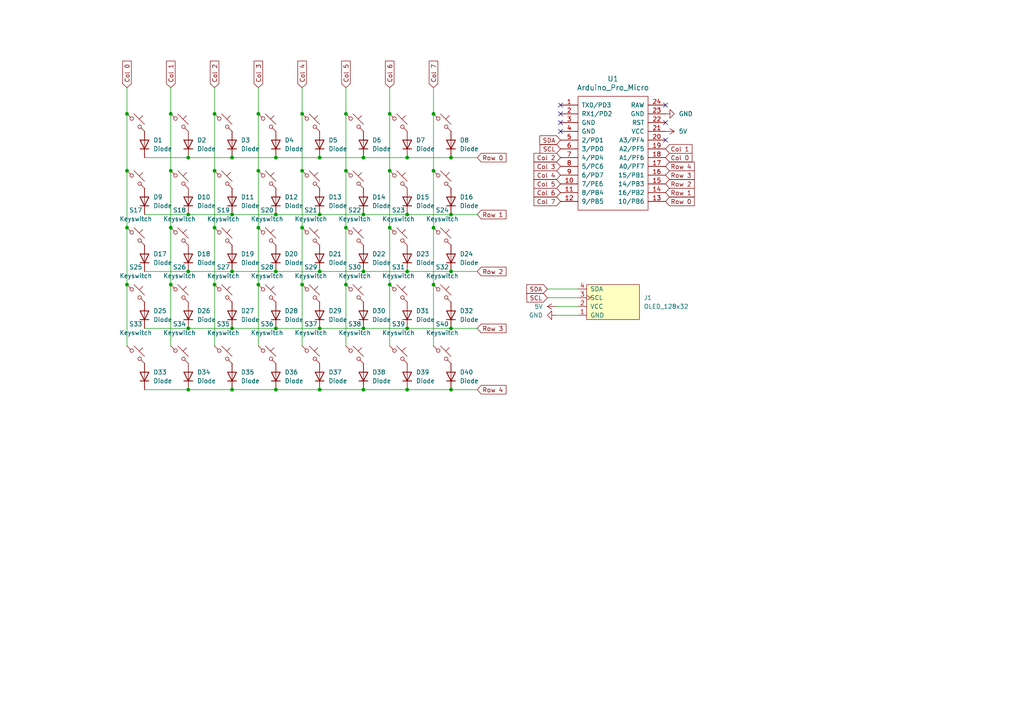
<source format=kicad_sch>
(kicad_sch
	(version 20250114)
	(generator "eeschema")
	(generator_version "9.0")
	(uuid "e7a745d0-bdd5-46b4-a9a1-7c55652ca003")
	(paper "A4")
	(lib_symbols
		(symbol "ScottoKeebs:MCU_Arduino_Pro_Micro"
			(pin_names
				(offset 1.016)
			)
			(exclude_from_sim no)
			(in_bom yes)
			(on_board yes)
			(property "Reference" "U"
				(at 0 0 0)
				(effects
					(font
						(size 1.524 1.524)
					)
				)
			)
			(property "Value" "Arduino_Pro_Micro"
				(at 0 -19.05 0)
				(effects
					(font
						(size 1.524 1.524)
					)
				)
			)
			(property "Footprint" "ScottoKeebs_MCU:Arduino_Pro_Micro"
				(at 0 -22.86 0)
				(effects
					(font
						(size 1.524 1.524)
					)
					(hide yes)
				)
			)
			(property "Datasheet" ""
				(at 26.67 -63.5 90)
				(effects
					(font
						(size 1.524 1.524)
					)
					(hide yes)
				)
			)
			(property "Description" ""
				(at 0 0 0)
				(effects
					(font
						(size 1.27 1.27)
					)
					(hide yes)
				)
			)
			(symbol "MCU_Arduino_Pro_Micro_0_1"
				(rectangle
					(start -10.16 16.51)
					(end 10.16 -16.51)
					(stroke
						(width 0)
						(type solid)
					)
					(fill
						(type none)
					)
				)
			)
			(symbol "MCU_Arduino_Pro_Micro_1_1"
				(pin input line
					(at -15.24 13.97 0)
					(length 5.08)
					(name "TX0/PD3"
						(effects
							(font
								(size 1.27 1.27)
							)
						)
					)
					(number "1"
						(effects
							(font
								(size 1.27 1.27)
							)
						)
					)
				)
				(pin input line
					(at -15.24 11.43 0)
					(length 5.08)
					(name "RX1/PD2"
						(effects
							(font
								(size 1.27 1.27)
							)
						)
					)
					(number "2"
						(effects
							(font
								(size 1.27 1.27)
							)
						)
					)
				)
				(pin input line
					(at -15.24 8.89 0)
					(length 5.08)
					(name "GND"
						(effects
							(font
								(size 1.27 1.27)
							)
						)
					)
					(number "3"
						(effects
							(font
								(size 1.27 1.27)
							)
						)
					)
				)
				(pin input line
					(at -15.24 6.35 0)
					(length 5.08)
					(name "GND"
						(effects
							(font
								(size 1.27 1.27)
							)
						)
					)
					(number "4"
						(effects
							(font
								(size 1.27 1.27)
							)
						)
					)
				)
				(pin input line
					(at -15.24 3.81 0)
					(length 5.08)
					(name "2/PD1"
						(effects
							(font
								(size 1.27 1.27)
							)
						)
					)
					(number "5"
						(effects
							(font
								(size 1.27 1.27)
							)
						)
					)
				)
				(pin input line
					(at -15.24 1.27 0)
					(length 5.08)
					(name "3/PD0"
						(effects
							(font
								(size 1.27 1.27)
							)
						)
					)
					(number "6"
						(effects
							(font
								(size 1.27 1.27)
							)
						)
					)
				)
				(pin input line
					(at -15.24 -1.27 0)
					(length 5.08)
					(name "4/PD4"
						(effects
							(font
								(size 1.27 1.27)
							)
						)
					)
					(number "7"
						(effects
							(font
								(size 1.27 1.27)
							)
						)
					)
				)
				(pin input line
					(at -15.24 -3.81 0)
					(length 5.08)
					(name "5/PC6"
						(effects
							(font
								(size 1.27 1.27)
							)
						)
					)
					(number "8"
						(effects
							(font
								(size 1.27 1.27)
							)
						)
					)
				)
				(pin input line
					(at -15.24 -6.35 0)
					(length 5.08)
					(name "6/PD7"
						(effects
							(font
								(size 1.27 1.27)
							)
						)
					)
					(number "9"
						(effects
							(font
								(size 1.27 1.27)
							)
						)
					)
				)
				(pin input line
					(at -15.24 -8.89 0)
					(length 5.08)
					(name "7/PE6"
						(effects
							(font
								(size 1.27 1.27)
							)
						)
					)
					(number "10"
						(effects
							(font
								(size 1.27 1.27)
							)
						)
					)
				)
				(pin input line
					(at -15.24 -11.43 0)
					(length 5.08)
					(name "8/PB4"
						(effects
							(font
								(size 1.27 1.27)
							)
						)
					)
					(number "11"
						(effects
							(font
								(size 1.27 1.27)
							)
						)
					)
				)
				(pin input line
					(at -15.24 -13.97 0)
					(length 5.08)
					(name "9/PB5"
						(effects
							(font
								(size 1.27 1.27)
							)
						)
					)
					(number "12"
						(effects
							(font
								(size 1.27 1.27)
							)
						)
					)
				)
				(pin input line
					(at 15.24 13.97 180)
					(length 5.08)
					(name "RAW"
						(effects
							(font
								(size 1.27 1.27)
							)
						)
					)
					(number "24"
						(effects
							(font
								(size 1.27 1.27)
							)
						)
					)
				)
				(pin input line
					(at 15.24 11.43 180)
					(length 5.08)
					(name "GND"
						(effects
							(font
								(size 1.27 1.27)
							)
						)
					)
					(number "23"
						(effects
							(font
								(size 1.27 1.27)
							)
						)
					)
				)
				(pin input line
					(at 15.24 8.89 180)
					(length 5.08)
					(name "RST"
						(effects
							(font
								(size 1.27 1.27)
							)
						)
					)
					(number "22"
						(effects
							(font
								(size 1.27 1.27)
							)
						)
					)
				)
				(pin input line
					(at 15.24 6.35 180)
					(length 5.08)
					(name "VCC"
						(effects
							(font
								(size 1.27 1.27)
							)
						)
					)
					(number "21"
						(effects
							(font
								(size 1.27 1.27)
							)
						)
					)
				)
				(pin input line
					(at 15.24 3.81 180)
					(length 5.08)
					(name "A3/PF4"
						(effects
							(font
								(size 1.27 1.27)
							)
						)
					)
					(number "20"
						(effects
							(font
								(size 1.27 1.27)
							)
						)
					)
				)
				(pin input line
					(at 15.24 1.27 180)
					(length 5.08)
					(name "A2/PF5"
						(effects
							(font
								(size 1.27 1.27)
							)
						)
					)
					(number "19"
						(effects
							(font
								(size 1.27 1.27)
							)
						)
					)
				)
				(pin input line
					(at 15.24 -1.27 180)
					(length 5.08)
					(name "A1/PF6"
						(effects
							(font
								(size 1.27 1.27)
							)
						)
					)
					(number "18"
						(effects
							(font
								(size 1.27 1.27)
							)
						)
					)
				)
				(pin input line
					(at 15.24 -3.81 180)
					(length 5.08)
					(name "A0/PF7"
						(effects
							(font
								(size 1.27 1.27)
							)
						)
					)
					(number "17"
						(effects
							(font
								(size 1.27 1.27)
							)
						)
					)
				)
				(pin input line
					(at 15.24 -6.35 180)
					(length 5.08)
					(name "15/PB1"
						(effects
							(font
								(size 1.27 1.27)
							)
						)
					)
					(number "16"
						(effects
							(font
								(size 1.27 1.27)
							)
						)
					)
				)
				(pin input line
					(at 15.24 -8.89 180)
					(length 5.08)
					(name "14/PB3"
						(effects
							(font
								(size 1.27 1.27)
							)
						)
					)
					(number "15"
						(effects
							(font
								(size 1.27 1.27)
							)
						)
					)
				)
				(pin input line
					(at 15.24 -11.43 180)
					(length 5.08)
					(name "16/PB2"
						(effects
							(font
								(size 1.27 1.27)
							)
						)
					)
					(number "14"
						(effects
							(font
								(size 1.27 1.27)
							)
						)
					)
				)
				(pin input line
					(at 15.24 -13.97 180)
					(length 5.08)
					(name "10/PB6"
						(effects
							(font
								(size 1.27 1.27)
							)
						)
					)
					(number "13"
						(effects
							(font
								(size 1.27 1.27)
							)
						)
					)
				)
			)
			(embedded_fonts no)
		)
		(symbol "ScottoKeebs:OLED_128x32"
			(pin_names
				(offset 1.016)
			)
			(exclude_from_sim no)
			(in_bom yes)
			(on_board yes)
			(property "Reference" "J"
				(at 0 -6.35 0)
				(effects
					(font
						(size 1.27 1.27)
					)
				)
			)
			(property "Value" "OLED_128x32"
				(at 0 6.35 0)
				(effects
					(font
						(size 1.27 1.27)
					)
				)
			)
			(property "Footprint" "ScottoKeebs_Components:OLED_128x32"
				(at 0 8.89 0)
				(effects
					(font
						(size 1.27 1.27)
					)
					(hide yes)
				)
			)
			(property "Datasheet" ""
				(at 0 1.27 0)
				(effects
					(font
						(size 1.27 1.27)
					)
					(hide yes)
				)
			)
			(property "Description" ""
				(at 0 0 0)
				(effects
					(font
						(size 1.27 1.27)
					)
					(hide yes)
				)
			)
			(symbol "OLED_128x32_0_1"
				(rectangle
					(start 0 5.08)
					(end 15.24 -5.08)
					(stroke
						(width 0)
						(type default)
					)
					(fill
						(type background)
					)
				)
			)
			(symbol "OLED_128x32_1_1"
				(pin bidirectional line
					(at -2.54 3.81 0)
					(length 2.54)
					(name "SDA"
						(effects
							(font
								(size 1.27 1.27)
							)
						)
					)
					(number "4"
						(effects
							(font
								(size 1.27 1.27)
							)
						)
					)
				)
				(pin input clock
					(at -2.54 1.27 0)
					(length 2.54)
					(name "SCL"
						(effects
							(font
								(size 1.27 1.27)
							)
						)
					)
					(number "3"
						(effects
							(font
								(size 1.27 1.27)
							)
						)
					)
				)
				(pin power_in line
					(at -2.54 -1.27 0)
					(length 2.54)
					(name "VCC"
						(effects
							(font
								(size 1.27 1.27)
							)
						)
					)
					(number "2"
						(effects
							(font
								(size 1.27 1.27)
							)
						)
					)
				)
				(pin power_in line
					(at -2.54 -3.81 0)
					(length 2.54)
					(name "GND"
						(effects
							(font
								(size 1.27 1.27)
							)
						)
					)
					(number "1"
						(effects
							(font
								(size 1.27 1.27)
							)
						)
					)
				)
			)
			(embedded_fonts no)
		)
		(symbol "ScottoKeebs:Placeholder_Diode"
			(pin_numbers
				(hide yes)
			)
			(pin_names
				(hide yes)
			)
			(exclude_from_sim no)
			(in_bom yes)
			(on_board yes)
			(property "Reference" "D"
				(at 0 2.54 0)
				(effects
					(font
						(size 1.27 1.27)
					)
				)
			)
			(property "Value" "Diode"
				(at 0 -2.54 0)
				(effects
					(font
						(size 1.27 1.27)
					)
				)
			)
			(property "Footprint" ""
				(at 0 0 0)
				(effects
					(font
						(size 1.27 1.27)
					)
					(hide yes)
				)
			)
			(property "Datasheet" ""
				(at 0 0 0)
				(effects
					(font
						(size 1.27 1.27)
					)
					(hide yes)
				)
			)
			(property "Description" "1N4148 (DO-35) or 1N4148W (SOD-123)"
				(at 0 0 0)
				(effects
					(font
						(size 1.27 1.27)
					)
					(hide yes)
				)
			)
			(property "Sim.Device" "D"
				(at 0 0 0)
				(effects
					(font
						(size 1.27 1.27)
					)
					(hide yes)
				)
			)
			(property "Sim.Pins" "1=K 2=A"
				(at 0 0 0)
				(effects
					(font
						(size 1.27 1.27)
					)
					(hide yes)
				)
			)
			(property "ki_keywords" "diode"
				(at 0 0 0)
				(effects
					(font
						(size 1.27 1.27)
					)
					(hide yes)
				)
			)
			(property "ki_fp_filters" "D*DO?35*"
				(at 0 0 0)
				(effects
					(font
						(size 1.27 1.27)
					)
					(hide yes)
				)
			)
			(symbol "Placeholder_Diode_0_1"
				(polyline
					(pts
						(xy -1.27 1.27) (xy -1.27 -1.27)
					)
					(stroke
						(width 0.254)
						(type default)
					)
					(fill
						(type none)
					)
				)
				(polyline
					(pts
						(xy 1.27 1.27) (xy 1.27 -1.27) (xy -1.27 0) (xy 1.27 1.27)
					)
					(stroke
						(width 0.254)
						(type default)
					)
					(fill
						(type none)
					)
				)
				(polyline
					(pts
						(xy 1.27 0) (xy -1.27 0)
					)
					(stroke
						(width 0)
						(type default)
					)
					(fill
						(type none)
					)
				)
			)
			(symbol "Placeholder_Diode_1_1"
				(pin passive line
					(at -3.81 0 0)
					(length 2.54)
					(name "K"
						(effects
							(font
								(size 1.27 1.27)
							)
						)
					)
					(number "1"
						(effects
							(font
								(size 1.27 1.27)
							)
						)
					)
				)
				(pin passive line
					(at 3.81 0 180)
					(length 2.54)
					(name "A"
						(effects
							(font
								(size 1.27 1.27)
							)
						)
					)
					(number "2"
						(effects
							(font
								(size 1.27 1.27)
							)
						)
					)
				)
			)
			(embedded_fonts no)
		)
		(symbol "ScottoKeebs:Placeholder_Keyswitch"
			(pin_numbers
				(hide yes)
			)
			(pin_names
				(offset 1.016)
				(hide yes)
			)
			(exclude_from_sim no)
			(in_bom yes)
			(on_board yes)
			(property "Reference" "S"
				(at 3.048 1.016 0)
				(effects
					(font
						(size 1.27 1.27)
					)
					(justify left)
				)
			)
			(property "Value" "Keyswitch"
				(at 0 -3.81 0)
				(effects
					(font
						(size 1.27 1.27)
					)
				)
			)
			(property "Footprint" ""
				(at 0 0 0)
				(effects
					(font
						(size 1.27 1.27)
					)
					(hide yes)
				)
			)
			(property "Datasheet" "~"
				(at 0 0 0)
				(effects
					(font
						(size 1.27 1.27)
					)
					(hide yes)
				)
			)
			(property "Description" "Push button switch, normally open, two pins, 45° tilted"
				(at 0 0 0)
				(effects
					(font
						(size 1.27 1.27)
					)
					(hide yes)
				)
			)
			(property "ki_keywords" "switch normally-open pushbutton push-button"
				(at 0 0 0)
				(effects
					(font
						(size 1.27 1.27)
					)
					(hide yes)
				)
			)
			(symbol "Placeholder_Keyswitch_0_1"
				(polyline
					(pts
						(xy -2.54 2.54) (xy -1.524 1.524) (xy -1.524 1.524)
					)
					(stroke
						(width 0)
						(type default)
					)
					(fill
						(type none)
					)
				)
				(circle
					(center -1.1684 1.1684)
					(radius 0.508)
					(stroke
						(width 0)
						(type default)
					)
					(fill
						(type none)
					)
				)
				(polyline
					(pts
						(xy -0.508 2.54) (xy 2.54 -0.508)
					)
					(stroke
						(width 0)
						(type default)
					)
					(fill
						(type none)
					)
				)
				(polyline
					(pts
						(xy 1.016 1.016) (xy 2.032 2.032)
					)
					(stroke
						(width 0)
						(type default)
					)
					(fill
						(type none)
					)
				)
				(circle
					(center 1.143 -1.1938)
					(radius 0.508)
					(stroke
						(width 0)
						(type default)
					)
					(fill
						(type none)
					)
				)
				(polyline
					(pts
						(xy 1.524 -1.524) (xy 2.54 -2.54) (xy 2.54 -2.54) (xy 2.54 -2.54)
					)
					(stroke
						(width 0)
						(type default)
					)
					(fill
						(type none)
					)
				)
				(pin passive line
					(at -2.54 2.54 0)
					(length 0)
					(name "1"
						(effects
							(font
								(size 1.27 1.27)
							)
						)
					)
					(number "1"
						(effects
							(font
								(size 1.27 1.27)
							)
						)
					)
				)
				(pin passive line
					(at 2.54 -2.54 180)
					(length 0)
					(name "2"
						(effects
							(font
								(size 1.27 1.27)
							)
						)
					)
					(number "2"
						(effects
							(font
								(size 1.27 1.27)
							)
						)
					)
				)
			)
			(embedded_fonts no)
		)
		(symbol "power:GND"
			(power)
			(pin_numbers
				(hide yes)
			)
			(pin_names
				(offset 0)
				(hide yes)
			)
			(exclude_from_sim no)
			(in_bom yes)
			(on_board yes)
			(property "Reference" "#PWR"
				(at 0 -6.35 0)
				(effects
					(font
						(size 1.27 1.27)
					)
					(hide yes)
				)
			)
			(property "Value" "GND"
				(at 0 -3.81 0)
				(effects
					(font
						(size 1.27 1.27)
					)
				)
			)
			(property "Footprint" ""
				(at 0 0 0)
				(effects
					(font
						(size 1.27 1.27)
					)
					(hide yes)
				)
			)
			(property "Datasheet" ""
				(at 0 0 0)
				(effects
					(font
						(size 1.27 1.27)
					)
					(hide yes)
				)
			)
			(property "Description" "Power symbol creates a global label with name \"GND\" , ground"
				(at 0 0 0)
				(effects
					(font
						(size 1.27 1.27)
					)
					(hide yes)
				)
			)
			(property "ki_keywords" "global power"
				(at 0 0 0)
				(effects
					(font
						(size 1.27 1.27)
					)
					(hide yes)
				)
			)
			(symbol "GND_0_1"
				(polyline
					(pts
						(xy 0 0) (xy 0 -1.27) (xy 1.27 -1.27) (xy 0 -2.54) (xy -1.27 -1.27) (xy 0 -1.27)
					)
					(stroke
						(width 0)
						(type default)
					)
					(fill
						(type none)
					)
				)
			)
			(symbol "GND_1_1"
				(pin power_in line
					(at 0 0 270)
					(length 0)
					(name "~"
						(effects
							(font
								(size 1.27 1.27)
							)
						)
					)
					(number "1"
						(effects
							(font
								(size 1.27 1.27)
							)
						)
					)
				)
			)
			(embedded_fonts no)
		)
		(symbol "power:VCC"
			(power)
			(pin_numbers
				(hide yes)
			)
			(pin_names
				(offset 0)
				(hide yes)
			)
			(exclude_from_sim no)
			(in_bom yes)
			(on_board yes)
			(property "Reference" "#PWR"
				(at 0 -3.81 0)
				(effects
					(font
						(size 1.27 1.27)
					)
					(hide yes)
				)
			)
			(property "Value" "VCC"
				(at 0 3.556 0)
				(effects
					(font
						(size 1.27 1.27)
					)
				)
			)
			(property "Footprint" ""
				(at 0 0 0)
				(effects
					(font
						(size 1.27 1.27)
					)
					(hide yes)
				)
			)
			(property "Datasheet" ""
				(at 0 0 0)
				(effects
					(font
						(size 1.27 1.27)
					)
					(hide yes)
				)
			)
			(property "Description" "Power symbol creates a global label with name \"VCC\""
				(at 0 0 0)
				(effects
					(font
						(size 1.27 1.27)
					)
					(hide yes)
				)
			)
			(property "ki_keywords" "global power"
				(at 0 0 0)
				(effects
					(font
						(size 1.27 1.27)
					)
					(hide yes)
				)
			)
			(symbol "VCC_0_1"
				(polyline
					(pts
						(xy -0.762 1.27) (xy 0 2.54)
					)
					(stroke
						(width 0)
						(type default)
					)
					(fill
						(type none)
					)
				)
				(polyline
					(pts
						(xy 0 2.54) (xy 0.762 1.27)
					)
					(stroke
						(width 0)
						(type default)
					)
					(fill
						(type none)
					)
				)
				(polyline
					(pts
						(xy 0 0) (xy 0 2.54)
					)
					(stroke
						(width 0)
						(type default)
					)
					(fill
						(type none)
					)
				)
			)
			(symbol "VCC_1_1"
				(pin power_in line
					(at 0 0 90)
					(length 0)
					(name "~"
						(effects
							(font
								(size 1.27 1.27)
							)
						)
					)
					(number "1"
						(effects
							(font
								(size 1.27 1.27)
							)
						)
					)
				)
			)
			(embedded_fonts no)
		)
	)
	(junction
		(at 118.11 95.25)
		(diameter 0)
		(color 0 0 0 0)
		(uuid "02f337dc-042d-4a71-b06c-735a054d1c33")
	)
	(junction
		(at 100.33 49.53)
		(diameter 0)
		(color 0 0 0 0)
		(uuid "0312fd62-e9ed-43a7-86da-225383b69509")
	)
	(junction
		(at 105.41 78.74)
		(diameter 0)
		(color 0 0 0 0)
		(uuid "0508a6c5-9a84-4c67-81f8-4210b45a39ef")
	)
	(junction
		(at 62.23 33.02)
		(diameter 0)
		(color 0 0 0 0)
		(uuid "05a12fdd-1f1c-4d1b-8c91-95837ab7e786")
	)
	(junction
		(at 49.53 49.53)
		(diameter 0)
		(color 0 0 0 0)
		(uuid "07b51e89-da37-4cef-89cd-a842584b1d12")
	)
	(junction
		(at 100.33 82.55)
		(diameter 0)
		(color 0 0 0 0)
		(uuid "0e38cc2b-9556-4417-a0a5-baef13e4532e")
	)
	(junction
		(at 113.03 49.53)
		(diameter 0)
		(color 0 0 0 0)
		(uuid "0e8687f5-819e-4984-ad7b-0761082a79a1")
	)
	(junction
		(at 49.53 82.55)
		(diameter 0)
		(color 0 0 0 0)
		(uuid "118a6f63-5ec7-4cb7-9307-68d5871bf8da")
	)
	(junction
		(at 87.63 49.53)
		(diameter 0)
		(color 0 0 0 0)
		(uuid "12c6d003-7426-4380-a702-f7951feadac0")
	)
	(junction
		(at 105.41 113.03)
		(diameter 0)
		(color 0 0 0 0)
		(uuid "177aa5a1-afae-45f2-a03a-218acfc0fde2")
	)
	(junction
		(at 105.41 45.72)
		(diameter 0)
		(color 0 0 0 0)
		(uuid "177f3af4-4ae7-49e0-bb22-fee342850f46")
	)
	(junction
		(at 105.41 62.23)
		(diameter 0)
		(color 0 0 0 0)
		(uuid "19ed7e2b-7c1a-4797-8d34-96c921c0e772")
	)
	(junction
		(at 36.83 66.04)
		(diameter 0)
		(color 0 0 0 0)
		(uuid "1c930107-26bc-4c96-9be7-50cedd052ae3")
	)
	(junction
		(at 62.23 82.55)
		(diameter 0)
		(color 0 0 0 0)
		(uuid "255525d8-fb70-458c-a2b2-591640a32341")
	)
	(junction
		(at 118.11 62.23)
		(diameter 0)
		(color 0 0 0 0)
		(uuid "25590a78-0754-40e7-84b4-7a00eb100245")
	)
	(junction
		(at 80.01 78.74)
		(diameter 0)
		(color 0 0 0 0)
		(uuid "25746c71-8844-471a-bc25-6962bfc9c558")
	)
	(junction
		(at 100.33 33.02)
		(diameter 0)
		(color 0 0 0 0)
		(uuid "26723d7e-83bb-46d2-8ab1-227a8bf87e5a")
	)
	(junction
		(at 130.81 78.74)
		(diameter 0)
		(color 0 0 0 0)
		(uuid "28ae6546-1bfb-48e6-b989-cbf8220ceae9")
	)
	(junction
		(at 36.83 82.55)
		(diameter 0)
		(color 0 0 0 0)
		(uuid "28dcafa1-7433-4256-b5bf-441a3f6511dc")
	)
	(junction
		(at 130.81 113.03)
		(diameter 0)
		(color 0 0 0 0)
		(uuid "2987f781-bf02-4889-beab-e49d2f9c2fb3")
	)
	(junction
		(at 87.63 82.55)
		(diameter 0)
		(color 0 0 0 0)
		(uuid "2d7f6733-a5fc-43e5-9e7d-1ddb7a5c7698")
	)
	(junction
		(at 80.01 95.25)
		(diameter 0)
		(color 0 0 0 0)
		(uuid "30e995c0-56dc-4bcb-bd78-4c3db6de86ec")
	)
	(junction
		(at 36.83 49.53)
		(diameter 0)
		(color 0 0 0 0)
		(uuid "31922444-da69-41ae-8244-bd99385442ef")
	)
	(junction
		(at 92.71 78.74)
		(diameter 0)
		(color 0 0 0 0)
		(uuid "36d020bf-7bde-4fad-8364-d3b7912616c1")
	)
	(junction
		(at 74.93 33.02)
		(diameter 0)
		(color 0 0 0 0)
		(uuid "394d9e31-fc98-46fe-aea0-4f325ae16d40")
	)
	(junction
		(at 67.31 62.23)
		(diameter 0)
		(color 0 0 0 0)
		(uuid "3cfe0ed7-c571-49ab-a25f-bf50046fbc24")
	)
	(junction
		(at 54.61 62.23)
		(diameter 0)
		(color 0 0 0 0)
		(uuid "435edcfe-be71-4d79-8040-454d658a503a")
	)
	(junction
		(at 100.33 66.04)
		(diameter 0)
		(color 0 0 0 0)
		(uuid "442a153c-aa1c-437c-baff-2a0465799fb3")
	)
	(junction
		(at 80.01 45.72)
		(diameter 0)
		(color 0 0 0 0)
		(uuid "46bfe94c-1d3a-4fa3-ba4f-3675e9442b0b")
	)
	(junction
		(at 87.63 33.02)
		(diameter 0)
		(color 0 0 0 0)
		(uuid "5408b437-c0d3-4ea1-9df0-3e0abdfb5d84")
	)
	(junction
		(at 67.31 113.03)
		(diameter 0)
		(color 0 0 0 0)
		(uuid "57cdc0b5-fedc-4454-912a-ae9c7c8e9517")
	)
	(junction
		(at 113.03 66.04)
		(diameter 0)
		(color 0 0 0 0)
		(uuid "607b6e05-2010-45cc-adb7-3e21e373c667")
	)
	(junction
		(at 67.31 95.25)
		(diameter 0)
		(color 0 0 0 0)
		(uuid "685ef90e-32b5-487a-aa41-eb5d2195a02d")
	)
	(junction
		(at 67.31 45.72)
		(diameter 0)
		(color 0 0 0 0)
		(uuid "6f3249a7-6139-4434-b575-9b7f695343e8")
	)
	(junction
		(at 125.73 82.55)
		(diameter 0)
		(color 0 0 0 0)
		(uuid "70e489fd-6e89-4a64-907d-cb84efbab92c")
	)
	(junction
		(at 80.01 113.03)
		(diameter 0)
		(color 0 0 0 0)
		(uuid "791bfc05-a291-4eac-a797-b126834831bc")
	)
	(junction
		(at 54.61 113.03)
		(diameter 0)
		(color 0 0 0 0)
		(uuid "796c6c6f-a0e5-4100-bccd-fc2335fb3493")
	)
	(junction
		(at 113.03 82.55)
		(diameter 0)
		(color 0 0 0 0)
		(uuid "7dafd6b8-2fa6-456f-a45f-274a62a4a7fd")
	)
	(junction
		(at 92.71 45.72)
		(diameter 0)
		(color 0 0 0 0)
		(uuid "89c34cf1-8139-4882-849e-423af45ef18d")
	)
	(junction
		(at 67.31 78.74)
		(diameter 0)
		(color 0 0 0 0)
		(uuid "8a977440-3872-48f0-991c-9d13b7e06418")
	)
	(junction
		(at 80.01 62.23)
		(diameter 0)
		(color 0 0 0 0)
		(uuid "8b7b8f78-2238-4c35-a687-e2200f37b048")
	)
	(junction
		(at 118.11 113.03)
		(diameter 0)
		(color 0 0 0 0)
		(uuid "8f3ed3e3-7526-43dc-aa5e-19bcce33f2fd")
	)
	(junction
		(at 130.81 95.25)
		(diameter 0)
		(color 0 0 0 0)
		(uuid "90cc25e5-4073-48b0-a46f-5d677ee2489c")
	)
	(junction
		(at 118.11 45.72)
		(diameter 0)
		(color 0 0 0 0)
		(uuid "94622e4e-068e-4eb2-801e-c738c2c33df6")
	)
	(junction
		(at 62.23 49.53)
		(diameter 0)
		(color 0 0 0 0)
		(uuid "97392c65-dc5f-4fd5-b086-c4b2f6411409")
	)
	(junction
		(at 62.23 66.04)
		(diameter 0)
		(color 0 0 0 0)
		(uuid "9c79224d-67fa-4464-96c5-29774617ccf9")
	)
	(junction
		(at 74.93 82.55)
		(diameter 0)
		(color 0 0 0 0)
		(uuid "a0c74841-130a-4fba-a8b7-79c1560951db")
	)
	(junction
		(at 105.41 95.25)
		(diameter 0)
		(color 0 0 0 0)
		(uuid "a6b17930-8279-4cae-9dc8-bcbafb89a9f0")
	)
	(junction
		(at 92.71 113.03)
		(diameter 0)
		(color 0 0 0 0)
		(uuid "aaaee25d-dfca-4c55-908a-5d7d61164e9f")
	)
	(junction
		(at 92.71 62.23)
		(diameter 0)
		(color 0 0 0 0)
		(uuid "b1b115c9-f9b9-4a54-9caa-649ddc31f4c8")
	)
	(junction
		(at 74.93 49.53)
		(diameter 0)
		(color 0 0 0 0)
		(uuid "b5cecc45-c1b3-4f6d-bd38-21d427d8f638")
	)
	(junction
		(at 54.61 45.72)
		(diameter 0)
		(color 0 0 0 0)
		(uuid "c35f97e5-0ee2-489c-81ff-32bbe3a17d65")
	)
	(junction
		(at 125.73 66.04)
		(diameter 0)
		(color 0 0 0 0)
		(uuid "c4edd785-7db4-428f-8ce4-3f5b46d55759")
	)
	(junction
		(at 130.81 62.23)
		(diameter 0)
		(color 0 0 0 0)
		(uuid "c66adeff-7821-4e7b-8542-5007bd34ee40")
	)
	(junction
		(at 49.53 33.02)
		(diameter 0)
		(color 0 0 0 0)
		(uuid "c823c597-50c8-466f-8440-7859ead13f92")
	)
	(junction
		(at 49.53 66.04)
		(diameter 0)
		(color 0 0 0 0)
		(uuid "cba7bd49-625a-4063-81b5-06715dfe355d")
	)
	(junction
		(at 92.71 95.25)
		(diameter 0)
		(color 0 0 0 0)
		(uuid "cbaceae1-f52a-4b92-84a9-e5447dee3f56")
	)
	(junction
		(at 113.03 33.02)
		(diameter 0)
		(color 0 0 0 0)
		(uuid "d6be7d26-fdff-4354-9130-deb901a64bc6")
	)
	(junction
		(at 87.63 66.04)
		(diameter 0)
		(color 0 0 0 0)
		(uuid "d93d67b9-6b41-45d7-a9f8-0806fb525915")
	)
	(junction
		(at 125.73 33.02)
		(diameter 0)
		(color 0 0 0 0)
		(uuid "dd269ff7-c3fb-4ffb-bc6a-e24d7ea15eee")
	)
	(junction
		(at 54.61 95.25)
		(diameter 0)
		(color 0 0 0 0)
		(uuid "e0e76498-9769-4fa2-a3c4-cfe0e30a7c29")
	)
	(junction
		(at 118.11 78.74)
		(diameter 0)
		(color 0 0 0 0)
		(uuid "e7e7923e-4681-40a2-b324-cd6f1340cee7")
	)
	(junction
		(at 125.73 49.53)
		(diameter 0)
		(color 0 0 0 0)
		(uuid "eb2ccc7f-93ec-4dd2-92d3-f27f20dc703e")
	)
	(junction
		(at 36.83 33.02)
		(diameter 0)
		(color 0 0 0 0)
		(uuid "ec75b665-d03a-4821-908d-1354bf4e0ab7")
	)
	(junction
		(at 74.93 66.04)
		(diameter 0)
		(color 0 0 0 0)
		(uuid "f0f5ecf7-ee0c-4ac4-9ba0-2f76f8e409b0")
	)
	(junction
		(at 54.61 78.74)
		(diameter 0)
		(color 0 0 0 0)
		(uuid "f7c0d5b3-66f9-4b14-bb0d-533927ce7f69")
	)
	(junction
		(at 130.81 45.72)
		(diameter 0)
		(color 0 0 0 0)
		(uuid "f9487300-545b-4537-964b-34366206fcb5")
	)
	(no_connect
		(at 193.04 40.64)
		(uuid "0da0f9be-0204-4ce2-a485-76dc4c3e694e")
	)
	(no_connect
		(at 193.04 35.56)
		(uuid "21279764-4726-4e0d-9b66-019fd8759c5e")
	)
	(no_connect
		(at 162.56 35.56)
		(uuid "26a2b48b-5523-4278-80f7-e1110b750aec")
	)
	(no_connect
		(at 162.56 38.1)
		(uuid "628b20d9-f0c8-4657-82f6-6e3719e5f855")
	)
	(no_connect
		(at 162.56 30.48)
		(uuid "736c0b11-0660-4476-9479-ee48acd80052")
	)
	(no_connect
		(at 162.56 33.02)
		(uuid "d5b9ea44-c70d-4051-b385-80c61ae27dfd")
	)
	(no_connect
		(at 193.04 30.48)
		(uuid "e9f02d80-c35d-4e90-8030-c15351dc9869")
	)
	(wire
		(pts
			(xy 41.91 113.03) (xy 54.61 113.03)
		)
		(stroke
			(width 0)
			(type default)
		)
		(uuid "02549876-3d8d-4f96-8495-35049f5aa77c")
	)
	(wire
		(pts
			(xy 118.11 95.25) (xy 130.81 95.25)
		)
		(stroke
			(width 0)
			(type default)
		)
		(uuid "08445d47-1781-46da-8600-f6eaac7e1872")
	)
	(wire
		(pts
			(xy 138.43 78.74) (xy 130.81 78.74)
		)
		(stroke
			(width 0)
			(type default)
		)
		(uuid "144a44f1-0b20-4553-83f7-4e8a6dcefaaa")
	)
	(wire
		(pts
			(xy 36.83 82.55) (xy 36.83 100.33)
		)
		(stroke
			(width 0)
			(type default)
		)
		(uuid "17517199-2c9a-441a-a42b-3dba43955fb8")
	)
	(wire
		(pts
			(xy 80.01 113.03) (xy 92.71 113.03)
		)
		(stroke
			(width 0)
			(type default)
		)
		(uuid "175ee9d8-99fd-43d8-85c0-0edc34ae3295")
	)
	(wire
		(pts
			(xy 41.91 62.23) (xy 54.61 62.23)
		)
		(stroke
			(width 0)
			(type default)
		)
		(uuid "1a56517b-b2c6-4cfe-acee-60ffdf440e85")
	)
	(wire
		(pts
			(xy 74.93 82.55) (xy 74.93 100.33)
		)
		(stroke
			(width 0)
			(type default)
		)
		(uuid "1a733e28-3dd8-4add-94a9-e2c0355aca7c")
	)
	(wire
		(pts
			(xy 36.83 25.4) (xy 36.83 33.02)
		)
		(stroke
			(width 0)
			(type default)
		)
		(uuid "1da1f8cf-4686-4a62-a42a-371f45fe6dcd")
	)
	(wire
		(pts
			(xy 54.61 78.74) (xy 67.31 78.74)
		)
		(stroke
			(width 0)
			(type default)
		)
		(uuid "1ed06782-e1d5-452b-966c-1e1873be962b")
	)
	(wire
		(pts
			(xy 130.81 62.23) (xy 138.43 62.23)
		)
		(stroke
			(width 0)
			(type default)
		)
		(uuid "1f5e98cf-69ac-42b9-b3fd-8d791a8a430f")
	)
	(wire
		(pts
			(xy 161.29 88.9) (xy 167.64 88.9)
		)
		(stroke
			(width 0)
			(type default)
		)
		(uuid "221fb1f7-e4c4-4493-bc93-1c889aa1d641")
	)
	(wire
		(pts
			(xy 113.03 33.02) (xy 113.03 49.53)
		)
		(stroke
			(width 0)
			(type default)
		)
		(uuid "23921241-176e-4c98-8558-f8f60e7e0ce9")
	)
	(wire
		(pts
			(xy 125.73 25.4) (xy 125.73 33.02)
		)
		(stroke
			(width 0)
			(type default)
		)
		(uuid "24a1e608-d396-46d4-9ed3-79b6f38bf3ce")
	)
	(wire
		(pts
			(xy 138.43 113.03) (xy 130.81 113.03)
		)
		(stroke
			(width 0)
			(type default)
		)
		(uuid "2a4525b3-8f66-4b40-bf2f-3f0674c564e0")
	)
	(wire
		(pts
			(xy 113.03 49.53) (xy 113.03 66.04)
		)
		(stroke
			(width 0)
			(type default)
		)
		(uuid "2a7cdf96-9fbd-43d5-884a-827b63e3cfaf")
	)
	(wire
		(pts
			(xy 36.83 33.02) (xy 36.83 49.53)
		)
		(stroke
			(width 0)
			(type default)
		)
		(uuid "2f8dd9cb-0d9d-4b87-826d-dd32f49f3ad3")
	)
	(wire
		(pts
			(xy 113.03 25.4) (xy 113.03 33.02)
		)
		(stroke
			(width 0)
			(type default)
		)
		(uuid "32ad4d7e-bea1-48bb-b50c-85a6f28e2560")
	)
	(wire
		(pts
			(xy 105.41 113.03) (xy 118.11 113.03)
		)
		(stroke
			(width 0)
			(type default)
		)
		(uuid "35dc78e4-4822-49cd-9c0e-0604ffadb8f8")
	)
	(wire
		(pts
			(xy 100.33 33.02) (xy 100.33 49.53)
		)
		(stroke
			(width 0)
			(type default)
		)
		(uuid "37bfc2e6-7376-4231-ae9f-6a9a503ec1a1")
	)
	(wire
		(pts
			(xy 92.71 45.72) (xy 105.41 45.72)
		)
		(stroke
			(width 0)
			(type default)
		)
		(uuid "3a83ff2a-5618-488c-87a8-ff0c57b7daf3")
	)
	(wire
		(pts
			(xy 67.31 78.74) (xy 80.01 78.74)
		)
		(stroke
			(width 0)
			(type default)
		)
		(uuid "3ad26efd-2784-424e-b82f-d70694c049f2")
	)
	(wire
		(pts
			(xy 62.23 49.53) (xy 62.23 66.04)
		)
		(stroke
			(width 0)
			(type default)
		)
		(uuid "3bbe95b3-14ca-4588-9e96-52cd50e27318")
	)
	(wire
		(pts
			(xy 100.33 82.55) (xy 100.33 100.33)
		)
		(stroke
			(width 0)
			(type default)
		)
		(uuid "3e9ab78e-3ae6-4534-ab76-50567aff40ed")
	)
	(wire
		(pts
			(xy 125.73 33.02) (xy 125.73 49.53)
		)
		(stroke
			(width 0)
			(type default)
		)
		(uuid "3f4fa68f-a729-4a83-940d-0c719a6a709f")
	)
	(wire
		(pts
			(xy 113.03 82.55) (xy 113.03 100.33)
		)
		(stroke
			(width 0)
			(type default)
		)
		(uuid "3f66dd37-72d9-4786-b54d-b1293098ca40")
	)
	(wire
		(pts
			(xy 87.63 33.02) (xy 87.63 49.53)
		)
		(stroke
			(width 0)
			(type default)
		)
		(uuid "42868d25-bcd6-4263-9cf4-eda77f279754")
	)
	(wire
		(pts
			(xy 92.71 113.03) (xy 105.41 113.03)
		)
		(stroke
			(width 0)
			(type default)
		)
		(uuid "4910524f-c921-4d51-b671-2d38d3577435")
	)
	(wire
		(pts
			(xy 113.03 66.04) (xy 113.03 82.55)
		)
		(stroke
			(width 0)
			(type default)
		)
		(uuid "4e3b44ee-17bb-4992-9254-3ab0aaab05f7")
	)
	(wire
		(pts
			(xy 118.11 113.03) (xy 130.81 113.03)
		)
		(stroke
			(width 0)
			(type default)
		)
		(uuid "4f9513c8-dba7-44ac-a4ed-ac72b1490c1a")
	)
	(wire
		(pts
			(xy 125.73 82.55) (xy 125.73 100.33)
		)
		(stroke
			(width 0)
			(type default)
		)
		(uuid "5293755d-57e2-4585-96a1-cff583f9f89d")
	)
	(wire
		(pts
			(xy 161.29 91.44) (xy 167.64 91.44)
		)
		(stroke
			(width 0)
			(type default)
		)
		(uuid "52f467e1-4dc7-4e7c-b1a6-f3093f91c8f5")
	)
	(wire
		(pts
			(xy 138.43 45.72) (xy 130.81 45.72)
		)
		(stroke
			(width 0)
			(type default)
		)
		(uuid "54b3e453-0b6f-4206-8df7-0413e269fd28")
	)
	(wire
		(pts
			(xy 62.23 33.02) (xy 62.23 49.53)
		)
		(stroke
			(width 0)
			(type default)
		)
		(uuid "5851a6d5-a993-4262-b47d-dd4f48bf0d72")
	)
	(wire
		(pts
			(xy 100.33 49.53) (xy 100.33 66.04)
		)
		(stroke
			(width 0)
			(type default)
		)
		(uuid "58f69a08-d11a-42de-8cfe-951174ec444d")
	)
	(wire
		(pts
			(xy 67.31 62.23) (xy 80.01 62.23)
		)
		(stroke
			(width 0)
			(type default)
		)
		(uuid "5f1abcff-3b4e-4d16-af6c-55e924622c85")
	)
	(wire
		(pts
			(xy 36.83 49.53) (xy 36.83 66.04)
		)
		(stroke
			(width 0)
			(type default)
		)
		(uuid "6cd52cf2-0213-458d-ab17-79b7def3cb05")
	)
	(wire
		(pts
			(xy 49.53 49.53) (xy 49.53 66.04)
		)
		(stroke
			(width 0)
			(type default)
		)
		(uuid "6f06630d-4001-4a4e-9fd7-80d3176a25ef")
	)
	(wire
		(pts
			(xy 49.53 66.04) (xy 49.53 82.55)
		)
		(stroke
			(width 0)
			(type default)
		)
		(uuid "6f3fba25-b098-4377-bac9-26b53a88775e")
	)
	(wire
		(pts
			(xy 80.01 45.72) (xy 92.71 45.72)
		)
		(stroke
			(width 0)
			(type default)
		)
		(uuid "71b11b5c-2f42-432d-81e4-891c6e58a7e6")
	)
	(wire
		(pts
			(xy 74.93 66.04) (xy 74.93 82.55)
		)
		(stroke
			(width 0)
			(type default)
		)
		(uuid "78320937-ef6c-4b79-8d7b-cb76b4a01487")
	)
	(wire
		(pts
			(xy 118.11 62.23) (xy 130.81 62.23)
		)
		(stroke
			(width 0)
			(type default)
		)
		(uuid "83370cbd-8470-4433-98a3-c9d59dda21e7")
	)
	(wire
		(pts
			(xy 87.63 49.53) (xy 87.63 66.04)
		)
		(stroke
			(width 0)
			(type default)
		)
		(uuid "89752344-7367-4ebe-ad79-bf7f9a3e6a44")
	)
	(wire
		(pts
			(xy 87.63 82.55) (xy 87.63 100.33)
		)
		(stroke
			(width 0)
			(type default)
		)
		(uuid "8aebaa7a-a1d7-439c-a256-e20e06b66f32")
	)
	(wire
		(pts
			(xy 49.53 25.4) (xy 49.53 33.02)
		)
		(stroke
			(width 0)
			(type default)
		)
		(uuid "8f2f0108-aa92-4bbe-bfb4-8b85d2e19cc4")
	)
	(wire
		(pts
			(xy 80.01 62.23) (xy 92.71 62.23)
		)
		(stroke
			(width 0)
			(type default)
		)
		(uuid "937eb9a1-49ad-4d6b-9c2e-16c43d4bf741")
	)
	(wire
		(pts
			(xy 80.01 95.25) (xy 92.71 95.25)
		)
		(stroke
			(width 0)
			(type default)
		)
		(uuid "99713429-cf88-42d9-ac85-cdcacb9d84a9")
	)
	(wire
		(pts
			(xy 62.23 25.4) (xy 62.23 33.02)
		)
		(stroke
			(width 0)
			(type default)
		)
		(uuid "a4bb0f53-263a-4fc3-b1a8-a0544cd53d72")
	)
	(wire
		(pts
			(xy 87.63 66.04) (xy 87.63 82.55)
		)
		(stroke
			(width 0)
			(type default)
		)
		(uuid "a54a396e-255e-4265-8f5f-6cd37d5d28f3")
	)
	(wire
		(pts
			(xy 87.63 25.4) (xy 87.63 33.02)
		)
		(stroke
			(width 0)
			(type default)
		)
		(uuid "ae32fba5-8044-4a20-9a8d-0b70707ad708")
	)
	(wire
		(pts
			(xy 74.93 49.53) (xy 74.93 66.04)
		)
		(stroke
			(width 0)
			(type default)
		)
		(uuid "b1130eb9-e1d5-4218-b849-6ac3e6ab0bef")
	)
	(wire
		(pts
			(xy 118.11 45.72) (xy 130.81 45.72)
		)
		(stroke
			(width 0)
			(type default)
		)
		(uuid "b1f37b9a-1a02-4a3a-8422-a267cb37ed61")
	)
	(wire
		(pts
			(xy 125.73 66.04) (xy 125.73 82.55)
		)
		(stroke
			(width 0)
			(type default)
		)
		(uuid "b3d86fb8-ad8e-450e-9afc-3cfa6dc15e2e")
	)
	(wire
		(pts
			(xy 62.23 82.55) (xy 62.23 100.33)
		)
		(stroke
			(width 0)
			(type default)
		)
		(uuid "b5273db8-4097-4857-b879-75bb34ab20f1")
	)
	(wire
		(pts
			(xy 105.41 78.74) (xy 118.11 78.74)
		)
		(stroke
			(width 0)
			(type default)
		)
		(uuid "b6dc4d35-0059-41c6-9bef-ae732a5d0ffc")
	)
	(wire
		(pts
			(xy 125.73 49.53) (xy 125.73 66.04)
		)
		(stroke
			(width 0)
			(type default)
		)
		(uuid "b93ba1d0-183e-4ee9-89b5-26e9b199a638")
	)
	(wire
		(pts
			(xy 67.31 45.72) (xy 80.01 45.72)
		)
		(stroke
			(width 0)
			(type default)
		)
		(uuid "bca60e0e-19c5-4209-8596-f15ece2673fc")
	)
	(wire
		(pts
			(xy 54.61 62.23) (xy 67.31 62.23)
		)
		(stroke
			(width 0)
			(type default)
		)
		(uuid "c06bc15e-ae0d-443c-a6a1-90f822c993bd")
	)
	(wire
		(pts
			(xy 67.31 113.03) (xy 80.01 113.03)
		)
		(stroke
			(width 0)
			(type default)
		)
		(uuid "c1309f0c-3fe7-4c60-9ad1-fabb4d2cd644")
	)
	(wire
		(pts
			(xy 105.41 95.25) (xy 118.11 95.25)
		)
		(stroke
			(width 0)
			(type default)
		)
		(uuid "c743586d-7814-46c5-a8b7-da2ace0236ab")
	)
	(wire
		(pts
			(xy 74.93 33.02) (xy 74.93 49.53)
		)
		(stroke
			(width 0)
			(type default)
		)
		(uuid "d0ca74ac-c121-43b9-8e70-f4a87b450e2a")
	)
	(wire
		(pts
			(xy 54.61 45.72) (xy 67.31 45.72)
		)
		(stroke
			(width 0)
			(type default)
		)
		(uuid "d2a9900d-f09a-4db0-a6c3-dcbc639fe9e6")
	)
	(wire
		(pts
			(xy 67.31 95.25) (xy 80.01 95.25)
		)
		(stroke
			(width 0)
			(type default)
		)
		(uuid "d4752d23-1346-498c-a935-12e4d36fb90a")
	)
	(wire
		(pts
			(xy 41.91 95.25) (xy 54.61 95.25)
		)
		(stroke
			(width 0)
			(type default)
		)
		(uuid "d4d29c2a-9928-4c4a-8b5e-1359fd78e644")
	)
	(wire
		(pts
			(xy 62.23 66.04) (xy 62.23 82.55)
		)
		(stroke
			(width 0)
			(type default)
		)
		(uuid "d5ae00ef-44d0-4e23-a3eb-8f095696c741")
	)
	(wire
		(pts
			(xy 49.53 33.02) (xy 49.53 49.53)
		)
		(stroke
			(width 0)
			(type default)
		)
		(uuid "d73302dc-c8e6-4375-9215-5eb1712d7b26")
	)
	(wire
		(pts
			(xy 92.71 62.23) (xy 105.41 62.23)
		)
		(stroke
			(width 0)
			(type default)
		)
		(uuid "d751013f-ca70-4b0e-b828-e6fdef23ae20")
	)
	(wire
		(pts
			(xy 74.93 25.4) (xy 74.93 33.02)
		)
		(stroke
			(width 0)
			(type default)
		)
		(uuid "d8271e93-2991-45a6-b344-6851ff515558")
	)
	(wire
		(pts
			(xy 49.53 82.55) (xy 49.53 100.33)
		)
		(stroke
			(width 0)
			(type default)
		)
		(uuid "d9d84cd1-5dc7-4db9-a636-4494609c8eed")
	)
	(wire
		(pts
			(xy 105.41 62.23) (xy 118.11 62.23)
		)
		(stroke
			(width 0)
			(type default)
		)
		(uuid "dcf245e8-5776-41d7-994a-adcc929d2c71")
	)
	(wire
		(pts
			(xy 54.61 95.25) (xy 67.31 95.25)
		)
		(stroke
			(width 0)
			(type default)
		)
		(uuid "dd0aa0ef-efc9-4b6c-aad4-6e854fd131a7")
	)
	(wire
		(pts
			(xy 158.75 86.36) (xy 167.64 86.36)
		)
		(stroke
			(width 0)
			(type default)
		)
		(uuid "dd50b19a-a1c0-476b-9ceb-fa7f901d7693")
	)
	(wire
		(pts
			(xy 100.33 25.4) (xy 100.33 33.02)
		)
		(stroke
			(width 0)
			(type default)
		)
		(uuid "de1bd513-486f-4765-8adf-d50f03b6e8e1")
	)
	(wire
		(pts
			(xy 105.41 45.72) (xy 118.11 45.72)
		)
		(stroke
			(width 0)
			(type default)
		)
		(uuid "df4f2366-6ffe-4001-a952-c0f6ab4cdbe1")
	)
	(wire
		(pts
			(xy 92.71 78.74) (xy 105.41 78.74)
		)
		(stroke
			(width 0)
			(type default)
		)
		(uuid "e10e643e-5db7-4be6-8d8a-eb8c0012daf9")
	)
	(wire
		(pts
			(xy 138.43 95.25) (xy 130.81 95.25)
		)
		(stroke
			(width 0)
			(type default)
		)
		(uuid "e1d8ffbe-2346-4108-903d-b1ce18f8482d")
	)
	(wire
		(pts
			(xy 100.33 66.04) (xy 100.33 82.55)
		)
		(stroke
			(width 0)
			(type default)
		)
		(uuid "e4e8932e-a3fc-4166-b9ed-b94e1ba1dca2")
	)
	(wire
		(pts
			(xy 80.01 78.74) (xy 92.71 78.74)
		)
		(stroke
			(width 0)
			(type default)
		)
		(uuid "e5291116-9ac3-42f5-af43-bff49edcbc87")
	)
	(wire
		(pts
			(xy 41.91 78.74) (xy 54.61 78.74)
		)
		(stroke
			(width 0)
			(type default)
		)
		(uuid "e75fffcb-f5fd-4a71-a05f-39f23574a31b")
	)
	(wire
		(pts
			(xy 41.91 45.72) (xy 54.61 45.72)
		)
		(stroke
			(width 0)
			(type default)
		)
		(uuid "f001d4d6-1a4d-4f08-aad8-1217e5d30568")
	)
	(wire
		(pts
			(xy 118.11 78.74) (xy 130.81 78.74)
		)
		(stroke
			(width 0)
			(type default)
		)
		(uuid "f1eb6510-4721-4bb2-b3ee-0344a5a583f9")
	)
	(wire
		(pts
			(xy 36.83 66.04) (xy 36.83 82.55)
		)
		(stroke
			(width 0)
			(type default)
		)
		(uuid "f2466d18-6040-44f8-8a9d-18eb37917615")
	)
	(wire
		(pts
			(xy 54.61 113.03) (xy 67.31 113.03)
		)
		(stroke
			(width 0)
			(type default)
		)
		(uuid "f6f60ad6-da3a-456f-a0ab-f96a889ce93d")
	)
	(wire
		(pts
			(xy 158.75 83.82) (xy 167.64 83.82)
		)
		(stroke
			(width 0)
			(type default)
		)
		(uuid "f7c10d77-d4e9-4718-82b6-7beb2966cd95")
	)
	(wire
		(pts
			(xy 92.71 95.25) (xy 105.41 95.25)
		)
		(stroke
			(width 0)
			(type default)
		)
		(uuid "ff1eb661-458a-451c-860d-791b66b08c10")
	)
	(global_label "Col 5"
		(shape input)
		(at 162.56 53.34 180)
		(fields_autoplaced yes)
		(effects
			(font
				(size 1.27 1.27)
			)
			(justify right)
		)
		(uuid "01740438-493f-4ec1-974c-e2ae0adba3de")
		(property "Intersheetrefs" "${INTERSHEET_REFS}"
			(at 154.3135 53.34 0)
			(effects
				(font
					(size 1.27 1.27)
				)
				(justify right)
				(hide yes)
			)
		)
	)
	(global_label "Col 0"
		(shape input)
		(at 36.83 25.4 90)
		(fields_autoplaced yes)
		(effects
			(font
				(size 1.27 1.27)
			)
			(justify left)
		)
		(uuid "102dfb0b-eff7-4bc1-ada0-ad40fc30d7d7")
		(property "Intersheetrefs" "${INTERSHEET_REFS}"
			(at 36.83 16.4882 90)
			(effects
				(font
					(size 1.27 1.27)
				)
				(justify left)
				(hide yes)
			)
		)
	)
	(global_label "SDA"
		(shape input)
		(at 162.56 40.64 180)
		(fields_autoplaced yes)
		(effects
			(font
				(size 1.27 1.27)
			)
			(justify right)
		)
		(uuid "132a72cf-e0e3-402c-9bce-3b69205d65c4")
		(property "Intersheetrefs" "${INTERSHEET_REFS}"
			(at 156.0672 40.64 0)
			(effects
				(font
					(size 1.27 1.27)
				)
				(justify right)
				(hide yes)
			)
		)
	)
	(global_label "Col 2"
		(shape input)
		(at 162.56 45.72 180)
		(fields_autoplaced yes)
		(effects
			(font
				(size 1.27 1.27)
			)
			(justify right)
		)
		(uuid "333311b7-33a9-4ccc-a482-44b2ca2ac6a8")
		(property "Intersheetrefs" "${INTERSHEET_REFS}"
			(at 154.3135 45.72 0)
			(effects
				(font
					(size 1.27 1.27)
				)
				(justify right)
				(hide yes)
			)
		)
	)
	(global_label "Row 0"
		(shape input)
		(at 193.04 58.42 0)
		(fields_autoplaced yes)
		(effects
			(font
				(size 1.27 1.27)
			)
			(justify left)
		)
		(uuid "3a631c6c-a4a4-4a3b-92e9-0b911b9bab05")
		(property "Intersheetrefs" "${INTERSHEET_REFS}"
			(at 201.2865 58.42 0)
			(effects
				(font
					(size 1.27 1.27)
				)
				(justify left)
				(hide yes)
			)
		)
	)
	(global_label "Col 1"
		(shape input)
		(at 49.53 25.4 90)
		(fields_autoplaced yes)
		(effects
			(font
				(size 1.27 1.27)
			)
			(justify left)
		)
		(uuid "49b3e359-cbe1-429b-8225-232d2708b7b4")
		(property "Intersheetrefs" "${INTERSHEET_REFS}"
			(at 49.53 16.4882 90)
			(effects
				(font
					(size 1.27 1.27)
				)
				(justify left)
				(hide yes)
			)
		)
	)
	(global_label "SDA"
		(shape input)
		(at 158.75 83.82 180)
		(fields_autoplaced yes)
		(effects
			(font
				(size 1.27 1.27)
			)
			(justify right)
		)
		(uuid "5ecaa618-4ec9-4e98-94d3-a377416d158a")
		(property "Intersheetrefs" "${INTERSHEET_REFS}"
			(at 152.2572 83.82 0)
			(effects
				(font
					(size 1.27 1.27)
				)
				(justify right)
				(hide yes)
			)
		)
	)
	(global_label "Col 5"
		(shape input)
		(at 100.33 25.4 90)
		(fields_autoplaced yes)
		(effects
			(font
				(size 1.27 1.27)
			)
			(justify left)
		)
		(uuid "60d83a10-b769-4c85-ab50-7d2cd38c69c9")
		(property "Intersheetrefs" "${INTERSHEET_REFS}"
			(at 100.33 16.4882 90)
			(effects
				(font
					(size 1.27 1.27)
				)
				(justify left)
				(hide yes)
			)
		)
	)
	(global_label "Row 2"
		(shape input)
		(at 193.04 53.34 0)
		(fields_autoplaced yes)
		(effects
			(font
				(size 1.27 1.27)
			)
			(justify left)
		)
		(uuid "62a44648-9f0f-42b3-a03f-8eaf37c8129a")
		(property "Intersheetrefs" "${INTERSHEET_REFS}"
			(at 201.2865 53.34 0)
			(effects
				(font
					(size 1.27 1.27)
				)
				(justify left)
				(hide yes)
			)
		)
	)
	(global_label "Row 3"
		(shape input)
		(at 193.04 50.8 0)
		(fields_autoplaced yes)
		(effects
			(font
				(size 1.27 1.27)
			)
			(justify left)
		)
		(uuid "855f773b-1a12-4d4a-834a-d6bbaa548aea")
		(property "Intersheetrefs" "${INTERSHEET_REFS}"
			(at 201.2865 50.8 0)
			(effects
				(font
					(size 1.27 1.27)
				)
				(justify left)
				(hide yes)
			)
		)
	)
	(global_label "Row 4"
		(shape input)
		(at 193.04 48.26 0)
		(fields_autoplaced yes)
		(effects
			(font
				(size 1.27 1.27)
			)
			(justify left)
		)
		(uuid "86c752c6-8ce4-40f5-a138-274d7da5a182")
		(property "Intersheetrefs" "${INTERSHEET_REFS}"
			(at 201.2865 48.26 0)
			(effects
				(font
					(size 1.27 1.27)
				)
				(justify left)
				(hide yes)
			)
		)
	)
	(global_label "Col 6"
		(shape input)
		(at 113.03 25.4 90)
		(fields_autoplaced yes)
		(effects
			(font
				(size 1.27 1.27)
			)
			(justify left)
		)
		(uuid "93d25007-d23a-4832-b1ea-f7c76b59a270")
		(property "Intersheetrefs" "${INTERSHEET_REFS}"
			(at 113.03 16.4882 90)
			(effects
				(font
					(size 1.27 1.27)
				)
				(justify left)
				(hide yes)
			)
		)
	)
	(global_label "Col 7"
		(shape input)
		(at 125.73 25.4 90)
		(fields_autoplaced yes)
		(effects
			(font
				(size 1.27 1.27)
			)
			(justify left)
		)
		(uuid "9545c8e0-5611-4be4-84c4-95125861273b")
		(property "Intersheetrefs" "${INTERSHEET_REFS}"
			(at 125.73 16.4882 90)
			(effects
				(font
					(size 1.27 1.27)
				)
				(justify left)
				(hide yes)
			)
		)
	)
	(global_label "Col 6"
		(shape input)
		(at 162.56 55.88 180)
		(fields_autoplaced yes)
		(effects
			(font
				(size 1.27 1.27)
			)
			(justify right)
		)
		(uuid "96403a95-637c-4617-aec4-f21f78c0b0c8")
		(property "Intersheetrefs" "${INTERSHEET_REFS}"
			(at 154.3135 55.88 0)
			(effects
				(font
					(size 1.27 1.27)
				)
				(justify right)
				(hide yes)
			)
		)
	)
	(global_label "Col 4"
		(shape input)
		(at 162.56 50.8 180)
		(fields_autoplaced yes)
		(effects
			(font
				(size 1.27 1.27)
			)
			(justify right)
		)
		(uuid "a3611995-c621-4032-b21a-c98822596b5f")
		(property "Intersheetrefs" "${INTERSHEET_REFS}"
			(at 154.3135 50.8 0)
			(effects
				(font
					(size 1.27 1.27)
				)
				(justify right)
				(hide yes)
			)
		)
	)
	(global_label "Col 3"
		(shape input)
		(at 74.93 25.4 90)
		(fields_autoplaced yes)
		(effects
			(font
				(size 1.27 1.27)
			)
			(justify left)
		)
		(uuid "a3c46f36-ec35-402c-aea0-965a02def4a4")
		(property "Intersheetrefs" "${INTERSHEET_REFS}"
			(at 74.93 16.4882 90)
			(effects
				(font
					(size 1.27 1.27)
				)
				(justify left)
				(hide yes)
			)
		)
	)
	(global_label "Row 3"
		(shape input)
		(at 138.43 95.25 0)
		(fields_autoplaced yes)
		(effects
			(font
				(size 1.27 1.27)
			)
			(justify left)
		)
		(uuid "a90cb115-183e-4a61-aabd-3eb2c288107e")
		(property "Intersheetrefs" "${INTERSHEET_REFS}"
			(at 146.6765 95.25 0)
			(effects
				(font
					(size 1.27 1.27)
				)
				(justify left)
				(hide yes)
			)
		)
	)
	(global_label "Col 7"
		(shape input)
		(at 162.56 58.42 180)
		(fields_autoplaced yes)
		(effects
			(font
				(size 1.27 1.27)
			)
			(justify right)
		)
		(uuid "ab602db0-2df0-4df6-9604-d868685dc274")
		(property "Intersheetrefs" "${INTERSHEET_REFS}"
			(at 154.3135 58.42 0)
			(effects
				(font
					(size 1.27 1.27)
				)
				(justify right)
				(hide yes)
			)
		)
	)
	(global_label "Row 0"
		(shape input)
		(at 138.43 45.72 0)
		(fields_autoplaced yes)
		(effects
			(font
				(size 1.27 1.27)
			)
			(justify left)
		)
		(uuid "b1d2631a-a211-40d1-9cb6-ec84857ec44b")
		(property "Intersheetrefs" "${INTERSHEET_REFS}"
			(at 146.6765 45.72 0)
			(effects
				(font
					(size 1.27 1.27)
				)
				(justify left)
				(hide yes)
			)
		)
	)
	(global_label "Col 3"
		(shape input)
		(at 162.56 48.26 180)
		(fields_autoplaced yes)
		(effects
			(font
				(size 1.27 1.27)
			)
			(justify right)
		)
		(uuid "c2bf6b85-2a56-45ed-b89e-a32161f53af7")
		(property "Intersheetrefs" "${INTERSHEET_REFS}"
			(at 154.3135 48.26 0)
			(effects
				(font
					(size 1.27 1.27)
				)
				(justify right)
				(hide yes)
			)
		)
	)
	(global_label "SCL"
		(shape input)
		(at 162.56 43.18 180)
		(fields_autoplaced yes)
		(effects
			(font
				(size 1.27 1.27)
			)
			(justify right)
		)
		(uuid "c2d6008f-b3b0-4e84-be71-e57f05f5556e")
		(property "Intersheetrefs" "${INTERSHEET_REFS}"
			(at 156.0672 43.18 0)
			(effects
				(font
					(size 1.27 1.27)
				)
				(justify right)
				(hide yes)
			)
		)
	)
	(global_label "Col 1"
		(shape input)
		(at 193.04 43.18 0)
		(fields_autoplaced yes)
		(effects
			(font
				(size 1.27 1.27)
			)
			(justify left)
		)
		(uuid "c309f44b-2bad-4732-8bad-fc827b8036a6")
		(property "Intersheetrefs" "${INTERSHEET_REFS}"
			(at 201.2865 43.18 0)
			(effects
				(font
					(size 1.27 1.27)
				)
				(justify left)
				(hide yes)
			)
		)
	)
	(global_label "Row 2"
		(shape input)
		(at 138.43 78.74 0)
		(fields_autoplaced yes)
		(effects
			(font
				(size 1.27 1.27)
			)
			(justify left)
		)
		(uuid "cce38a88-9d75-4110-a3ea-df9395f60d4a")
		(property "Intersheetrefs" "${INTERSHEET_REFS}"
			(at 146.6765 78.74 0)
			(effects
				(font
					(size 1.27 1.27)
				)
				(justify left)
				(hide yes)
			)
		)
	)
	(global_label "Row 1"
		(shape input)
		(at 138.43 62.23 0)
		(fields_autoplaced yes)
		(effects
			(font
				(size 1.27 1.27)
			)
			(justify left)
		)
		(uuid "d526a3da-9551-4c69-8802-040ff3ed907b")
		(property "Intersheetrefs" "${INTERSHEET_REFS}"
			(at 146.6765 62.23 0)
			(effects
				(font
					(size 1.27 1.27)
				)
				(justify left)
				(hide yes)
			)
		)
	)
	(global_label "Row 1"
		(shape input)
		(at 193.04 55.88 0)
		(fields_autoplaced yes)
		(effects
			(font
				(size 1.27 1.27)
			)
			(justify left)
		)
		(uuid "d9214450-8693-463d-87f3-b3e7ea1fc976")
		(property "Intersheetrefs" "${INTERSHEET_REFS}"
			(at 201.2865 55.88 0)
			(effects
				(font
					(size 1.27 1.27)
				)
				(justify left)
				(hide yes)
			)
		)
	)
	(global_label "Col 4"
		(shape input)
		(at 87.63 25.4 90)
		(fields_autoplaced yes)
		(effects
			(font
				(size 1.27 1.27)
			)
			(justify left)
		)
		(uuid "e698c7fb-4b2d-4850-8a3b-aea8c696aa41")
		(property "Intersheetrefs" "${INTERSHEET_REFS}"
			(at 87.63 17.1535 90)
			(effects
				(font
					(size 1.27 1.27)
				)
				(justify left)
				(hide yes)
			)
		)
	)
	(global_label "Row 4"
		(shape input)
		(at 138.43 113.03 0)
		(fields_autoplaced yes)
		(effects
			(font
				(size 1.27 1.27)
			)
			(justify left)
		)
		(uuid "e7b4ecbd-b8e9-4fe8-b2b1-e51f7c72a19f")
		(property "Intersheetrefs" "${INTERSHEET_REFS}"
			(at 146.6765 113.03 0)
			(effects
				(font
					(size 1.27 1.27)
				)
				(justify left)
				(hide yes)
			)
		)
	)
	(global_label "Col 0"
		(shape input)
		(at 193.04 45.72 0)
		(fields_autoplaced yes)
		(effects
			(font
				(size 1.27 1.27)
			)
			(justify left)
		)
		(uuid "fa84058c-37be-4a91-a4c7-f8ce38352e18")
		(property "Intersheetrefs" "${INTERSHEET_REFS}"
			(at 201.2865 45.72 0)
			(effects
				(font
					(size 1.27 1.27)
				)
				(justify left)
				(hide yes)
			)
		)
	)
	(global_label "SCL"
		(shape input)
		(at 158.75 86.36 180)
		(fields_autoplaced yes)
		(effects
			(font
				(size 1.27 1.27)
			)
			(justify right)
		)
		(uuid "fb84a681-b0a7-4820-bcb1-815d889d7c6b")
		(property "Intersheetrefs" "${INTERSHEET_REFS}"
			(at 152.2572 86.36 0)
			(effects
				(font
					(size 1.27 1.27)
				)
				(justify right)
				(hide yes)
			)
		)
	)
	(global_label "Col 2"
		(shape input)
		(at 62.23 25.4 90)
		(fields_autoplaced yes)
		(effects
			(font
				(size 1.27 1.27)
			)
			(justify left)
		)
		(uuid "ff439556-f75e-4db1-b185-9ce964bcaaac")
		(property "Intersheetrefs" "${INTERSHEET_REFS}"
			(at 62.23 16.4882 90)
			(effects
				(font
					(size 1.27 1.27)
				)
				(justify left)
				(hide yes)
			)
		)
	)
	(symbol
		(lib_id "power:VCC")
		(at 161.29 88.9 90)
		(unit 1)
		(exclude_from_sim no)
		(in_bom yes)
		(on_board yes)
		(dnp no)
		(fields_autoplaced yes)
		(uuid "01e42efe-dfeb-4d90-bf82-32fe848db90f")
		(property "Reference" "#PWR02"
			(at 165.1 88.9 0)
			(effects
				(font
					(size 1.27 1.27)
				)
				(hide yes)
			)
		)
		(property "Value" "5V"
			(at 157.48 88.8999 90)
			(effects
				(font
					(size 1.27 1.27)
				)
				(justify left)
			)
		)
		(property "Footprint" ""
			(at 161.29 88.9 0)
			(effects
				(font
					(size 1.27 1.27)
				)
				(hide yes)
			)
		)
		(property "Datasheet" ""
			(at 161.29 88.9 0)
			(effects
				(font
					(size 1.27 1.27)
				)
				(hide yes)
			)
		)
		(property "Description" "Power symbol creates a global label with name \"VCC\""
			(at 161.29 88.9 0)
			(effects
				(font
					(size 1.27 1.27)
				)
				(hide yes)
			)
		)
		(pin "1"
			(uuid "39ac7d5d-26f0-4728-97d4-a82e9fe4cc4b")
		)
		(instances
			(project ""
				(path "/e7a745d0-bdd5-46b4-a9a1-7c55652ca003"
					(reference "#PWR02")
					(unit 1)
				)
			)
		)
	)
	(symbol
		(lib_id "ScottoKeebs:Placeholder_Keyswitch")
		(at 115.57 35.56 0)
		(unit 1)
		(exclude_from_sim no)
		(in_bom yes)
		(on_board yes)
		(dnp no)
		(fields_autoplaced yes)
		(uuid "031f68c8-a5e3-44a4-ba96-12a84068e0d3")
		(property "Reference" "S7"
			(at 115.57 27.94 0)
			(effects
				(font
					(size 1.27 1.27)
				)
				(hide yes)
			)
		)
		(property "Value" "Keyswitch"
			(at 115.57 30.48 0)
			(effects
				(font
					(size 1.27 1.27)
				)
				(hide yes)
			)
		)
		(property "Footprint" "ScottoKeebs_MX:MX_PCB_1.00u"
			(at 115.57 35.56 0)
			(effects
				(font
					(size 1.27 1.27)
				)
				(hide yes)
			)
		)
		(property "Datasheet" "~"
			(at 115.57 35.56 0)
			(effects
				(font
					(size 1.27 1.27)
				)
				(hide yes)
			)
		)
		(property "Description" "Push button switch, normally open, two pins, 45° tilted"
			(at 115.57 35.56 0)
			(effects
				(font
					(size 1.27 1.27)
				)
				(hide yes)
			)
		)
		(pin "2"
			(uuid "58364639-7dca-4e08-9907-b154cd6f06b5")
		)
		(pin "1"
			(uuid "fa0e7cdf-0429-4a14-abb2-335a6d9c9ab8")
		)
		(instances
			(project "lotus"
				(path "/e7a745d0-bdd5-46b4-a9a1-7c55652ca003"
					(reference "S7")
					(unit 1)
				)
			)
		)
	)
	(symbol
		(lib_id "ScottoKeebs:Placeholder_Diode")
		(at 118.11 109.22 90)
		(unit 1)
		(exclude_from_sim no)
		(in_bom yes)
		(on_board yes)
		(dnp no)
		(fields_autoplaced yes)
		(uuid "03636efa-a169-4f72-939d-416d04fba970")
		(property "Reference" "D39"
			(at 120.65 107.9499 90)
			(effects
				(font
					(size 1.27 1.27)
				)
				(justify right)
			)
		)
		(property "Value" "Diode"
			(at 120.65 110.4899 90)
			(effects
				(font
					(size 1.27 1.27)
				)
				(justify right)
			)
		)
		(property "Footprint" "ScottoKeebs_Components:Diode_DO-35"
			(at 118.11 109.22 0)
			(effects
				(font
					(size 1.27 1.27)
				)
				(hide yes)
			)
		)
		(property "Datasheet" ""
			(at 118.11 109.22 0)
			(effects
				(font
					(size 1.27 1.27)
				)
				(hide yes)
			)
		)
		(property "Description" "1N4148 (DO-35) or 1N4148W (SOD-123)"
			(at 118.11 109.22 0)
			(effects
				(font
					(size 1.27 1.27)
				)
				(hide yes)
			)
		)
		(property "Sim.Device" "D"
			(at 118.11 109.22 0)
			(effects
				(font
					(size 1.27 1.27)
				)
				(hide yes)
			)
		)
		(property "Sim.Pins" "1=K 2=A"
			(at 118.11 109.22 0)
			(effects
				(font
					(size 1.27 1.27)
				)
				(hide yes)
			)
		)
		(pin "1"
			(uuid "91a4f31d-dd98-437e-8880-f60153bbdb2d")
		)
		(pin "2"
			(uuid "9fde147f-86ca-4d08-a9ce-1940e3fce513")
		)
		(instances
			(project "lotus"
				(path "/e7a745d0-bdd5-46b4-a9a1-7c55652ca003"
					(reference "D39")
					(unit 1)
				)
			)
		)
	)
	(symbol
		(lib_id "ScottoKeebs:Placeholder_Diode")
		(at 105.41 58.42 90)
		(unit 1)
		(exclude_from_sim no)
		(in_bom yes)
		(on_board yes)
		(dnp no)
		(fields_autoplaced yes)
		(uuid "03b9043d-c904-4a2b-b87c-cd4a9ec8cdc2")
		(property "Reference" "D14"
			(at 107.95 57.1499 90)
			(effects
				(font
					(size 1.27 1.27)
				)
				(justify right)
			)
		)
		(property "Value" "Diode"
			(at 107.95 59.6899 90)
			(effects
				(font
					(size 1.27 1.27)
				)
				(justify right)
			)
		)
		(property "Footprint" "ScottoKeebs_Components:Diode_DO-35"
			(at 105.41 58.42 0)
			(effects
				(font
					(size 1.27 1.27)
				)
				(hide yes)
			)
		)
		(property "Datasheet" ""
			(at 105.41 58.42 0)
			(effects
				(font
					(size 1.27 1.27)
				)
				(hide yes)
			)
		)
		(property "Description" "1N4148 (DO-35) or 1N4148W (SOD-123)"
			(at 105.41 58.42 0)
			(effects
				(font
					(size 1.27 1.27)
				)
				(hide yes)
			)
		)
		(property "Sim.Device" "D"
			(at 105.41 58.42 0)
			(effects
				(font
					(size 1.27 1.27)
				)
				(hide yes)
			)
		)
		(property "Sim.Pins" "1=K 2=A"
			(at 105.41 58.42 0)
			(effects
				(font
					(size 1.27 1.27)
				)
				(hide yes)
			)
		)
		(pin "1"
			(uuid "a2912e52-43e6-4a3d-92b8-ceba7ddb8887")
		)
		(pin "2"
			(uuid "bd7b2a68-ce84-4bc2-836c-9d987166ba7b")
		)
		(instances
			(project "lotus"
				(path "/e7a745d0-bdd5-46b4-a9a1-7c55652ca003"
					(reference "D14")
					(unit 1)
				)
			)
		)
	)
	(symbol
		(lib_id "ScottoKeebs:Placeholder_Diode")
		(at 67.31 41.91 90)
		(unit 1)
		(exclude_from_sim no)
		(in_bom yes)
		(on_board yes)
		(dnp no)
		(fields_autoplaced yes)
		(uuid "043cdf3b-5ea2-48d7-9285-92c281be99a4")
		(property "Reference" "D3"
			(at 69.85 40.6399 90)
			(effects
				(font
					(size 1.27 1.27)
				)
				(justify right)
			)
		)
		(property "Value" "Diode"
			(at 69.85 43.1799 90)
			(effects
				(font
					(size 1.27 1.27)
				)
				(justify right)
			)
		)
		(property "Footprint" "ScottoKeebs_Components:Diode_DO-35"
			(at 67.31 41.91 0)
			(effects
				(font
					(size 1.27 1.27)
				)
				(hide yes)
			)
		)
		(property "Datasheet" ""
			(at 67.31 41.91 0)
			(effects
				(font
					(size 1.27 1.27)
				)
				(hide yes)
			)
		)
		(property "Description" "1N4148 (DO-35) or 1N4148W (SOD-123)"
			(at 67.31 41.91 0)
			(effects
				(font
					(size 1.27 1.27)
				)
				(hide yes)
			)
		)
		(property "Sim.Device" "D"
			(at 67.31 41.91 0)
			(effects
				(font
					(size 1.27 1.27)
				)
				(hide yes)
			)
		)
		(property "Sim.Pins" "1=K 2=A"
			(at 67.31 41.91 0)
			(effects
				(font
					(size 1.27 1.27)
				)
				(hide yes)
			)
		)
		(pin "1"
			(uuid "f14b80e1-9128-4798-91c8-fc5a2b4c72fa")
		)
		(pin "2"
			(uuid "903e3416-d4b7-4c4c-8798-03382a06db83")
		)
		(instances
			(project "lotus"
				(path "/e7a745d0-bdd5-46b4-a9a1-7c55652ca003"
					(reference "D3")
					(unit 1)
				)
			)
		)
	)
	(symbol
		(lib_id "ScottoKeebs:Placeholder_Diode")
		(at 54.61 58.42 90)
		(unit 1)
		(exclude_from_sim no)
		(in_bom yes)
		(on_board yes)
		(dnp no)
		(fields_autoplaced yes)
		(uuid "04991b88-a0b1-4795-b293-36423596a849")
		(property "Reference" "D10"
			(at 57.15 57.1499 90)
			(effects
				(font
					(size 1.27 1.27)
				)
				(justify right)
			)
		)
		(property "Value" "Diode"
			(at 57.15 59.6899 90)
			(effects
				(font
					(size 1.27 1.27)
				)
				(justify right)
			)
		)
		(property "Footprint" "ScottoKeebs_Components:Diode_DO-35"
			(at 54.61 58.42 0)
			(effects
				(font
					(size 1.27 1.27)
				)
				(hide yes)
			)
		)
		(property "Datasheet" ""
			(at 54.61 58.42 0)
			(effects
				(font
					(size 1.27 1.27)
				)
				(hide yes)
			)
		)
		(property "Description" "1N4148 (DO-35) or 1N4148W (SOD-123)"
			(at 54.61 58.42 0)
			(effects
				(font
					(size 1.27 1.27)
				)
				(hide yes)
			)
		)
		(property "Sim.Device" "D"
			(at 54.61 58.42 0)
			(effects
				(font
					(size 1.27 1.27)
				)
				(hide yes)
			)
		)
		(property "Sim.Pins" "1=K 2=A"
			(at 54.61 58.42 0)
			(effects
				(font
					(size 1.27 1.27)
				)
				(hide yes)
			)
		)
		(pin "1"
			(uuid "f01217ce-ee01-41ff-9cee-3f7dceb86346")
		)
		(pin "2"
			(uuid "cee51e15-d23b-42bd-93a7-b9dd2b4800d9")
		)
		(instances
			(project "lotus"
				(path "/e7a745d0-bdd5-46b4-a9a1-7c55652ca003"
					(reference "D10")
					(unit 1)
				)
			)
		)
	)
	(symbol
		(lib_id "power:GND")
		(at 161.29 91.44 270)
		(unit 1)
		(exclude_from_sim no)
		(in_bom yes)
		(on_board yes)
		(dnp no)
		(fields_autoplaced yes)
		(uuid "063d98d7-46ec-438c-a256-c21e098af244")
		(property "Reference" "#PWR01"
			(at 154.94 91.44 0)
			(effects
				(font
					(size 1.27 1.27)
				)
				(hide yes)
			)
		)
		(property "Value" "GND"
			(at 157.48 91.4399 90)
			(effects
				(font
					(size 1.27 1.27)
				)
				(justify right)
			)
		)
		(property "Footprint" ""
			(at 161.29 91.44 0)
			(effects
				(font
					(size 1.27 1.27)
				)
				(hide yes)
			)
		)
		(property "Datasheet" ""
			(at 161.29 91.44 0)
			(effects
				(font
					(size 1.27 1.27)
				)
				(hide yes)
			)
		)
		(property "Description" "Power symbol creates a global label with name \"GND\" , ground"
			(at 161.29 91.44 0)
			(effects
				(font
					(size 1.27 1.27)
				)
				(hide yes)
			)
		)
		(pin "1"
			(uuid "1ff106b0-d60b-4df2-b30a-b0743746b2c4")
		)
		(instances
			(project ""
				(path "/e7a745d0-bdd5-46b4-a9a1-7c55652ca003"
					(reference "#PWR01")
					(unit 1)
				)
			)
		)
	)
	(symbol
		(lib_id "ScottoKeebs:Placeholder_Diode")
		(at 80.01 91.44 90)
		(unit 1)
		(exclude_from_sim no)
		(in_bom yes)
		(on_board yes)
		(dnp no)
		(fields_autoplaced yes)
		(uuid "0baa5585-228c-4731-bf64-16613400524b")
		(property "Reference" "D28"
			(at 82.55 90.1699 90)
			(effects
				(font
					(size 1.27 1.27)
				)
				(justify right)
			)
		)
		(property "Value" "Diode"
			(at 82.55 92.7099 90)
			(effects
				(font
					(size 1.27 1.27)
				)
				(justify right)
			)
		)
		(property "Footprint" "ScottoKeebs_Components:Diode_DO-35"
			(at 80.01 91.44 0)
			(effects
				(font
					(size 1.27 1.27)
				)
				(hide yes)
			)
		)
		(property "Datasheet" ""
			(at 80.01 91.44 0)
			(effects
				(font
					(size 1.27 1.27)
				)
				(hide yes)
			)
		)
		(property "Description" "1N4148 (DO-35) or 1N4148W (SOD-123)"
			(at 80.01 91.44 0)
			(effects
				(font
					(size 1.27 1.27)
				)
				(hide yes)
			)
		)
		(property "Sim.Device" "D"
			(at 80.01 91.44 0)
			(effects
				(font
					(size 1.27 1.27)
				)
				(hide yes)
			)
		)
		(property "Sim.Pins" "1=K 2=A"
			(at 80.01 91.44 0)
			(effects
				(font
					(size 1.27 1.27)
				)
				(hide yes)
			)
		)
		(pin "1"
			(uuid "138ef6e4-b48a-430f-a96c-d1f53a5a5b96")
		)
		(pin "2"
			(uuid "a70e58fd-00a8-4090-b059-8bd3f8dd4809")
		)
		(instances
			(project "lotus"
				(path "/e7a745d0-bdd5-46b4-a9a1-7c55652ca003"
					(reference "D28")
					(unit 1)
				)
			)
		)
	)
	(symbol
		(lib_id "ScottoKeebs:Placeholder_Diode")
		(at 54.61 41.91 90)
		(unit 1)
		(exclude_from_sim no)
		(in_bom yes)
		(on_board yes)
		(dnp no)
		(fields_autoplaced yes)
		(uuid "0f34ece6-10c1-4273-b28b-e8e2a30a86d1")
		(property "Reference" "D2"
			(at 57.15 40.6399 90)
			(effects
				(font
					(size 1.27 1.27)
				)
				(justify right)
			)
		)
		(property "Value" "Diode"
			(at 57.15 43.1799 90)
			(effects
				(font
					(size 1.27 1.27)
				)
				(justify right)
			)
		)
		(property "Footprint" "ScottoKeebs_Components:Diode_DO-35"
			(at 54.61 41.91 0)
			(effects
				(font
					(size 1.27 1.27)
				)
				(hide yes)
			)
		)
		(property "Datasheet" ""
			(at 54.61 41.91 0)
			(effects
				(font
					(size 1.27 1.27)
				)
				(hide yes)
			)
		)
		(property "Description" "1N4148 (DO-35) or 1N4148W (SOD-123)"
			(at 54.61 41.91 0)
			(effects
				(font
					(size 1.27 1.27)
				)
				(hide yes)
			)
		)
		(property "Sim.Device" "D"
			(at 54.61 41.91 0)
			(effects
				(font
					(size 1.27 1.27)
				)
				(hide yes)
			)
		)
		(property "Sim.Pins" "1=K 2=A"
			(at 54.61 41.91 0)
			(effects
				(font
					(size 1.27 1.27)
				)
				(hide yes)
			)
		)
		(pin "1"
			(uuid "15f88945-7704-40c6-b6f0-35f0b02136f5")
		)
		(pin "2"
			(uuid "796c6089-7835-4cd6-a3be-31a2cf371b9c")
		)
		(instances
			(project "lotus"
				(path "/e7a745d0-bdd5-46b4-a9a1-7c55652ca003"
					(reference "D2")
					(unit 1)
				)
			)
		)
	)
	(symbol
		(lib_id "ScottoKeebs:Placeholder_Keyswitch")
		(at 39.37 52.07 0)
		(unit 1)
		(exclude_from_sim no)
		(in_bom yes)
		(on_board yes)
		(dnp no)
		(fields_autoplaced yes)
		(uuid "1006263b-7804-402f-8bf0-ad87726bc1c6")
		(property "Reference" "S9"
			(at 39.37 44.45 0)
			(effects
				(font
					(size 1.27 1.27)
				)
				(hide yes)
			)
		)
		(property "Value" "Keyswitch"
			(at 39.37 46.99 0)
			(effects
				(font
					(size 1.27 1.27)
				)
				(hide yes)
			)
		)
		(property "Footprint" "ScottoKeebs_MX:MX_PCB_1.00u"
			(at 39.37 52.07 0)
			(effects
				(font
					(size 1.27 1.27)
				)
				(hide yes)
			)
		)
		(property "Datasheet" "~"
			(at 39.37 52.07 0)
			(effects
				(font
					(size 1.27 1.27)
				)
				(hide yes)
			)
		)
		(property "Description" "Push button switch, normally open, two pins, 45° tilted"
			(at 39.37 52.07 0)
			(effects
				(font
					(size 1.27 1.27)
				)
				(hide yes)
			)
		)
		(pin "2"
			(uuid "b6ce3e35-a2b2-4d2a-8f50-613c88a3ce05")
		)
		(pin "1"
			(uuid "c096042c-4459-46c8-925b-4fcb34fedc8f")
		)
		(instances
			(project "lotus"
				(path "/e7a745d0-bdd5-46b4-a9a1-7c55652ca003"
					(reference "S9")
					(unit 1)
				)
			)
		)
	)
	(symbol
		(lib_id "ScottoKeebs:Placeholder_Diode")
		(at 118.11 91.44 90)
		(unit 1)
		(exclude_from_sim no)
		(in_bom yes)
		(on_board yes)
		(dnp no)
		(fields_autoplaced yes)
		(uuid "12c5e0a6-04b6-4ff0-8d9e-08d4d6fff577")
		(property "Reference" "D31"
			(at 120.65 90.1699 90)
			(effects
				(font
					(size 1.27 1.27)
				)
				(justify right)
			)
		)
		(property "Value" "Diode"
			(at 120.65 92.7099 90)
			(effects
				(font
					(size 1.27 1.27)
				)
				(justify right)
			)
		)
		(property "Footprint" "ScottoKeebs_Components:Diode_DO-35"
			(at 118.11 91.44 0)
			(effects
				(font
					(size 1.27 1.27)
				)
				(hide yes)
			)
		)
		(property "Datasheet" ""
			(at 118.11 91.44 0)
			(effects
				(font
					(size 1.27 1.27)
				)
				(hide yes)
			)
		)
		(property "Description" "1N4148 (DO-35) or 1N4148W (SOD-123)"
			(at 118.11 91.44 0)
			(effects
				(font
					(size 1.27 1.27)
				)
				(hide yes)
			)
		)
		(property "Sim.Device" "D"
			(at 118.11 91.44 0)
			(effects
				(font
					(size 1.27 1.27)
				)
				(hide yes)
			)
		)
		(property "Sim.Pins" "1=K 2=A"
			(at 118.11 91.44 0)
			(effects
				(font
					(size 1.27 1.27)
				)
				(hide yes)
			)
		)
		(pin "1"
			(uuid "130704ad-28d2-4f2a-a23c-f2d02401fd6a")
		)
		(pin "2"
			(uuid "62cb25ad-ad54-4ef2-955c-c801fdbb25b0")
		)
		(instances
			(project "lotus"
				(path "/e7a745d0-bdd5-46b4-a9a1-7c55652ca003"
					(reference "D31")
					(unit 1)
				)
			)
		)
	)
	(symbol
		(lib_id "ScottoKeebs:Placeholder_Keyswitch")
		(at 77.47 35.56 0)
		(unit 1)
		(exclude_from_sim no)
		(in_bom yes)
		(on_board yes)
		(dnp no)
		(fields_autoplaced yes)
		(uuid "15145193-0077-4288-9c47-7897650a0388")
		(property "Reference" "S4"
			(at 77.47 27.94 0)
			(effects
				(font
					(size 1.27 1.27)
				)
				(hide yes)
			)
		)
		(property "Value" "Keyswitch"
			(at 77.47 30.48 0)
			(effects
				(font
					(size 1.27 1.27)
				)
				(hide yes)
			)
		)
		(property "Footprint" "ScottoKeebs_MX:MX_PCB_1.00u"
			(at 77.47 35.56 0)
			(effects
				(font
					(size 1.27 1.27)
				)
				(hide yes)
			)
		)
		(property "Datasheet" "~"
			(at 77.47 35.56 0)
			(effects
				(font
					(size 1.27 1.27)
				)
				(hide yes)
			)
		)
		(property "Description" "Push button switch, normally open, two pins, 45° tilted"
			(at 77.47 35.56 0)
			(effects
				(font
					(size 1.27 1.27)
				)
				(hide yes)
			)
		)
		(pin "2"
			(uuid "b66f8972-7933-4fa0-a89b-6778a30c105b")
		)
		(pin "1"
			(uuid "26e78df1-6efb-4c17-91c5-6b131fc38ee7")
		)
		(instances
			(project "lotus"
				(path "/e7a745d0-bdd5-46b4-a9a1-7c55652ca003"
					(reference "S4")
					(unit 1)
				)
			)
		)
	)
	(symbol
		(lib_id "ScottoKeebs:Placeholder_Keyswitch")
		(at 39.37 85.09 0)
		(unit 1)
		(exclude_from_sim no)
		(in_bom yes)
		(on_board yes)
		(dnp no)
		(fields_autoplaced yes)
		(uuid "16030b0b-876b-4907-8d65-814a39c0b548")
		(property "Reference" "S25"
			(at 39.37 77.47 0)
			(effects
				(font
					(size 1.27 1.27)
				)
			)
		)
		(property "Value" "Keyswitch"
			(at 39.37 80.01 0)
			(effects
				(font
					(size 1.27 1.27)
				)
			)
		)
		(property "Footprint" "ScottoKeebs_MX:MX_PCB_1.00u"
			(at 39.37 85.09 0)
			(effects
				(font
					(size 1.27 1.27)
				)
				(hide yes)
			)
		)
		(property "Datasheet" "~"
			(at 39.37 85.09 0)
			(effects
				(font
					(size 1.27 1.27)
				)
				(hide yes)
			)
		)
		(property "Description" "Push button switch, normally open, two pins, 45° tilted"
			(at 39.37 85.09 0)
			(effects
				(font
					(size 1.27 1.27)
				)
				(hide yes)
			)
		)
		(pin "2"
			(uuid "bf8da819-a78e-4acd-8fa3-66f96eaf5783")
		)
		(pin "1"
			(uuid "1d5ab585-3ab0-4e89-af68-33deeb6c9d00")
		)
		(instances
			(project "lotus"
				(path "/e7a745d0-bdd5-46b4-a9a1-7c55652ca003"
					(reference "S25")
					(unit 1)
				)
			)
		)
	)
	(symbol
		(lib_id "ScottoKeebs:Placeholder_Keyswitch")
		(at 52.07 35.56 0)
		(unit 1)
		(exclude_from_sim no)
		(in_bom yes)
		(on_board yes)
		(dnp no)
		(fields_autoplaced yes)
		(uuid "1944a6eb-b95a-42a3-9410-40127075b9f3")
		(property "Reference" "S2"
			(at 52.07 27.94 0)
			(effects
				(font
					(size 1.27 1.27)
				)
				(hide yes)
			)
		)
		(property "Value" "Keyswitch"
			(at 52.07 30.48 0)
			(effects
				(font
					(size 1.27 1.27)
				)
				(hide yes)
			)
		)
		(property "Footprint" "ScottoKeebs_MX:MX_PCB_1.00u"
			(at 52.07 35.56 0)
			(effects
				(font
					(size 1.27 1.27)
				)
				(hide yes)
			)
		)
		(property "Datasheet" "~"
			(at 52.07 35.56 0)
			(effects
				(font
					(size 1.27 1.27)
				)
				(hide yes)
			)
		)
		(property "Description" "Push button switch, normally open, two pins, 45° tilted"
			(at 52.07 35.56 0)
			(effects
				(font
					(size 1.27 1.27)
				)
				(hide yes)
			)
		)
		(pin "2"
			(uuid "409979de-57d4-4e76-ae47-076179069864")
		)
		(pin "1"
			(uuid "901baaa0-4c8a-448e-a175-205b8eaf6f79")
		)
		(instances
			(project "lotus"
				(path "/e7a745d0-bdd5-46b4-a9a1-7c55652ca003"
					(reference "S2")
					(unit 1)
				)
			)
		)
	)
	(symbol
		(lib_id "ScottoKeebs:Placeholder_Diode")
		(at 130.81 74.93 90)
		(unit 1)
		(exclude_from_sim no)
		(in_bom yes)
		(on_board yes)
		(dnp no)
		(fields_autoplaced yes)
		(uuid "204de90d-ff54-41f8-a61c-cd813f17d812")
		(property "Reference" "D24"
			(at 133.35 73.6599 90)
			(effects
				(font
					(size 1.27 1.27)
				)
				(justify right)
			)
		)
		(property "Value" "Diode"
			(at 133.35 76.1999 90)
			(effects
				(font
					(size 1.27 1.27)
				)
				(justify right)
			)
		)
		(property "Footprint" "ScottoKeebs_Components:Diode_DO-35"
			(at 130.81 74.93 0)
			(effects
				(font
					(size 1.27 1.27)
				)
				(hide yes)
			)
		)
		(property "Datasheet" ""
			(at 130.81 74.93 0)
			(effects
				(font
					(size 1.27 1.27)
				)
				(hide yes)
			)
		)
		(property "Description" "1N4148 (DO-35) or 1N4148W (SOD-123)"
			(at 130.81 74.93 0)
			(effects
				(font
					(size 1.27 1.27)
				)
				(hide yes)
			)
		)
		(property "Sim.Device" "D"
			(at 130.81 74.93 0)
			(effects
				(font
					(size 1.27 1.27)
				)
				(hide yes)
			)
		)
		(property "Sim.Pins" "1=K 2=A"
			(at 130.81 74.93 0)
			(effects
				(font
					(size 1.27 1.27)
				)
				(hide yes)
			)
		)
		(pin "1"
			(uuid "1b1299d3-9922-48f6-883d-d421418f09b4")
		)
		(pin "2"
			(uuid "e24d3e5f-1b83-4169-85d3-ac3db0c0fbbd")
		)
		(instances
			(project "lotus"
				(path "/e7a745d0-bdd5-46b4-a9a1-7c55652ca003"
					(reference "D24")
					(unit 1)
				)
			)
		)
	)
	(symbol
		(lib_id "ScottoKeebs:Placeholder_Diode")
		(at 105.41 109.22 90)
		(unit 1)
		(exclude_from_sim no)
		(in_bom yes)
		(on_board yes)
		(dnp no)
		(fields_autoplaced yes)
		(uuid "2ad53d7d-4bfb-43c7-b1f8-9e8f1d31559c")
		(property "Reference" "D38"
			(at 107.95 107.9499 90)
			(effects
				(font
					(size 1.27 1.27)
				)
				(justify right)
			)
		)
		(property "Value" "Diode"
			(at 107.95 110.4899 90)
			(effects
				(font
					(size 1.27 1.27)
				)
				(justify right)
			)
		)
		(property "Footprint" "ScottoKeebs_Components:Diode_DO-35"
			(at 105.41 109.22 0)
			(effects
				(font
					(size 1.27 1.27)
				)
				(hide yes)
			)
		)
		(property "Datasheet" ""
			(at 105.41 109.22 0)
			(effects
				(font
					(size 1.27 1.27)
				)
				(hide yes)
			)
		)
		(property "Description" "1N4148 (DO-35) or 1N4148W (SOD-123)"
			(at 105.41 109.22 0)
			(effects
				(font
					(size 1.27 1.27)
				)
				(hide yes)
			)
		)
		(property "Sim.Device" "D"
			(at 105.41 109.22 0)
			(effects
				(font
					(size 1.27 1.27)
				)
				(hide yes)
			)
		)
		(property "Sim.Pins" "1=K 2=A"
			(at 105.41 109.22 0)
			(effects
				(font
					(size 1.27 1.27)
				)
				(hide yes)
			)
		)
		(pin "1"
			(uuid "741e0363-029e-470f-9d8c-8ee5fbfe7c8b")
		)
		(pin "2"
			(uuid "de81a9e6-f523-4ba5-89d4-540d50cb89bf")
		)
		(instances
			(project "lotus"
				(path "/e7a745d0-bdd5-46b4-a9a1-7c55652ca003"
					(reference "D38")
					(unit 1)
				)
			)
		)
	)
	(symbol
		(lib_id "ScottoKeebs:Placeholder_Diode")
		(at 105.41 41.91 90)
		(unit 1)
		(exclude_from_sim no)
		(in_bom yes)
		(on_board yes)
		(dnp no)
		(fields_autoplaced yes)
		(uuid "2b216a01-e693-4dd1-b117-0635ac37aea1")
		(property "Reference" "D6"
			(at 107.95 40.6399 90)
			(effects
				(font
					(size 1.27 1.27)
				)
				(justify right)
			)
		)
		(property "Value" "Diode"
			(at 107.95 43.1799 90)
			(effects
				(font
					(size 1.27 1.27)
				)
				(justify right)
			)
		)
		(property "Footprint" "ScottoKeebs_Components:Diode_DO-35"
			(at 105.41 41.91 0)
			(effects
				(font
					(size 1.27 1.27)
				)
				(hide yes)
			)
		)
		(property "Datasheet" ""
			(at 105.41 41.91 0)
			(effects
				(font
					(size 1.27 1.27)
				)
				(hide yes)
			)
		)
		(property "Description" "1N4148 (DO-35) or 1N4148W (SOD-123)"
			(at 105.41 41.91 0)
			(effects
				(font
					(size 1.27 1.27)
				)
				(hide yes)
			)
		)
		(property "Sim.Device" "D"
			(at 105.41 41.91 0)
			(effects
				(font
					(size 1.27 1.27)
				)
				(hide yes)
			)
		)
		(property "Sim.Pins" "1=K 2=A"
			(at 105.41 41.91 0)
			(effects
				(font
					(size 1.27 1.27)
				)
				(hide yes)
			)
		)
		(pin "1"
			(uuid "7a7a84ee-4f99-47bf-83b3-0548e5b31632")
		)
		(pin "2"
			(uuid "a163eb5d-fad3-4322-bf4d-90ef06a624f0")
		)
		(instances
			(project "lotus"
				(path "/e7a745d0-bdd5-46b4-a9a1-7c55652ca003"
					(reference "D6")
					(unit 1)
				)
			)
		)
	)
	(symbol
		(lib_id "power:VCC")
		(at 193.04 38.1 270)
		(unit 1)
		(exclude_from_sim no)
		(in_bom yes)
		(on_board yes)
		(dnp no)
		(fields_autoplaced yes)
		(uuid "2cea6797-2e8a-46d3-bffb-1a8a189fcc83")
		(property "Reference" "#PWR03"
			(at 189.23 38.1 0)
			(effects
				(font
					(size 1.27 1.27)
				)
				(hide yes)
			)
		)
		(property "Value" "5V"
			(at 196.85 38.0999 90)
			(effects
				(font
					(size 1.27 1.27)
				)
				(justify left)
			)
		)
		(property "Footprint" ""
			(at 193.04 38.1 0)
			(effects
				(font
					(size 1.27 1.27)
				)
				(hide yes)
			)
		)
		(property "Datasheet" ""
			(at 193.04 38.1 0)
			(effects
				(font
					(size 1.27 1.27)
				)
				(hide yes)
			)
		)
		(property "Description" "Power symbol creates a global label with name \"VCC\""
			(at 193.04 38.1 0)
			(effects
				(font
					(size 1.27 1.27)
				)
				(hide yes)
			)
		)
		(pin "1"
			(uuid "583baeb5-1d36-4e48-8610-d8fe6c293a7c")
		)
		(instances
			(project "lotus"
				(path "/e7a745d0-bdd5-46b4-a9a1-7c55652ca003"
					(reference "#PWR03")
					(unit 1)
				)
			)
		)
	)
	(symbol
		(lib_id "ScottoKeebs:Placeholder_Diode")
		(at 92.71 74.93 90)
		(unit 1)
		(exclude_from_sim no)
		(in_bom yes)
		(on_board yes)
		(dnp no)
		(fields_autoplaced yes)
		(uuid "2e9d16dd-5de9-40ff-8890-0599a23cd8aa")
		(property "Reference" "D21"
			(at 95.25 73.6599 90)
			(effects
				(font
					(size 1.27 1.27)
				)
				(justify right)
			)
		)
		(property "Value" "Diode"
			(at 95.25 76.1999 90)
			(effects
				(font
					(size 1.27 1.27)
				)
				(justify right)
			)
		)
		(property "Footprint" "ScottoKeebs_Components:Diode_DO-35"
			(at 92.71 74.93 0)
			(effects
				(font
					(size 1.27 1.27)
				)
				(hide yes)
			)
		)
		(property "Datasheet" ""
			(at 92.71 74.93 0)
			(effects
				(font
					(size 1.27 1.27)
				)
				(hide yes)
			)
		)
		(property "Description" "1N4148 (DO-35) or 1N4148W (SOD-123)"
			(at 92.71 74.93 0)
			(effects
				(font
					(size 1.27 1.27)
				)
				(hide yes)
			)
		)
		(property "Sim.Device" "D"
			(at 92.71 74.93 0)
			(effects
				(font
					(size 1.27 1.27)
				)
				(hide yes)
			)
		)
		(property "Sim.Pins" "1=K 2=A"
			(at 92.71 74.93 0)
			(effects
				(font
					(size 1.27 1.27)
				)
				(hide yes)
			)
		)
		(pin "1"
			(uuid "c657a8d1-91ed-4a4b-8986-e1bfaf55e716")
		)
		(pin "2"
			(uuid "899b4b1f-3e1f-41f5-a5f5-6f7e1b517441")
		)
		(instances
			(project "lotus"
				(path "/e7a745d0-bdd5-46b4-a9a1-7c55652ca003"
					(reference "D21")
					(unit 1)
				)
			)
		)
	)
	(symbol
		(lib_id "ScottoKeebs:Placeholder_Keyswitch")
		(at 64.77 85.09 0)
		(unit 1)
		(exclude_from_sim no)
		(in_bom yes)
		(on_board yes)
		(dnp no)
		(fields_autoplaced yes)
		(uuid "314982e7-2c14-4d28-a8ae-2cc8cf794cf0")
		(property "Reference" "S27"
			(at 64.77 77.47 0)
			(effects
				(font
					(size 1.27 1.27)
				)
			)
		)
		(property "Value" "Keyswitch"
			(at 64.77 80.01 0)
			(effects
				(font
					(size 1.27 1.27)
				)
			)
		)
		(property "Footprint" "ScottoKeebs_MX:MX_PCB_1.00u"
			(at 64.77 85.09 0)
			(effects
				(font
					(size 1.27 1.27)
				)
				(hide yes)
			)
		)
		(property "Datasheet" "~"
			(at 64.77 85.09 0)
			(effects
				(font
					(size 1.27 1.27)
				)
				(hide yes)
			)
		)
		(property "Description" "Push button switch, normally open, two pins, 45° tilted"
			(at 64.77 85.09 0)
			(effects
				(font
					(size 1.27 1.27)
				)
				(hide yes)
			)
		)
		(pin "2"
			(uuid "bc018b2f-4a48-4186-b652-e8dc785f48fd")
		)
		(pin "1"
			(uuid "bd9f939b-f047-43d5-bdd3-a207481879aa")
		)
		(instances
			(project "lotus"
				(path "/e7a745d0-bdd5-46b4-a9a1-7c55652ca003"
					(reference "S27")
					(unit 1)
				)
			)
		)
	)
	(symbol
		(lib_id "ScottoKeebs:Placeholder_Diode")
		(at 130.81 41.91 90)
		(unit 1)
		(exclude_from_sim no)
		(in_bom yes)
		(on_board yes)
		(dnp no)
		(fields_autoplaced yes)
		(uuid "38c90c77-1d43-45a7-955c-680e7cd064c0")
		(property "Reference" "D8"
			(at 133.35 40.6399 90)
			(effects
				(font
					(size 1.27 1.27)
				)
				(justify right)
			)
		)
		(property "Value" "Diode"
			(at 133.35 43.1799 90)
			(effects
				(font
					(size 1.27 1.27)
				)
				(justify right)
			)
		)
		(property "Footprint" "ScottoKeebs_Components:Diode_DO-35"
			(at 130.81 41.91 0)
			(effects
				(font
					(size 1.27 1.27)
				)
				(hide yes)
			)
		)
		(property "Datasheet" ""
			(at 130.81 41.91 0)
			(effects
				(font
					(size 1.27 1.27)
				)
				(hide yes)
			)
		)
		(property "Description" "1N4148 (DO-35) or 1N4148W (SOD-123)"
			(at 130.81 41.91 0)
			(effects
				(font
					(size 1.27 1.27)
				)
				(hide yes)
			)
		)
		(property "Sim.Device" "D"
			(at 130.81 41.91 0)
			(effects
				(font
					(size 1.27 1.27)
				)
				(hide yes)
			)
		)
		(property "Sim.Pins" "1=K 2=A"
			(at 130.81 41.91 0)
			(effects
				(font
					(size 1.27 1.27)
				)
				(hide yes)
			)
		)
		(pin "1"
			(uuid "dcbc7715-fe71-495c-9c53-d0bbad8ba462")
		)
		(pin "2"
			(uuid "75c64946-0f9d-4a4f-9a24-e53c65659695")
		)
		(instances
			(project "lotus"
				(path "/e7a745d0-bdd5-46b4-a9a1-7c55652ca003"
					(reference "D8")
					(unit 1)
				)
			)
		)
	)
	(symbol
		(lib_id "ScottoKeebs:Placeholder_Keyswitch")
		(at 115.57 102.87 0)
		(unit 1)
		(exclude_from_sim no)
		(in_bom yes)
		(on_board yes)
		(dnp no)
		(uuid "3ac1af20-5993-4794-85df-f9487ecf8fa8")
		(property "Reference" "S39"
			(at 115.57 93.98 0)
			(effects
				(font
					(size 1.27 1.27)
				)
			)
		)
		(property "Value" "Keyswitch"
			(at 115.57 96.52 0)
			(effects
				(font
					(size 1.27 1.27)
				)
			)
		)
		(property "Footprint" "ScottoKeebs_MX:MX_PCB_1.00u"
			(at 115.57 102.87 0)
			(effects
				(font
					(size 1.27 1.27)
				)
				(hide yes)
			)
		)
		(property "Datasheet" "~"
			(at 115.57 102.87 0)
			(effects
				(font
					(size 1.27 1.27)
				)
				(hide yes)
			)
		)
		(property "Description" "Push button switch, normally open, two pins, 45° tilted"
			(at 115.57 102.87 0)
			(effects
				(font
					(size 1.27 1.27)
				)
				(hide yes)
			)
		)
		(pin "2"
			(uuid "fbee2ad6-8e3d-4416-901b-1620f18c186e")
		)
		(pin "1"
			(uuid "dca6b52a-2aef-4230-89b7-624d74e84ab1")
		)
		(instances
			(project "lotus"
				(path "/e7a745d0-bdd5-46b4-a9a1-7c55652ca003"
					(reference "S39")
					(unit 1)
				)
			)
		)
	)
	(symbol
		(lib_id "ScottoKeebs:Placeholder_Keyswitch")
		(at 128.27 102.87 0)
		(unit 1)
		(exclude_from_sim no)
		(in_bom yes)
		(on_board yes)
		(dnp no)
		(uuid "3f14e7dc-5724-4de8-8f20-275f5bdf67ea")
		(property "Reference" "S40"
			(at 128.27 93.98 0)
			(effects
				(font
					(size 1.27 1.27)
				)
			)
		)
		(property "Value" "Keyswitch"
			(at 128.27 96.52 0)
			(effects
				(font
					(size 1.27 1.27)
				)
			)
		)
		(property "Footprint" "ScottoKeebs_MX:MX_PCB_1.00u"
			(at 128.27 102.87 0)
			(effects
				(font
					(size 1.27 1.27)
				)
				(hide yes)
			)
		)
		(property "Datasheet" "~"
			(at 128.27 102.87 0)
			(effects
				(font
					(size 1.27 1.27)
				)
				(hide yes)
			)
		)
		(property "Description" "Push button switch, normally open, two pins, 45° tilted"
			(at 128.27 102.87 0)
			(effects
				(font
					(size 1.27 1.27)
				)
				(hide yes)
			)
		)
		(pin "2"
			(uuid "0d66f629-e7fc-4a4f-ac4c-2589ad17559d")
		)
		(pin "1"
			(uuid "25ecef5f-357a-43b9-81fa-243f61a23b5a")
		)
		(instances
			(project "lotus"
				(path "/e7a745d0-bdd5-46b4-a9a1-7c55652ca003"
					(reference "S40")
					(unit 1)
				)
			)
		)
	)
	(symbol
		(lib_id "ScottoKeebs:Placeholder_Diode")
		(at 105.41 74.93 90)
		(unit 1)
		(exclude_from_sim no)
		(in_bom yes)
		(on_board yes)
		(dnp no)
		(fields_autoplaced yes)
		(uuid "4022e9cc-5441-4488-96d2-f48c3a7163b2")
		(property "Reference" "D22"
			(at 107.95 73.6599 90)
			(effects
				(font
					(size 1.27 1.27)
				)
				(justify right)
			)
		)
		(property "Value" "Diode"
			(at 107.95 76.1999 90)
			(effects
				(font
					(size 1.27 1.27)
				)
				(justify right)
			)
		)
		(property "Footprint" "ScottoKeebs_Components:Diode_DO-35"
			(at 105.41 74.93 0)
			(effects
				(font
					(size 1.27 1.27)
				)
				(hide yes)
			)
		)
		(property "Datasheet" ""
			(at 105.41 74.93 0)
			(effects
				(font
					(size 1.27 1.27)
				)
				(hide yes)
			)
		)
		(property "Description" "1N4148 (DO-35) or 1N4148W (SOD-123)"
			(at 105.41 74.93 0)
			(effects
				(font
					(size 1.27 1.27)
				)
				(hide yes)
			)
		)
		(property "Sim.Device" "D"
			(at 105.41 74.93 0)
			(effects
				(font
					(size 1.27 1.27)
				)
				(hide yes)
			)
		)
		(property "Sim.Pins" "1=K 2=A"
			(at 105.41 74.93 0)
			(effects
				(font
					(size 1.27 1.27)
				)
				(hide yes)
			)
		)
		(pin "1"
			(uuid "0a3fad64-5629-4721-8e33-aa80ebad1aa5")
		)
		(pin "2"
			(uuid "a7b23b91-c627-45f6-a163-52b694d7caae")
		)
		(instances
			(project "lotus"
				(path "/e7a745d0-bdd5-46b4-a9a1-7c55652ca003"
					(reference "D22")
					(unit 1)
				)
			)
		)
	)
	(symbol
		(lib_id "ScottoKeebs:Placeholder_Keyswitch")
		(at 102.87 52.07 0)
		(unit 1)
		(exclude_from_sim no)
		(in_bom yes)
		(on_board yes)
		(dnp no)
		(fields_autoplaced yes)
		(uuid "4bc35502-2c04-48ea-8691-59ef388104c5")
		(property "Reference" "S14"
			(at 102.87 44.45 0)
			(effects
				(font
					(size 1.27 1.27)
				)
				(hide yes)
			)
		)
		(property "Value" "Keyswitch"
			(at 102.87 46.99 0)
			(effects
				(font
					(size 1.27 1.27)
				)
				(hide yes)
			)
		)
		(property "Footprint" "ScottoKeebs_MX:MX_PCB_1.00u"
			(at 102.87 52.07 0)
			(effects
				(font
					(size 1.27 1.27)
				)
				(hide yes)
			)
		)
		(property "Datasheet" "~"
			(at 102.87 52.07 0)
			(effects
				(font
					(size 1.27 1.27)
				)
				(hide yes)
			)
		)
		(property "Description" "Push button switch, normally open, two pins, 45° tilted"
			(at 102.87 52.07 0)
			(effects
				(font
					(size 1.27 1.27)
				)
				(hide yes)
			)
		)
		(pin "2"
			(uuid "93ee1966-0dfb-42fa-9e52-db70d7649775")
		)
		(pin "1"
			(uuid "9af26617-725a-415a-84a6-92b80f3337d7")
		)
		(instances
			(project "lotus"
				(path "/e7a745d0-bdd5-46b4-a9a1-7c55652ca003"
					(reference "S14")
					(unit 1)
				)
			)
		)
	)
	(symbol
		(lib_id "ScottoKeebs:Placeholder_Keyswitch")
		(at 77.47 85.09 0)
		(unit 1)
		(exclude_from_sim no)
		(in_bom yes)
		(on_board yes)
		(dnp no)
		(fields_autoplaced yes)
		(uuid "4ccbe7c3-f707-4042-bc57-9ca7adc978b5")
		(property "Reference" "S28"
			(at 77.47 77.47 0)
			(effects
				(font
					(size 1.27 1.27)
				)
			)
		)
		(property "Value" "Keyswitch"
			(at 77.47 80.01 0)
			(effects
				(font
					(size 1.27 1.27)
				)
			)
		)
		(property "Footprint" "ScottoKeebs_MX:MX_PCB_1.00u"
			(at 77.47 85.09 0)
			(effects
				(font
					(size 1.27 1.27)
				)
				(hide yes)
			)
		)
		(property "Datasheet" "~"
			(at 77.47 85.09 0)
			(effects
				(font
					(size 1.27 1.27)
				)
				(hide yes)
			)
		)
		(property "Description" "Push button switch, normally open, two pins, 45° tilted"
			(at 77.47 85.09 0)
			(effects
				(font
					(size 1.27 1.27)
				)
				(hide yes)
			)
		)
		(pin "2"
			(uuid "9cc338ae-450d-40ee-9c0a-c70fd7e987e0")
		)
		(pin "1"
			(uuid "36b1a785-ae5a-4cd0-9329-96249c21e2eb")
		)
		(instances
			(project "lotus"
				(path "/e7a745d0-bdd5-46b4-a9a1-7c55652ca003"
					(reference "S28")
					(unit 1)
				)
			)
		)
	)
	(symbol
		(lib_id "ScottoKeebs:Placeholder_Diode")
		(at 80.01 74.93 90)
		(unit 1)
		(exclude_from_sim no)
		(in_bom yes)
		(on_board yes)
		(dnp no)
		(fields_autoplaced yes)
		(uuid "52e87cd7-cedc-40d3-b46d-d82507fd60f7")
		(property "Reference" "D20"
			(at 82.55 73.6599 90)
			(effects
				(font
					(size 1.27 1.27)
				)
				(justify right)
			)
		)
		(property "Value" "Diode"
			(at 82.55 76.1999 90)
			(effects
				(font
					(size 1.27 1.27)
				)
				(justify right)
			)
		)
		(property "Footprint" "ScottoKeebs_Components:Diode_DO-35"
			(at 80.01 74.93 0)
			(effects
				(font
					(size 1.27 1.27)
				)
				(hide yes)
			)
		)
		(property "Datasheet" ""
			(at 80.01 74.93 0)
			(effects
				(font
					(size 1.27 1.27)
				)
				(hide yes)
			)
		)
		(property "Description" "1N4148 (DO-35) or 1N4148W (SOD-123)"
			(at 80.01 74.93 0)
			(effects
				(font
					(size 1.27 1.27)
				)
				(hide yes)
			)
		)
		(property "Sim.Device" "D"
			(at 80.01 74.93 0)
			(effects
				(font
					(size 1.27 1.27)
				)
				(hide yes)
			)
		)
		(property "Sim.Pins" "1=K 2=A"
			(at 80.01 74.93 0)
			(effects
				(font
					(size 1.27 1.27)
				)
				(hide yes)
			)
		)
		(pin "1"
			(uuid "eeb39074-8bd8-4761-aa93-4a3b83b3b577")
		)
		(pin "2"
			(uuid "5d8abc9f-285a-4699-9a6b-ffb527faef65")
		)
		(instances
			(project "lotus"
				(path "/e7a745d0-bdd5-46b4-a9a1-7c55652ca003"
					(reference "D20")
					(unit 1)
				)
			)
		)
	)
	(symbol
		(lib_id "ScottoKeebs:Placeholder_Diode")
		(at 41.91 91.44 90)
		(unit 1)
		(exclude_from_sim no)
		(in_bom yes)
		(on_board yes)
		(dnp no)
		(fields_autoplaced yes)
		(uuid "57cc2054-bed0-4443-a32a-211cbecf1dc2")
		(property "Reference" "D25"
			(at 44.45 90.1699 90)
			(effects
				(font
					(size 1.27 1.27)
				)
				(justify right)
			)
		)
		(property "Value" "Diode"
			(at 44.45 92.7099 90)
			(effects
				(font
					(size 1.27 1.27)
				)
				(justify right)
			)
		)
		(property "Footprint" "ScottoKeebs_Components:Diode_DO-35"
			(at 41.91 91.44 0)
			(effects
				(font
					(size 1.27 1.27)
				)
				(hide yes)
			)
		)
		(property "Datasheet" ""
			(at 41.91 91.44 0)
			(effects
				(font
					(size 1.27 1.27)
				)
				(hide yes)
			)
		)
		(property "Description" "1N4148 (DO-35) or 1N4148W (SOD-123)"
			(at 41.91 91.44 0)
			(effects
				(font
					(size 1.27 1.27)
				)
				(hide yes)
			)
		)
		(property "Sim.Device" "D"
			(at 41.91 91.44 0)
			(effects
				(font
					(size 1.27 1.27)
				)
				(hide yes)
			)
		)
		(property "Sim.Pins" "1=K 2=A"
			(at 41.91 91.44 0)
			(effects
				(font
					(size 1.27 1.27)
				)
				(hide yes)
			)
		)
		(pin "1"
			(uuid "953d2780-27f3-4ebc-a27e-983301f23aad")
		)
		(pin "2"
			(uuid "827650cf-f4cd-4c09-b728-52c7a43e19b4")
		)
		(instances
			(project "lotus"
				(path "/e7a745d0-bdd5-46b4-a9a1-7c55652ca003"
					(reference "D25")
					(unit 1)
				)
			)
		)
	)
	(symbol
		(lib_id "ScottoKeebs:Placeholder_Keyswitch")
		(at 128.27 35.56 0)
		(unit 1)
		(exclude_from_sim no)
		(in_bom yes)
		(on_board yes)
		(dnp no)
		(fields_autoplaced yes)
		(uuid "5aa6780c-be50-4885-a89b-b460fdba5b69")
		(property "Reference" "S8"
			(at 128.27 27.94 0)
			(effects
				(font
					(size 1.27 1.27)
				)
				(hide yes)
			)
		)
		(property "Value" "Keyswitch"
			(at 128.27 30.48 0)
			(effects
				(font
					(size 1.27 1.27)
				)
				(hide yes)
			)
		)
		(property "Footprint" "ScottoKeebs_MX:MX_PCB_1.00u"
			(at 128.27 35.56 0)
			(effects
				(font
					(size 1.27 1.27)
				)
				(hide yes)
			)
		)
		(property "Datasheet" "~"
			(at 128.27 35.56 0)
			(effects
				(font
					(size 1.27 1.27)
				)
				(hide yes)
			)
		)
		(property "Description" "Push button switch, normally open, two pins, 45° tilted"
			(at 128.27 35.56 0)
			(effects
				(font
					(size 1.27 1.27)
				)
				(hide yes)
			)
		)
		(pin "2"
			(uuid "c62f5a38-3af4-4a5c-8a3b-bb9b1c30a389")
		)
		(pin "1"
			(uuid "f02d2c5b-f5ac-43bf-943c-6a3a8a14ccbf")
		)
		(instances
			(project "lotus"
				(path "/e7a745d0-bdd5-46b4-a9a1-7c55652ca003"
					(reference "S8")
					(unit 1)
				)
			)
		)
	)
	(symbol
		(lib_id "ScottoKeebs:Placeholder_Diode")
		(at 130.81 91.44 90)
		(unit 1)
		(exclude_from_sim no)
		(in_bom yes)
		(on_board yes)
		(dnp no)
		(fields_autoplaced yes)
		(uuid "5ce323ad-3ace-494e-864c-36d691bd0040")
		(property "Reference" "D32"
			(at 133.35 90.1699 90)
			(effects
				(font
					(size 1.27 1.27)
				)
				(justify right)
			)
		)
		(property "Value" "Diode"
			(at 133.35 92.7099 90)
			(effects
				(font
					(size 1.27 1.27)
				)
				(justify right)
			)
		)
		(property "Footprint" "ScottoKeebs_Components:Diode_DO-35"
			(at 130.81 91.44 0)
			(effects
				(font
					(size 1.27 1.27)
				)
				(hide yes)
			)
		)
		(property "Datasheet" ""
			(at 130.81 91.44 0)
			(effects
				(font
					(size 1.27 1.27)
				)
				(hide yes)
			)
		)
		(property "Description" "1N4148 (DO-35) or 1N4148W (SOD-123)"
			(at 130.81 91.44 0)
			(effects
				(font
					(size 1.27 1.27)
				)
				(hide yes)
			)
		)
		(property "Sim.Device" "D"
			(at 130.81 91.44 0)
			(effects
				(font
					(size 1.27 1.27)
				)
				(hide yes)
			)
		)
		(property "Sim.Pins" "1=K 2=A"
			(at 130.81 91.44 0)
			(effects
				(font
					(size 1.27 1.27)
				)
				(hide yes)
			)
		)
		(pin "1"
			(uuid "ac56cbb9-4976-41e8-9781-a15b3d1349cd")
		)
		(pin "2"
			(uuid "ecac331e-a28c-4087-98a8-5fd620cac76b")
		)
		(instances
			(project "lotus"
				(path "/e7a745d0-bdd5-46b4-a9a1-7c55652ca003"
					(reference "D32")
					(unit 1)
				)
			)
		)
	)
	(symbol
		(lib_id "ScottoKeebs:Placeholder_Keyswitch")
		(at 128.27 85.09 0)
		(unit 1)
		(exclude_from_sim no)
		(in_bom yes)
		(on_board yes)
		(dnp no)
		(fields_autoplaced yes)
		(uuid "60ddebb6-933d-405e-a1d1-6cf154ff686a")
		(property "Reference" "S32"
			(at 128.27 77.47 0)
			(effects
				(font
					(size 1.27 1.27)
				)
			)
		)
		(property "Value" "Keyswitch"
			(at 128.27 80.01 0)
			(effects
				(font
					(size 1.27 1.27)
				)
			)
		)
		(property "Footprint" "ScottoKeebs_MX:MX_PCB_1.00u"
			(at 128.27 85.09 0)
			(effects
				(font
					(size 1.27 1.27)
				)
				(hide yes)
			)
		)
		(property "Datasheet" "~"
			(at 128.27 85.09 0)
			(effects
				(font
					(size 1.27 1.27)
				)
				(hide yes)
			)
		)
		(property "Description" "Push button switch, normally open, two pins, 45° tilted"
			(at 128.27 85.09 0)
			(effects
				(font
					(size 1.27 1.27)
				)
				(hide yes)
			)
		)
		(pin "2"
			(uuid "f748b3d5-27c0-4f0d-9c6f-55e6e5f855f4")
		)
		(pin "1"
			(uuid "93f9b7f5-da4d-475d-87ca-c8016ae59ddb")
		)
		(instances
			(project "lotus"
				(path "/e7a745d0-bdd5-46b4-a9a1-7c55652ca003"
					(reference "S32")
					(unit 1)
				)
			)
		)
	)
	(symbol
		(lib_id "ScottoKeebs:Placeholder_Keyswitch")
		(at 52.07 85.09 0)
		(unit 1)
		(exclude_from_sim no)
		(in_bom yes)
		(on_board yes)
		(dnp no)
		(fields_autoplaced yes)
		(uuid "63d427b8-1126-4dce-9281-a29fda02da4e")
		(property "Reference" "S26"
			(at 52.07 77.47 0)
			(effects
				(font
					(size 1.27 1.27)
				)
			)
		)
		(property "Value" "Keyswitch"
			(at 52.07 80.01 0)
			(effects
				(font
					(size 1.27 1.27)
				)
			)
		)
		(property "Footprint" "ScottoKeebs_MX:MX_PCB_1.00u"
			(at 52.07 85.09 0)
			(effects
				(font
					(size 1.27 1.27)
				)
				(hide yes)
			)
		)
		(property "Datasheet" "~"
			(at 52.07 85.09 0)
			(effects
				(font
					(size 1.27 1.27)
				)
				(hide yes)
			)
		)
		(property "Description" "Push button switch, normally open, two pins, 45° tilted"
			(at 52.07 85.09 0)
			(effects
				(font
					(size 1.27 1.27)
				)
				(hide yes)
			)
		)
		(pin "2"
			(uuid "670b5849-44a1-4535-87c3-1d9aa152f29d")
		)
		(pin "1"
			(uuid "72b12608-fa44-4668-ad4a-cab9600953cc")
		)
		(instances
			(project "lotus"
				(path "/e7a745d0-bdd5-46b4-a9a1-7c55652ca003"
					(reference "S26")
					(unit 1)
				)
			)
		)
	)
	(symbol
		(lib_id "ScottoKeebs:Placeholder_Keyswitch")
		(at 64.77 35.56 0)
		(unit 1)
		(exclude_from_sim no)
		(in_bom yes)
		(on_board yes)
		(dnp no)
		(fields_autoplaced yes)
		(uuid "6417a454-26e7-497f-aeb5-6ef3aebf7e55")
		(property "Reference" "S3"
			(at 64.77 27.94 0)
			(effects
				(font
					(size 1.27 1.27)
				)
				(hide yes)
			)
		)
		(property "Value" "Keyswitch"
			(at 64.77 30.48 0)
			(effects
				(font
					(size 1.27 1.27)
				)
				(hide yes)
			)
		)
		(property "Footprint" "ScottoKeebs_MX:MX_PCB_1.00u"
			(at 64.77 35.56 0)
			(effects
				(font
					(size 1.27 1.27)
				)
				(hide yes)
			)
		)
		(property "Datasheet" "~"
			(at 64.77 35.56 0)
			(effects
				(font
					(size 1.27 1.27)
				)
				(hide yes)
			)
		)
		(property "Description" "Push button switch, normally open, two pins, 45° tilted"
			(at 64.77 35.56 0)
			(effects
				(font
					(size 1.27 1.27)
				)
				(hide yes)
			)
		)
		(pin "2"
			(uuid "3832a115-59e7-4898-96b4-ba71f905b6c0")
		)
		(pin "1"
			(uuid "d92e4804-4f30-4e5a-a218-9a4c1acd1e34")
		)
		(instances
			(project "lotus"
				(path "/e7a745d0-bdd5-46b4-a9a1-7c55652ca003"
					(reference "S3")
					(unit 1)
				)
			)
		)
	)
	(symbol
		(lib_id "ScottoKeebs:Placeholder_Diode")
		(at 118.11 74.93 90)
		(unit 1)
		(exclude_from_sim no)
		(in_bom yes)
		(on_board yes)
		(dnp no)
		(fields_autoplaced yes)
		(uuid "64ca6ddc-3b02-4f9e-9d75-1c5e0919c7d8")
		(property "Reference" "D23"
			(at 120.65 73.6599 90)
			(effects
				(font
					(size 1.27 1.27)
				)
				(justify right)
			)
		)
		(property "Value" "Diode"
			(at 120.65 76.1999 90)
			(effects
				(font
					(size 1.27 1.27)
				)
				(justify right)
			)
		)
		(property "Footprint" "ScottoKeebs_Components:Diode_DO-35"
			(at 118.11 74.93 0)
			(effects
				(font
					(size 1.27 1.27)
				)
				(hide yes)
			)
		)
		(property "Datasheet" ""
			(at 118.11 74.93 0)
			(effects
				(font
					(size 1.27 1.27)
				)
				(hide yes)
			)
		)
		(property "Description" "1N4148 (DO-35) or 1N4148W (SOD-123)"
			(at 118.11 74.93 0)
			(effects
				(font
					(size 1.27 1.27)
				)
				(hide yes)
			)
		)
		(property "Sim.Device" "D"
			(at 118.11 74.93 0)
			(effects
				(font
					(size 1.27 1.27)
				)
				(hide yes)
			)
		)
		(property "Sim.Pins" "1=K 2=A"
			(at 118.11 74.93 0)
			(effects
				(font
					(size 1.27 1.27)
				)
				(hide yes)
			)
		)
		(pin "1"
			(uuid "f1391d5d-ab93-43dc-82c6-f050115e6db4")
		)
		(pin "2"
			(uuid "2f7a2213-06c2-4201-9bb0-d6b834b56714")
		)
		(instances
			(project "lotus"
				(path "/e7a745d0-bdd5-46b4-a9a1-7c55652ca003"
					(reference "D23")
					(unit 1)
				)
			)
		)
	)
	(symbol
		(lib_id "ScottoKeebs:Placeholder_Diode")
		(at 80.01 58.42 90)
		(unit 1)
		(exclude_from_sim no)
		(in_bom yes)
		(on_board yes)
		(dnp no)
		(fields_autoplaced yes)
		(uuid "6503fb08-413a-4cd1-a3cf-953cd8db90c0")
		(property "Reference" "D12"
			(at 82.55 57.1499 90)
			(effects
				(font
					(size 1.27 1.27)
				)
				(justify right)
			)
		)
		(property "Value" "Diode"
			(at 82.55 59.6899 90)
			(effects
				(font
					(size 1.27 1.27)
				)
				(justify right)
			)
		)
		(property "Footprint" "ScottoKeebs_Components:Diode_DO-35"
			(at 80.01 58.42 0)
			(effects
				(font
					(size 1.27 1.27)
				)
				(hide yes)
			)
		)
		(property "Datasheet" ""
			(at 80.01 58.42 0)
			(effects
				(font
					(size 1.27 1.27)
				)
				(hide yes)
			)
		)
		(property "Description" "1N4148 (DO-35) or 1N4148W (SOD-123)"
			(at 80.01 58.42 0)
			(effects
				(font
					(size 1.27 1.27)
				)
				(hide yes)
			)
		)
		(property "Sim.Device" "D"
			(at 80.01 58.42 0)
			(effects
				(font
					(size 1.27 1.27)
				)
				(hide yes)
			)
		)
		(property "Sim.Pins" "1=K 2=A"
			(at 80.01 58.42 0)
			(effects
				(font
					(size 1.27 1.27)
				)
				(hide yes)
			)
		)
		(pin "1"
			(uuid "43f8b837-3556-4711-8464-bac6f2aec010")
		)
		(pin "2"
			(uuid "ced50ccc-fd1a-4077-a4eb-f10c0f14a414")
		)
		(instances
			(project "lotus"
				(path "/e7a745d0-bdd5-46b4-a9a1-7c55652ca003"
					(reference "D12")
					(unit 1)
				)
			)
		)
	)
	(symbol
		(lib_id "ScottoKeebs:Placeholder_Diode")
		(at 92.71 109.22 90)
		(unit 1)
		(exclude_from_sim no)
		(in_bom yes)
		(on_board yes)
		(dnp no)
		(fields_autoplaced yes)
		(uuid "66c5e189-a17d-4f0f-aafb-e6df275aeee4")
		(property "Reference" "D37"
			(at 95.25 107.9499 90)
			(effects
				(font
					(size 1.27 1.27)
				)
				(justify right)
			)
		)
		(property "Value" "Diode"
			(at 95.25 110.4899 90)
			(effects
				(font
					(size 1.27 1.27)
				)
				(justify right)
			)
		)
		(property "Footprint" "ScottoKeebs_Components:Diode_DO-35"
			(at 92.71 109.22 0)
			(effects
				(font
					(size 1.27 1.27)
				)
				(hide yes)
			)
		)
		(property "Datasheet" ""
			(at 92.71 109.22 0)
			(effects
				(font
					(size 1.27 1.27)
				)
				(hide yes)
			)
		)
		(property "Description" "1N4148 (DO-35) or 1N4148W (SOD-123)"
			(at 92.71 109.22 0)
			(effects
				(font
					(size 1.27 1.27)
				)
				(hide yes)
			)
		)
		(property "Sim.Device" "D"
			(at 92.71 109.22 0)
			(effects
				(font
					(size 1.27 1.27)
				)
				(hide yes)
			)
		)
		(property "Sim.Pins" "1=K 2=A"
			(at 92.71 109.22 0)
			(effects
				(font
					(size 1.27 1.27)
				)
				(hide yes)
			)
		)
		(pin "1"
			(uuid "37355b31-ca0b-4fce-a392-de89d3c88e0a")
		)
		(pin "2"
			(uuid "c93e5532-a8c4-49f3-8e74-588bf7b0c7ed")
		)
		(instances
			(project "lotus"
				(path "/e7a745d0-bdd5-46b4-a9a1-7c55652ca003"
					(reference "D37")
					(unit 1)
				)
			)
		)
	)
	(symbol
		(lib_id "ScottoKeebs:Placeholder_Diode")
		(at 118.11 41.91 90)
		(unit 1)
		(exclude_from_sim no)
		(in_bom yes)
		(on_board yes)
		(dnp no)
		(fields_autoplaced yes)
		(uuid "695a80d6-4f16-4ef1-84d3-22c73095da6c")
		(property "Reference" "D7"
			(at 120.65 40.6399 90)
			(effects
				(font
					(size 1.27 1.27)
				)
				(justify right)
			)
		)
		(property "Value" "Diode"
			(at 120.65 43.1799 90)
			(effects
				(font
					(size 1.27 1.27)
				)
				(justify right)
			)
		)
		(property "Footprint" "ScottoKeebs_Components:Diode_DO-35"
			(at 118.11 41.91 0)
			(effects
				(font
					(size 1.27 1.27)
				)
				(hide yes)
			)
		)
		(property "Datasheet" ""
			(at 118.11 41.91 0)
			(effects
				(font
					(size 1.27 1.27)
				)
				(hide yes)
			)
		)
		(property "Description" "1N4148 (DO-35) or 1N4148W (SOD-123)"
			(at 118.11 41.91 0)
			(effects
				(font
					(size 1.27 1.27)
				)
				(hide yes)
			)
		)
		(property "Sim.Device" "D"
			(at 118.11 41.91 0)
			(effects
				(font
					(size 1.27 1.27)
				)
				(hide yes)
			)
		)
		(property "Sim.Pins" "1=K 2=A"
			(at 118.11 41.91 0)
			(effects
				(font
					(size 1.27 1.27)
				)
				(hide yes)
			)
		)
		(pin "1"
			(uuid "44cf7ef0-e6dd-401b-80fe-394b3080b1ea")
		)
		(pin "2"
			(uuid "b79e41b1-f0da-4a30-8065-7881a28dbe6d")
		)
		(instances
			(project "lotus"
				(path "/e7a745d0-bdd5-46b4-a9a1-7c55652ca003"
					(reference "D7")
					(unit 1)
				)
			)
		)
	)
	(symbol
		(lib_id "ScottoKeebs:Placeholder_Keyswitch")
		(at 90.17 68.58 0)
		(unit 1)
		(exclude_from_sim no)
		(in_bom yes)
		(on_board yes)
		(dnp no)
		(fields_autoplaced yes)
		(uuid "69e7cecd-fb25-420d-8c95-7d990abfa161")
		(property "Reference" "S21"
			(at 90.17 60.96 0)
			(effects
				(font
					(size 1.27 1.27)
				)
			)
		)
		(property "Value" "Keyswitch"
			(at 90.17 63.5 0)
			(effects
				(font
					(size 1.27 1.27)
				)
			)
		)
		(property "Footprint" "ScottoKeebs_MX:MX_PCB_1.00u"
			(at 90.17 68.58 0)
			(effects
				(font
					(size 1.27 1.27)
				)
				(hide yes)
			)
		)
		(property "Datasheet" "~"
			(at 90.17 68.58 0)
			(effects
				(font
					(size 1.27 1.27)
				)
				(hide yes)
			)
		)
		(property "Description" "Push button switch, normally open, two pins, 45° tilted"
			(at 90.17 68.58 0)
			(effects
				(font
					(size 1.27 1.27)
				)
				(hide yes)
			)
		)
		(pin "2"
			(uuid "bf1f417c-f1c7-4baa-966b-bc5da8f09195")
		)
		(pin "1"
			(uuid "c82df5b2-0329-4670-bde9-70d20bacc06d")
		)
		(instances
			(project "lotus"
				(path "/e7a745d0-bdd5-46b4-a9a1-7c55652ca003"
					(reference "S21")
					(unit 1)
				)
			)
		)
	)
	(symbol
		(lib_id "ScottoKeebs:Placeholder_Keyswitch")
		(at 64.77 68.58 0)
		(unit 1)
		(exclude_from_sim no)
		(in_bom yes)
		(on_board yes)
		(dnp no)
		(fields_autoplaced yes)
		(uuid "6db67083-da14-4f41-9007-c39fa32cfa70")
		(property "Reference" "S19"
			(at 64.77 60.96 0)
			(effects
				(font
					(size 1.27 1.27)
				)
			)
		)
		(property "Value" "Keyswitch"
			(at 64.77 63.5 0)
			(effects
				(font
					(size 1.27 1.27)
				)
			)
		)
		(property "Footprint" "ScottoKeebs_MX:MX_PCB_1.00u"
			(at 64.77 68.58 0)
			(effects
				(font
					(size 1.27 1.27)
				)
				(hide yes)
			)
		)
		(property "Datasheet" "~"
			(at 64.77 68.58 0)
			(effects
				(font
					(size 1.27 1.27)
				)
				(hide yes)
			)
		)
		(property "Description" "Push button switch, normally open, two pins, 45° tilted"
			(at 64.77 68.58 0)
			(effects
				(font
					(size 1.27 1.27)
				)
				(hide yes)
			)
		)
		(pin "2"
			(uuid "db7f1ceb-e70a-480d-9a3f-1f91fd176b53")
		)
		(pin "1"
			(uuid "e472d1bb-e971-43d4-833a-e5dd4e0bd9ac")
		)
		(instances
			(project "lotus"
				(path "/e7a745d0-bdd5-46b4-a9a1-7c55652ca003"
					(reference "S19")
					(unit 1)
				)
			)
		)
	)
	(symbol
		(lib_id "ScottoKeebs:Placeholder_Keyswitch")
		(at 115.57 68.58 0)
		(unit 1)
		(exclude_from_sim no)
		(in_bom yes)
		(on_board yes)
		(dnp no)
		(fields_autoplaced yes)
		(uuid "71dd322c-f6b8-4aa7-830c-ebddd2e34fe3")
		(property "Reference" "S23"
			(at 115.57 60.96 0)
			(effects
				(font
					(size 1.27 1.27)
				)
			)
		)
		(property "Value" "Keyswitch"
			(at 115.57 63.5 0)
			(effects
				(font
					(size 1.27 1.27)
				)
			)
		)
		(property "Footprint" "ScottoKeebs_MX:MX_PCB_1.00u"
			(at 115.57 68.58 0)
			(effects
				(font
					(size 1.27 1.27)
				)
				(hide yes)
			)
		)
		(property "Datasheet" "~"
			(at 115.57 68.58 0)
			(effects
				(font
					(size 1.27 1.27)
				)
				(hide yes)
			)
		)
		(property "Description" "Push button switch, normally open, two pins, 45° tilted"
			(at 115.57 68.58 0)
			(effects
				(font
					(size 1.27 1.27)
				)
				(hide yes)
			)
		)
		(pin "2"
			(uuid "ccf4c75e-4ae0-48fb-8352-e62bf8e2fa21")
		)
		(pin "1"
			(uuid "29760e5f-8891-4235-9e4a-1ed86c0856cd")
		)
		(instances
			(project "lotus"
				(path "/e7a745d0-bdd5-46b4-a9a1-7c55652ca003"
					(reference "S23")
					(unit 1)
				)
			)
		)
	)
	(symbol
		(lib_id "ScottoKeebs:Placeholder_Keyswitch")
		(at 64.77 52.07 0)
		(unit 1)
		(exclude_from_sim no)
		(in_bom yes)
		(on_board yes)
		(dnp no)
		(fields_autoplaced yes)
		(uuid "72d73e49-8f07-42cd-bf1b-a80dc574cee9")
		(property "Reference" "S11"
			(at 64.77 44.45 0)
			(effects
				(font
					(size 1.27 1.27)
				)
				(hide yes)
			)
		)
		(property "Value" "Keyswitch"
			(at 64.77 46.99 0)
			(effects
				(font
					(size 1.27 1.27)
				)
				(hide yes)
			)
		)
		(property "Footprint" "ScottoKeebs_MX:MX_PCB_1.00u"
			(at 64.77 52.07 0)
			(effects
				(font
					(size 1.27 1.27)
				)
				(hide yes)
			)
		)
		(property "Datasheet" "~"
			(at 64.77 52.07 0)
			(effects
				(font
					(size 1.27 1.27)
				)
				(hide yes)
			)
		)
		(property "Description" "Push button switch, normally open, two pins, 45° tilted"
			(at 64.77 52.07 0)
			(effects
				(font
					(size 1.27 1.27)
				)
				(hide yes)
			)
		)
		(pin "2"
			(uuid "d436452c-7e42-4642-9c83-722cc16acdaa")
		)
		(pin "1"
			(uuid "fb0a141e-eac4-412e-b853-eadfaebcc385")
		)
		(instances
			(project "lotus"
				(path "/e7a745d0-bdd5-46b4-a9a1-7c55652ca003"
					(reference "S11")
					(unit 1)
				)
			)
		)
	)
	(symbol
		(lib_id "ScottoKeebs:Placeholder_Diode")
		(at 130.81 109.22 90)
		(unit 1)
		(exclude_from_sim no)
		(in_bom yes)
		(on_board yes)
		(dnp no)
		(fields_autoplaced yes)
		(uuid "766fe39c-9c28-412c-8080-2135d48ae662")
		(property "Reference" "D40"
			(at 133.35 107.9499 90)
			(effects
				(font
					(size 1.27 1.27)
				)
				(justify right)
			)
		)
		(property "Value" "Diode"
			(at 133.35 110.4899 90)
			(effects
				(font
					(size 1.27 1.27)
				)
				(justify right)
			)
		)
		(property "Footprint" "ScottoKeebs_Components:Diode_DO-35"
			(at 130.81 109.22 0)
			(effects
				(font
					(size 1.27 1.27)
				)
				(hide yes)
			)
		)
		(property "Datasheet" ""
			(at 130.81 109.22 0)
			(effects
				(font
					(size 1.27 1.27)
				)
				(hide yes)
			)
		)
		(property "Description" "1N4148 (DO-35) or 1N4148W (SOD-123)"
			(at 130.81 109.22 0)
			(effects
				(font
					(size 1.27 1.27)
				)
				(hide yes)
			)
		)
		(property "Sim.Device" "D"
			(at 130.81 109.22 0)
			(effects
				(font
					(size 1.27 1.27)
				)
				(hide yes)
			)
		)
		(property "Sim.Pins" "1=K 2=A"
			(at 130.81 109.22 0)
			(effects
				(font
					(size 1.27 1.27)
				)
				(hide yes)
			)
		)
		(pin "1"
			(uuid "945e86e2-acf3-45fb-933d-501587d701db")
		)
		(pin "2"
			(uuid "28202676-3528-4f4f-b307-9c19d3679d44")
		)
		(instances
			(project "lotus"
				(path "/e7a745d0-bdd5-46b4-a9a1-7c55652ca003"
					(reference "D40")
					(unit 1)
				)
			)
		)
	)
	(symbol
		(lib_id "ScottoKeebs:Placeholder_Keyswitch")
		(at 128.27 52.07 0)
		(unit 1)
		(exclude_from_sim no)
		(in_bom yes)
		(on_board yes)
		(dnp no)
		(fields_autoplaced yes)
		(uuid "7686839e-d3cf-4d09-8166-0aad3fc26b3b")
		(property "Reference" "S16"
			(at 128.27 44.45 0)
			(effects
				(font
					(size 1.27 1.27)
				)
				(hide yes)
			)
		)
		(property "Value" "Keyswitch"
			(at 128.27 46.99 0)
			(effects
				(font
					(size 1.27 1.27)
				)
				(hide yes)
			)
		)
		(property "Footprint" "ScottoKeebs_MX:MX_PCB_1.00u"
			(at 128.27 52.07 0)
			(effects
				(font
					(size 1.27 1.27)
				)
				(hide yes)
			)
		)
		(property "Datasheet" "~"
			(at 128.27 52.07 0)
			(effects
				(font
					(size 1.27 1.27)
				)
				(hide yes)
			)
		)
		(property "Description" "Push button switch, normally open, two pins, 45° tilted"
			(at 128.27 52.07 0)
			(effects
				(font
					(size 1.27 1.27)
				)
				(hide yes)
			)
		)
		(pin "2"
			(uuid "2d09f61c-4312-4cac-88e0-ab1f88e06850")
		)
		(pin "1"
			(uuid "3210b434-d8eb-4604-a721-2cab780cbf51")
		)
		(instances
			(project "lotus"
				(path "/e7a745d0-bdd5-46b4-a9a1-7c55652ca003"
					(reference "S16")
					(unit 1)
				)
			)
		)
	)
	(symbol
		(lib_id "ScottoKeebs:Placeholder_Diode")
		(at 80.01 41.91 90)
		(unit 1)
		(exclude_from_sim no)
		(in_bom yes)
		(on_board yes)
		(dnp no)
		(fields_autoplaced yes)
		(uuid "7a7d9a48-1866-4b5d-90a5-7f8e65905820")
		(property "Reference" "D4"
			(at 82.55 40.6399 90)
			(effects
				(font
					(size 1.27 1.27)
				)
				(justify right)
			)
		)
		(property "Value" "Diode"
			(at 82.55 43.1799 90)
			(effects
				(font
					(size 1.27 1.27)
				)
				(justify right)
			)
		)
		(property "Footprint" "ScottoKeebs_Components:Diode_DO-35"
			(at 80.01 41.91 0)
			(effects
				(font
					(size 1.27 1.27)
				)
				(hide yes)
			)
		)
		(property "Datasheet" ""
			(at 80.01 41.91 0)
			(effects
				(font
					(size 1.27 1.27)
				)
				(hide yes)
			)
		)
		(property "Description" "1N4148 (DO-35) or 1N4148W (SOD-123)"
			(at 80.01 41.91 0)
			(effects
				(font
					(size 1.27 1.27)
				)
				(hide yes)
			)
		)
		(property "Sim.Device" "D"
			(at 80.01 41.91 0)
			(effects
				(font
					(size 1.27 1.27)
				)
				(hide yes)
			)
		)
		(property "Sim.Pins" "1=K 2=A"
			(at 80.01 41.91 0)
			(effects
				(font
					(size 1.27 1.27)
				)
				(hide yes)
			)
		)
		(pin "1"
			(uuid "6fd02ac1-8efd-4570-a897-f78aa69ec5e7")
		)
		(pin "2"
			(uuid "7e11f3b5-e478-4564-89a2-9c477b0bc071")
		)
		(instances
			(project "lotus"
				(path "/e7a745d0-bdd5-46b4-a9a1-7c55652ca003"
					(reference "D4")
					(unit 1)
				)
			)
		)
	)
	(symbol
		(lib_id "ScottoKeebs:Placeholder_Diode")
		(at 130.81 58.42 90)
		(unit 1)
		(exclude_from_sim no)
		(in_bom yes)
		(on_board yes)
		(dnp no)
		(fields_autoplaced yes)
		(uuid "801eb383-6394-4a65-a975-8f050d7b4dc3")
		(property "Reference" "D16"
			(at 133.35 57.1499 90)
			(effects
				(font
					(size 1.27 1.27)
				)
				(justify right)
			)
		)
		(property "Value" "Diode"
			(at 133.35 59.6899 90)
			(effects
				(font
					(size 1.27 1.27)
				)
				(justify right)
			)
		)
		(property "Footprint" "ScottoKeebs_Components:Diode_DO-35"
			(at 130.81 58.42 0)
			(effects
				(font
					(size 1.27 1.27)
				)
				(hide yes)
			)
		)
		(property "Datasheet" ""
			(at 130.81 58.42 0)
			(effects
				(font
					(size 1.27 1.27)
				)
				(hide yes)
			)
		)
		(property "Description" "1N4148 (DO-35) or 1N4148W (SOD-123)"
			(at 130.81 58.42 0)
			(effects
				(font
					(size 1.27 1.27)
				)
				(hide yes)
			)
		)
		(property "Sim.Device" "D"
			(at 130.81 58.42 0)
			(effects
				(font
					(size 1.27 1.27)
				)
				(hide yes)
			)
		)
		(property "Sim.Pins" "1=K 2=A"
			(at 130.81 58.42 0)
			(effects
				(font
					(size 1.27 1.27)
				)
				(hide yes)
			)
		)
		(pin "1"
			(uuid "7cc2a559-471f-4c64-9999-52c24c868903")
		)
		(pin "2"
			(uuid "55155ede-c595-4abb-9df1-0ce60cc451d2")
		)
		(instances
			(project "lotus"
				(path "/e7a745d0-bdd5-46b4-a9a1-7c55652ca003"
					(reference "D16")
					(unit 1)
				)
			)
		)
	)
	(symbol
		(lib_id "ScottoKeebs:Placeholder_Diode")
		(at 41.91 58.42 90)
		(unit 1)
		(exclude_from_sim no)
		(in_bom yes)
		(on_board yes)
		(dnp no)
		(fields_autoplaced yes)
		(uuid "824148b7-5963-4162-8033-41d6a1fc892b")
		(property "Reference" "D9"
			(at 44.45 57.1499 90)
			(effects
				(font
					(size 1.27 1.27)
				)
				(justify right)
			)
		)
		(property "Value" "Diode"
			(at 44.45 59.6899 90)
			(effects
				(font
					(size 1.27 1.27)
				)
				(justify right)
			)
		)
		(property "Footprint" "ScottoKeebs_Components:Diode_DO-35"
			(at 41.91 58.42 0)
			(effects
				(font
					(size 1.27 1.27)
				)
				(hide yes)
			)
		)
		(property "Datasheet" ""
			(at 41.91 58.42 0)
			(effects
				(font
					(size 1.27 1.27)
				)
				(hide yes)
			)
		)
		(property "Description" "1N4148 (DO-35) or 1N4148W (SOD-123)"
			(at 41.91 58.42 0)
			(effects
				(font
					(size 1.27 1.27)
				)
				(hide yes)
			)
		)
		(property "Sim.Device" "D"
			(at 41.91 58.42 0)
			(effects
				(font
					(size 1.27 1.27)
				)
				(hide yes)
			)
		)
		(property "Sim.Pins" "1=K 2=A"
			(at 41.91 58.42 0)
			(effects
				(font
					(size 1.27 1.27)
				)
				(hide yes)
			)
		)
		(pin "1"
			(uuid "bfd638d1-ca3b-4ce0-9bad-780b093b55d6")
		)
		(pin "2"
			(uuid "6bbefeda-e04e-4b32-b621-2aa374d2553f")
		)
		(instances
			(project "lotus"
				(path "/e7a745d0-bdd5-46b4-a9a1-7c55652ca003"
					(reference "D9")
					(unit 1)
				)
			)
		)
	)
	(symbol
		(lib_id "ScottoKeebs:Placeholder_Keyswitch")
		(at 90.17 35.56 0)
		(unit 1)
		(exclude_from_sim no)
		(in_bom yes)
		(on_board yes)
		(dnp no)
		(fields_autoplaced yes)
		(uuid "84496fe7-37e1-4b3c-a921-b77cd1e945d9")
		(property "Reference" "S5"
			(at 90.17 27.94 0)
			(effects
				(font
					(size 1.27 1.27)
				)
				(hide yes)
			)
		)
		(property "Value" "Keyswitch"
			(at 90.17 30.48 0)
			(effects
				(font
					(size 1.27 1.27)
				)
				(hide yes)
			)
		)
		(property "Footprint" "ScottoKeebs_MX:MX_PCB_1.00u"
			(at 90.17 35.56 0)
			(effects
				(font
					(size 1.27 1.27)
				)
				(hide yes)
			)
		)
		(property "Datasheet" "~"
			(at 90.17 35.56 0)
			(effects
				(font
					(size 1.27 1.27)
				)
				(hide yes)
			)
		)
		(property "Description" "Push button switch, normally open, two pins, 45° tilted"
			(at 90.17 35.56 0)
			(effects
				(font
					(size 1.27 1.27)
				)
				(hide yes)
			)
		)
		(pin "2"
			(uuid "a2d5eed5-1a90-4db6-ad54-d44ba44ed21e")
		)
		(pin "1"
			(uuid "940b81fb-8b3c-4eaf-bff1-f3c7efc0e91d")
		)
		(instances
			(project "lotus"
				(path "/e7a745d0-bdd5-46b4-a9a1-7c55652ca003"
					(reference "S5")
					(unit 1)
				)
			)
		)
	)
	(symbol
		(lib_id "ScottoKeebs:Placeholder_Diode")
		(at 105.41 91.44 90)
		(unit 1)
		(exclude_from_sim no)
		(in_bom yes)
		(on_board yes)
		(dnp no)
		(fields_autoplaced yes)
		(uuid "84a39644-fa20-4ccd-999f-61f28a144db0")
		(property "Reference" "D30"
			(at 107.95 90.1699 90)
			(effects
				(font
					(size 1.27 1.27)
				)
				(justify right)
			)
		)
		(property "Value" "Diode"
			(at 107.95 92.7099 90)
			(effects
				(font
					(size 1.27 1.27)
				)
				(justify right)
			)
		)
		(property "Footprint" "ScottoKeebs_Components:Diode_DO-35"
			(at 105.41 91.44 0)
			(effects
				(font
					(size 1.27 1.27)
				)
				(hide yes)
			)
		)
		(property "Datasheet" ""
			(at 105.41 91.44 0)
			(effects
				(font
					(size 1.27 1.27)
				)
				(hide yes)
			)
		)
		(property "Description" "1N4148 (DO-35) or 1N4148W (SOD-123)"
			(at 105.41 91.44 0)
			(effects
				(font
					(size 1.27 1.27)
				)
				(hide yes)
			)
		)
		(property "Sim.Device" "D"
			(at 105.41 91.44 0)
			(effects
				(font
					(size 1.27 1.27)
				)
				(hide yes)
			)
		)
		(property "Sim.Pins" "1=K 2=A"
			(at 105.41 91.44 0)
			(effects
				(font
					(size 1.27 1.27)
				)
				(hide yes)
			)
		)
		(pin "1"
			(uuid "ab86ba3d-baac-4a93-9069-1252ebd26a55")
		)
		(pin "2"
			(uuid "453942b1-e511-446c-9fcf-02b81ba84934")
		)
		(instances
			(project "lotus"
				(path "/e7a745d0-bdd5-46b4-a9a1-7c55652ca003"
					(reference "D30")
					(unit 1)
				)
			)
		)
	)
	(symbol
		(lib_id "ScottoKeebs:Placeholder_Keyswitch")
		(at 102.87 35.56 0)
		(unit 1)
		(exclude_from_sim no)
		(in_bom yes)
		(on_board yes)
		(dnp no)
		(fields_autoplaced yes)
		(uuid "856db225-7212-40ce-8c5c-746e402db054")
		(property "Reference" "S6"
			(at 102.87 27.94 0)
			(effects
				(font
					(size 1.27 1.27)
				)
				(hide yes)
			)
		)
		(property "Value" "Keyswitch"
			(at 102.87 30.48 0)
			(effects
				(font
					(size 1.27 1.27)
				)
				(hide yes)
			)
		)
		(property "Footprint" "ScottoKeebs_MX:MX_PCB_1.00u"
			(at 102.87 35.56 0)
			(effects
				(font
					(size 1.27 1.27)
				)
				(hide yes)
			)
		)
		(property "Datasheet" "~"
			(at 102.87 35.56 0)
			(effects
				(font
					(size 1.27 1.27)
				)
				(hide yes)
			)
		)
		(property "Description" "Push button switch, normally open, two pins, 45° tilted"
			(at 102.87 35.56 0)
			(effects
				(font
					(size 1.27 1.27)
				)
				(hide yes)
			)
		)
		(pin "2"
			(uuid "ebbf7187-b86e-4218-bf6e-be7ccd4dd490")
		)
		(pin "1"
			(uuid "9bb26abe-45c5-44f0-9866-7634ba0df006")
		)
		(instances
			(project "lotus"
				(path "/e7a745d0-bdd5-46b4-a9a1-7c55652ca003"
					(reference "S6")
					(unit 1)
				)
			)
		)
	)
	(symbol
		(lib_id "ScottoKeebs:Placeholder_Keyswitch")
		(at 39.37 102.87 0)
		(unit 1)
		(exclude_from_sim no)
		(in_bom yes)
		(on_board yes)
		(dnp no)
		(uuid "8663e0a0-5b55-4a95-a72b-48fad920bf5b")
		(property "Reference" "S33"
			(at 39.37 93.98 0)
			(effects
				(font
					(size 1.27 1.27)
				)
			)
		)
		(property "Value" "Keyswitch"
			(at 39.37 96.52 0)
			(effects
				(font
					(size 1.27 1.27)
				)
			)
		)
		(property "Footprint" "ScottoKeebs_MX:MX_PCB_1.00u"
			(at 39.37 102.87 0)
			(effects
				(font
					(size 1.27 1.27)
				)
				(hide yes)
			)
		)
		(property "Datasheet" "~"
			(at 39.37 102.87 0)
			(effects
				(font
					(size 1.27 1.27)
				)
				(hide yes)
			)
		)
		(property "Description" "Push button switch, normally open, two pins, 45° tilted"
			(at 39.37 102.87 0)
			(effects
				(font
					(size 1.27 1.27)
				)
				(hide yes)
			)
		)
		(pin "2"
			(uuid "1e86e874-8e82-435c-b8c3-73d760a66251")
		)
		(pin "1"
			(uuid "681eb369-cc60-464a-8bda-70a955079309")
		)
		(instances
			(project "lotus"
				(path "/e7a745d0-bdd5-46b4-a9a1-7c55652ca003"
					(reference "S33")
					(unit 1)
				)
			)
		)
	)
	(symbol
		(lib_id "ScottoKeebs:Placeholder_Diode")
		(at 54.61 74.93 90)
		(unit 1)
		(exclude_from_sim no)
		(in_bom yes)
		(on_board yes)
		(dnp no)
		(fields_autoplaced yes)
		(uuid "8810738a-631d-40d4-8cc8-cc1b053c1bd7")
		(property "Reference" "D18"
			(at 57.15 73.6599 90)
			(effects
				(font
					(size 1.27 1.27)
				)
				(justify right)
			)
		)
		(property "Value" "Diode"
			(at 57.15 76.1999 90)
			(effects
				(font
					(size 1.27 1.27)
				)
				(justify right)
			)
		)
		(property "Footprint" "ScottoKeebs_Components:Diode_DO-35"
			(at 54.61 74.93 0)
			(effects
				(font
					(size 1.27 1.27)
				)
				(hide yes)
			)
		)
		(property "Datasheet" ""
			(at 54.61 74.93 0)
			(effects
				(font
					(size 1.27 1.27)
				)
				(hide yes)
			)
		)
		(property "Description" "1N4148 (DO-35) or 1N4148W (SOD-123)"
			(at 54.61 74.93 0)
			(effects
				(font
					(size 1.27 1.27)
				)
				(hide yes)
			)
		)
		(property "Sim.Device" "D"
			(at 54.61 74.93 0)
			(effects
				(font
					(size 1.27 1.27)
				)
				(hide yes)
			)
		)
		(property "Sim.Pins" "1=K 2=A"
			(at 54.61 74.93 0)
			(effects
				(font
					(size 1.27 1.27)
				)
				(hide yes)
			)
		)
		(pin "1"
			(uuid "dc9a8050-4cb7-4c9d-a6d9-291a33f1193a")
		)
		(pin "2"
			(uuid "b37a7722-0f8e-4513-9245-b2af2650b36a")
		)
		(instances
			(project "lotus"
				(path "/e7a745d0-bdd5-46b4-a9a1-7c55652ca003"
					(reference "D18")
					(unit 1)
				)
			)
		)
	)
	(symbol
		(lib_id "ScottoKeebs:Placeholder_Keyswitch")
		(at 52.07 68.58 0)
		(unit 1)
		(exclude_from_sim no)
		(in_bom yes)
		(on_board yes)
		(dnp no)
		(fields_autoplaced yes)
		(uuid "8d3b1928-ccbe-4959-b4ad-d6cc3eee9ae7")
		(property "Reference" "S18"
			(at 52.07 60.96 0)
			(effects
				(font
					(size 1.27 1.27)
				)
			)
		)
		(property "Value" "Keyswitch"
			(at 52.07 63.5 0)
			(effects
				(font
					(size 1.27 1.27)
				)
			)
		)
		(property "Footprint" "ScottoKeebs_MX:MX_PCB_1.00u"
			(at 52.07 68.58 0)
			(effects
				(font
					(size 1.27 1.27)
				)
				(hide yes)
			)
		)
		(property "Datasheet" "~"
			(at 52.07 68.58 0)
			(effects
				(font
					(size 1.27 1.27)
				)
				(hide yes)
			)
		)
		(property "Description" "Push button switch, normally open, two pins, 45° tilted"
			(at 52.07 68.58 0)
			(effects
				(font
					(size 1.27 1.27)
				)
				(hide yes)
			)
		)
		(pin "2"
			(uuid "ac9b3372-bb67-4031-9049-9c57af508282")
		)
		(pin "1"
			(uuid "998cce47-7f1f-4dbf-b672-e44e86b1092b")
		)
		(instances
			(project "lotus"
				(path "/e7a745d0-bdd5-46b4-a9a1-7c55652ca003"
					(reference "S18")
					(unit 1)
				)
			)
		)
	)
	(symbol
		(lib_id "ScottoKeebs:Placeholder_Keyswitch")
		(at 77.47 102.87 0)
		(unit 1)
		(exclude_from_sim no)
		(in_bom yes)
		(on_board yes)
		(dnp no)
		(uuid "9048c95a-1ae6-4d44-8ca1-06cb2fd20a3e")
		(property "Reference" "S36"
			(at 77.47 93.98 0)
			(effects
				(font
					(size 1.27 1.27)
				)
			)
		)
		(property "Value" "Keyswitch"
			(at 77.47 96.52 0)
			(effects
				(font
					(size 1.27 1.27)
				)
			)
		)
		(property "Footprint" "ScottoKeebs_MX:MX_PCB_1.00u"
			(at 77.47 102.87 0)
			(effects
				(font
					(size 1.27 1.27)
				)
				(hide yes)
			)
		)
		(property "Datasheet" "~"
			(at 77.47 102.87 0)
			(effects
				(font
					(size 1.27 1.27)
				)
				(hide yes)
			)
		)
		(property "Description" "Push button switch, normally open, two pins, 45° tilted"
			(at 77.47 102.87 0)
			(effects
				(font
					(size 1.27 1.27)
				)
				(hide yes)
			)
		)
		(pin "2"
			(uuid "6e1ef1a0-9ebf-4503-88e9-767158a6339a")
		)
		(pin "1"
			(uuid "97f07ae6-f8f9-410e-9bd8-986f8efe2981")
		)
		(instances
			(project "lotus"
				(path "/e7a745d0-bdd5-46b4-a9a1-7c55652ca003"
					(reference "S36")
					(unit 1)
				)
			)
		)
	)
	(symbol
		(lib_id "ScottoKeebs:Placeholder_Keyswitch")
		(at 39.37 35.56 0)
		(unit 1)
		(exclude_from_sim no)
		(in_bom yes)
		(on_board yes)
		(dnp no)
		(fields_autoplaced yes)
		(uuid "921cf402-5986-400c-a28e-b130115e373b")
		(property "Reference" "S1"
			(at 39.37 27.94 0)
			(effects
				(font
					(size 1.27 1.27)
				)
				(hide yes)
			)
		)
		(property "Value" "Keyswitch"
			(at 39.37 30.48 0)
			(effects
				(font
					(size 1.27 1.27)
				)
				(hide yes)
			)
		)
		(property "Footprint" "ScottoKeebs_MX:MX_PCB_1.00u"
			(at 39.37 35.56 0)
			(effects
				(font
					(size 1.27 1.27)
				)
				(hide yes)
			)
		)
		(property "Datasheet" "~"
			(at 39.37 35.56 0)
			(effects
				(font
					(size 1.27 1.27)
				)
				(hide yes)
			)
		)
		(property "Description" "Push button switch, normally open, two pins, 45° tilted"
			(at 39.37 35.56 0)
			(effects
				(font
					(size 1.27 1.27)
				)
				(hide yes)
			)
		)
		(pin "2"
			(uuid "44e76853-4c50-4686-b294-69e7fe27520e")
		)
		(pin "1"
			(uuid "cb03068d-e0d0-4629-80db-3ff7383961c7")
		)
		(instances
			(project ""
				(path "/e7a745d0-bdd5-46b4-a9a1-7c55652ca003"
					(reference "S1")
					(unit 1)
				)
			)
		)
	)
	(symbol
		(lib_id "ScottoKeebs:Placeholder_Diode")
		(at 67.31 91.44 90)
		(unit 1)
		(exclude_from_sim no)
		(in_bom yes)
		(on_board yes)
		(dnp no)
		(fields_autoplaced yes)
		(uuid "9a303cc3-17d4-4fb5-a419-038be2a6dfc9")
		(property "Reference" "D27"
			(at 69.85 90.1699 90)
			(effects
				(font
					(size 1.27 1.27)
				)
				(justify right)
			)
		)
		(property "Value" "Diode"
			(at 69.85 92.7099 90)
			(effects
				(font
					(size 1.27 1.27)
				)
				(justify right)
			)
		)
		(property "Footprint" "ScottoKeebs_Components:Diode_DO-35"
			(at 67.31 91.44 0)
			(effects
				(font
					(size 1.27 1.27)
				)
				(hide yes)
			)
		)
		(property "Datasheet" ""
			(at 67.31 91.44 0)
			(effects
				(font
					(size 1.27 1.27)
				)
				(hide yes)
			)
		)
		(property "Description" "1N4148 (DO-35) or 1N4148W (SOD-123)"
			(at 67.31 91.44 0)
			(effects
				(font
					(size 1.27 1.27)
				)
				(hide yes)
			)
		)
		(property "Sim.Device" "D"
			(at 67.31 91.44 0)
			(effects
				(font
					(size 1.27 1.27)
				)
				(hide yes)
			)
		)
		(property "Sim.Pins" "1=K 2=A"
			(at 67.31 91.44 0)
			(effects
				(font
					(size 1.27 1.27)
				)
				(hide yes)
			)
		)
		(pin "1"
			(uuid "9c069413-4b2f-42c1-a883-2eb176ef1e96")
		)
		(pin "2"
			(uuid "278fd33e-b93e-4990-86a3-3be1fb6c3509")
		)
		(instances
			(project "lotus"
				(path "/e7a745d0-bdd5-46b4-a9a1-7c55652ca003"
					(reference "D27")
					(unit 1)
				)
			)
		)
	)
	(symbol
		(lib_id "ScottoKeebs:MCU_Arduino_Pro_Micro")
		(at 177.8 44.45 0)
		(unit 1)
		(exclude_from_sim no)
		(in_bom yes)
		(on_board yes)
		(dnp no)
		(fields_autoplaced yes)
		(uuid "9be1bb36-75d0-4f8e-8bb8-d945940724c4")
		(property "Reference" "U1"
			(at 177.8 22.86 0)
			(effects
				(font
					(size 1.524 1.524)
				)
			)
		)
		(property "Value" "Arduino_Pro_Micro"
			(at 177.8 25.4 0)
			(effects
				(font
					(size 1.524 1.524)
				)
			)
		)
		(property "Footprint" "ScottoKeebs_MCU:Arduino_Pro_Micro"
			(at 177.8 67.31 0)
			(effects
				(font
					(size 1.524 1.524)
				)
				(hide yes)
			)
		)
		(property "Datasheet" ""
			(at 204.47 107.95 90)
			(effects
				(font
					(size 1.524 1.524)
				)
				(hide yes)
			)
		)
		(property "Description" ""
			(at 177.8 44.45 0)
			(effects
				(font
					(size 1.27 1.27)
				)
				(hide yes)
			)
		)
		(pin "20"
			(uuid "61f207a9-721f-4b56-8e5d-b81b189e1cce")
		)
		(pin "15"
			(uuid "8f896d0c-9e34-437e-93be-60b9e658ba99")
		)
		(pin "22"
			(uuid "e6897a15-7f58-4c98-9b25-b284c89a3e85")
		)
		(pin "23"
			(uuid "2e5360af-fbb4-4ec6-b614-f3a00f2d4080")
		)
		(pin "2"
			(uuid "da596e66-11a8-4c35-8632-f6fe84aeee18")
		)
		(pin "9"
			(uuid "f4405950-9dfd-467c-b5e9-f8e19b148a16")
		)
		(pin "3"
			(uuid "9d4da73b-d3e6-492b-b624-d3663c44dcfc")
		)
		(pin "24"
			(uuid "8602540e-087a-4125-80fc-b37b4dc1e4b4")
		)
		(pin "21"
			(uuid "df612c26-b682-4493-9325-67f06c8a6b9e")
		)
		(pin "17"
			(uuid "b2b52a2c-16b6-4ac2-bc9a-e0675e435a76")
		)
		(pin "19"
			(uuid "f4973930-411e-4b5c-a25e-b2d9969b537f")
		)
		(pin "13"
			(uuid "5e9d1ed3-abe7-4e93-8736-16cb380061ce")
		)
		(pin "12"
			(uuid "f216e2a0-c964-489c-a331-df449cb190da")
		)
		(pin "7"
			(uuid "ede7340a-cf81-4de2-80c9-bb34696bfa2a")
		)
		(pin "11"
			(uuid "4cd229a5-6ab7-46e7-ad8e-2ca6296ffdeb")
		)
		(pin "14"
			(uuid "5a136515-f11f-4d5f-b8e5-937d75721292")
		)
		(pin "8"
			(uuid "075f8655-f8ba-467e-9b4b-ecd2a0d73d4b")
		)
		(pin "6"
			(uuid "228e0c91-e1fd-4485-9f1b-d3c799b5cf3b")
		)
		(pin "16"
			(uuid "cffff676-e0c0-4ef5-8778-4cd409565e95")
		)
		(pin "5"
			(uuid "18cca996-8bcd-4f31-9a15-0a17e345594f")
		)
		(pin "1"
			(uuid "ed416a8e-846f-4afd-b1e6-92518e2cb652")
		)
		(pin "10"
			(uuid "61fd41c5-d38e-4a0c-8898-1121d21deb51")
		)
		(pin "4"
			(uuid "899e2b6e-0007-4ff5-8cac-4f283758cd10")
		)
		(pin "18"
			(uuid "93097afe-7cb2-4702-8a7e-446ec4f7e06f")
		)
		(instances
			(project ""
				(path "/e7a745d0-bdd5-46b4-a9a1-7c55652ca003"
					(reference "U1")
					(unit 1)
				)
			)
		)
	)
	(symbol
		(lib_id "ScottoKeebs:OLED_128x32")
		(at 170.18 87.63 0)
		(unit 1)
		(exclude_from_sim no)
		(in_bom yes)
		(on_board yes)
		(dnp no)
		(fields_autoplaced yes)
		(uuid "9c99366b-90a5-4281-8fbe-0d3600589808")
		(property "Reference" "J1"
			(at 186.69 86.3599 0)
			(effects
				(font
					(size 1.27 1.27)
				)
				(justify left)
			)
		)
		(property "Value" "OLED_128x32"
			(at 186.69 88.8999 0)
			(effects
				(font
					(size 1.27 1.27)
				)
				(justify left)
			)
		)
		(property "Footprint" "ScottoKeebs_Components:OLED_128x32"
			(at 170.18 78.74 0)
			(effects
				(font
					(size 1.27 1.27)
				)
				(hide yes)
			)
		)
		(property "Datasheet" ""
			(at 170.18 86.36 0)
			(effects
				(font
					(size 1.27 1.27)
				)
				(hide yes)
			)
		)
		(property "Description" ""
			(at 170.18 87.63 0)
			(effects
				(font
					(size 1.27 1.27)
				)
				(hide yes)
			)
		)
		(pin "2"
			(uuid "c34f33ba-1833-49dc-a1e7-cde5e45f48d8")
		)
		(pin "3"
			(uuid "e2045ce6-a7fa-41de-835b-e1b3f4e7754f")
		)
		(pin "4"
			(uuid "b58d50c5-f438-4160-9d76-744da893ba7d")
		)
		(pin "1"
			(uuid "789d9a29-59a8-47b2-b5d9-2d6320a18e19")
		)
		(instances
			(project ""
				(path "/e7a745d0-bdd5-46b4-a9a1-7c55652ca003"
					(reference "J1")
					(unit 1)
				)
			)
		)
	)
	(symbol
		(lib_id "ScottoKeebs:Placeholder_Keyswitch")
		(at 102.87 68.58 0)
		(unit 1)
		(exclude_from_sim no)
		(in_bom yes)
		(on_board yes)
		(dnp no)
		(fields_autoplaced yes)
		(uuid "9efae806-9368-4aaa-9505-bbd691df2158")
		(property "Reference" "S22"
			(at 102.87 60.96 0)
			(effects
				(font
					(size 1.27 1.27)
				)
			)
		)
		(property "Value" "Keyswitch"
			(at 102.87 63.5 0)
			(effects
				(font
					(size 1.27 1.27)
				)
			)
		)
		(property "Footprint" "ScottoKeebs_MX:MX_PCB_1.00u"
			(at 102.87 68.58 0)
			(effects
				(font
					(size 1.27 1.27)
				)
				(hide yes)
			)
		)
		(property "Datasheet" "~"
			(at 102.87 68.58 0)
			(effects
				(font
					(size 1.27 1.27)
				)
				(hide yes)
			)
		)
		(property "Description" "Push button switch, normally open, two pins, 45° tilted"
			(at 102.87 68.58 0)
			(effects
				(font
					(size 1.27 1.27)
				)
				(hide yes)
			)
		)
		(pin "2"
			(uuid "b5f2b749-001f-47b2-bd0c-dbc005ddf5ef")
		)
		(pin "1"
			(uuid "1e8dfc12-e567-4983-a194-f6a97e947a82")
		)
		(instances
			(project "lotus"
				(path "/e7a745d0-bdd5-46b4-a9a1-7c55652ca003"
					(reference "S22")
					(unit 1)
				)
			)
		)
	)
	(symbol
		(lib_id "ScottoKeebs:Placeholder_Keyswitch")
		(at 64.77 102.87 0)
		(unit 1)
		(exclude_from_sim no)
		(in_bom yes)
		(on_board yes)
		(dnp no)
		(uuid "a0f7aa07-865d-4bc2-b08e-c02e53073297")
		(property "Reference" "S35"
			(at 64.77 93.98 0)
			(effects
				(font
					(size 1.27 1.27)
				)
			)
		)
		(property "Value" "Keyswitch"
			(at 64.77 96.52 0)
			(effects
				(font
					(size 1.27 1.27)
				)
			)
		)
		(property "Footprint" "ScottoKeebs_MX:MX_PCB_1.00u"
			(at 64.77 102.87 0)
			(effects
				(font
					(size 1.27 1.27)
				)
				(hide yes)
			)
		)
		(property "Datasheet" "~"
			(at 64.77 102.87 0)
			(effects
				(font
					(size 1.27 1.27)
				)
				(hide yes)
			)
		)
		(property "Description" "Push button switch, normally open, two pins, 45° tilted"
			(at 64.77 102.87 0)
			(effects
				(font
					(size 1.27 1.27)
				)
				(hide yes)
			)
		)
		(pin "2"
			(uuid "f15a57cc-872e-4a79-8b18-b3a93fa85ce4")
		)
		(pin "1"
			(uuid "491cd01c-1b51-4e21-812c-268043df5598")
		)
		(instances
			(project "lotus"
				(path "/e7a745d0-bdd5-46b4-a9a1-7c55652ca003"
					(reference "S35")
					(unit 1)
				)
			)
		)
	)
	(symbol
		(lib_id "ScottoKeebs:Placeholder_Keyswitch")
		(at 115.57 85.09 0)
		(unit 1)
		(exclude_from_sim no)
		(in_bom yes)
		(on_board yes)
		(dnp no)
		(fields_autoplaced yes)
		(uuid "a19c85d9-dbe1-4a37-bfec-9eebf3d9ccf0")
		(property "Reference" "S31"
			(at 115.57 77.47 0)
			(effects
				(font
					(size 1.27 1.27)
				)
			)
		)
		(property "Value" "Keyswitch"
			(at 115.57 80.01 0)
			(effects
				(font
					(size 1.27 1.27)
				)
			)
		)
		(property "Footprint" "ScottoKeebs_MX:MX_PCB_1.00u"
			(at 115.57 85.09 0)
			(effects
				(font
					(size 1.27 1.27)
				)
				(hide yes)
			)
		)
		(property "Datasheet" "~"
			(at 115.57 85.09 0)
			(effects
				(font
					(size 1.27 1.27)
				)
				(hide yes)
			)
		)
		(property "Description" "Push button switch, normally open, two pins, 45° tilted"
			(at 115.57 85.09 0)
			(effects
				(font
					(size 1.27 1.27)
				)
				(hide yes)
			)
		)
		(pin "2"
			(uuid "b25f3043-8858-4f4e-b0b5-ccaeba2f645d")
		)
		(pin "1"
			(uuid "4790a571-bbee-4f5b-91ee-7827fabf5949")
		)
		(instances
			(project "lotus"
				(path "/e7a745d0-bdd5-46b4-a9a1-7c55652ca003"
					(reference "S31")
					(unit 1)
				)
			)
		)
	)
	(symbol
		(lib_id "ScottoKeebs:Placeholder_Keyswitch")
		(at 52.07 52.07 0)
		(unit 1)
		(exclude_from_sim no)
		(in_bom yes)
		(on_board yes)
		(dnp no)
		(fields_autoplaced yes)
		(uuid "a2a5dc0b-2216-495a-8962-386b8fd13f4e")
		(property "Reference" "S10"
			(at 52.07 44.45 0)
			(effects
				(font
					(size 1.27 1.27)
				)
				(hide yes)
			)
		)
		(property "Value" "Keyswitch"
			(at 52.07 46.99 0)
			(effects
				(font
					(size 1.27 1.27)
				)
				(hide yes)
			)
		)
		(property "Footprint" "ScottoKeebs_MX:MX_PCB_1.00u"
			(at 52.07 52.07 0)
			(effects
				(font
					(size 1.27 1.27)
				)
				(hide yes)
			)
		)
		(property "Datasheet" "~"
			(at 52.07 52.07 0)
			(effects
				(font
					(size 1.27 1.27)
				)
				(hide yes)
			)
		)
		(property "Description" "Push button switch, normally open, two pins, 45° tilted"
			(at 52.07 52.07 0)
			(effects
				(font
					(size 1.27 1.27)
				)
				(hide yes)
			)
		)
		(pin "2"
			(uuid "8e351369-1445-44ba-9cc6-3a7256a48768")
		)
		(pin "1"
			(uuid "8c705f67-8b91-4d89-a20f-93854a9cda87")
		)
		(instances
			(project "lotus"
				(path "/e7a745d0-bdd5-46b4-a9a1-7c55652ca003"
					(reference "S10")
					(unit 1)
				)
			)
		)
	)
	(symbol
		(lib_id "ScottoKeebs:Placeholder_Keyswitch")
		(at 115.57 52.07 0)
		(unit 1)
		(exclude_from_sim no)
		(in_bom yes)
		(on_board yes)
		(dnp no)
		(fields_autoplaced yes)
		(uuid "ac3564fb-b190-4c1a-9a9c-b7e17279bf03")
		(property "Reference" "S15"
			(at 115.57 44.45 0)
			(effects
				(font
					(size 1.27 1.27)
				)
				(hide yes)
			)
		)
		(property "Value" "Keyswitch"
			(at 115.57 46.99 0)
			(effects
				(font
					(size 1.27 1.27)
				)
				(hide yes)
			)
		)
		(property "Footprint" "ScottoKeebs_MX:MX_PCB_1.00u"
			(at 115.57 52.07 0)
			(effects
				(font
					(size 1.27 1.27)
				)
				(hide yes)
			)
		)
		(property "Datasheet" "~"
			(at 115.57 52.07 0)
			(effects
				(font
					(size 1.27 1.27)
				)
				(hide yes)
			)
		)
		(property "Description" "Push button switch, normally open, two pins, 45° tilted"
			(at 115.57 52.07 0)
			(effects
				(font
					(size 1.27 1.27)
				)
				(hide yes)
			)
		)
		(pin "2"
			(uuid "8da124d5-9109-46c7-a47d-cb48edb49a5e")
		)
		(pin "1"
			(uuid "6e0e5371-87ba-4998-932e-276a6bb6aa7e")
		)
		(instances
			(project "lotus"
				(path "/e7a745d0-bdd5-46b4-a9a1-7c55652ca003"
					(reference "S15")
					(unit 1)
				)
			)
		)
	)
	(symbol
		(lib_id "ScottoKeebs:Placeholder_Diode")
		(at 67.31 74.93 90)
		(unit 1)
		(exclude_from_sim no)
		(in_bom yes)
		(on_board yes)
		(dnp no)
		(fields_autoplaced yes)
		(uuid "ad1fc34c-8098-46cf-950f-31c072ebde77")
		(property "Reference" "D19"
			(at 69.85 73.6599 90)
			(effects
				(font
					(size 1.27 1.27)
				)
				(justify right)
			)
		)
		(property "Value" "Diode"
			(at 69.85 76.1999 90)
			(effects
				(font
					(size 1.27 1.27)
				)
				(justify right)
			)
		)
		(property "Footprint" "ScottoKeebs_Components:Diode_DO-35"
			(at 67.31 74.93 0)
			(effects
				(font
					(size 1.27 1.27)
				)
				(hide yes)
			)
		)
		(property "Datasheet" ""
			(at 67.31 74.93 0)
			(effects
				(font
					(size 1.27 1.27)
				)
				(hide yes)
			)
		)
		(property "Description" "1N4148 (DO-35) or 1N4148W (SOD-123)"
			(at 67.31 74.93 0)
			(effects
				(font
					(size 1.27 1.27)
				)
				(hide yes)
			)
		)
		(property "Sim.Device" "D"
			(at 67.31 74.93 0)
			(effects
				(font
					(size 1.27 1.27)
				)
				(hide yes)
			)
		)
		(property "Sim.Pins" "1=K 2=A"
			(at 67.31 74.93 0)
			(effects
				(font
					(size 1.27 1.27)
				)
				(hide yes)
			)
		)
		(pin "1"
			(uuid "a09c0759-eaa3-415f-8684-0114679a254d")
		)
		(pin "2"
			(uuid "285ce7c2-8aab-4fc3-9fb7-00feb879d919")
		)
		(instances
			(project "lotus"
				(path "/e7a745d0-bdd5-46b4-a9a1-7c55652ca003"
					(reference "D19")
					(unit 1)
				)
			)
		)
	)
	(symbol
		(lib_id "ScottoKeebs:Placeholder_Keyswitch")
		(at 39.37 68.58 0)
		(unit 1)
		(exclude_from_sim no)
		(in_bom yes)
		(on_board yes)
		(dnp no)
		(fields_autoplaced yes)
		(uuid "ada94e72-33c0-4ef1-9f04-34e9b5a9ca0a")
		(property "Reference" "S17"
			(at 39.37 60.96 0)
			(effects
				(font
					(size 1.27 1.27)
				)
			)
		)
		(property "Value" "Keyswitch"
			(at 39.37 63.5 0)
			(effects
				(font
					(size 1.27 1.27)
				)
			)
		)
		(property "Footprint" "ScottoKeebs_MX:MX_PCB_1.00u"
			(at 39.37 68.58 0)
			(effects
				(font
					(size 1.27 1.27)
				)
				(hide yes)
			)
		)
		(property "Datasheet" "~"
			(at 39.37 68.58 0)
			(effects
				(font
					(size 1.27 1.27)
				)
				(hide yes)
			)
		)
		(property "Description" "Push button switch, normally open, two pins, 45° tilted"
			(at 39.37 68.58 0)
			(effects
				(font
					(size 1.27 1.27)
				)
				(hide yes)
			)
		)
		(pin "2"
			(uuid "f93962e3-887b-4800-930f-8a757beb5432")
		)
		(pin "1"
			(uuid "006e7585-518b-492b-b61d-3f63bb09c01f")
		)
		(instances
			(project "lotus"
				(path "/e7a745d0-bdd5-46b4-a9a1-7c55652ca003"
					(reference "S17")
					(unit 1)
				)
			)
		)
	)
	(symbol
		(lib_id "ScottoKeebs:Placeholder_Diode")
		(at 80.01 109.22 90)
		(unit 1)
		(exclude_from_sim no)
		(in_bom yes)
		(on_board yes)
		(dnp no)
		(fields_autoplaced yes)
		(uuid "ae5ad7b6-1492-4421-824a-daecec446274")
		(property "Reference" "D36"
			(at 82.55 107.9499 90)
			(effects
				(font
					(size 1.27 1.27)
				)
				(justify right)
			)
		)
		(property "Value" "Diode"
			(at 82.55 110.4899 90)
			(effects
				(font
					(size 1.27 1.27)
				)
				(justify right)
			)
		)
		(property "Footprint" "ScottoKeebs_Components:Diode_DO-35"
			(at 80.01 109.22 0)
			(effects
				(font
					(size 1.27 1.27)
				)
				(hide yes)
			)
		)
		(property "Datasheet" ""
			(at 80.01 109.22 0)
			(effects
				(font
					(size 1.27 1.27)
				)
				(hide yes)
			)
		)
		(property "Description" "1N4148 (DO-35) or 1N4148W (SOD-123)"
			(at 80.01 109.22 0)
			(effects
				(font
					(size 1.27 1.27)
				)
				(hide yes)
			)
		)
		(property "Sim.Device" "D"
			(at 80.01 109.22 0)
			(effects
				(font
					(size 1.27 1.27)
				)
				(hide yes)
			)
		)
		(property "Sim.Pins" "1=K 2=A"
			(at 80.01 109.22 0)
			(effects
				(font
					(size 1.27 1.27)
				)
				(hide yes)
			)
		)
		(pin "1"
			(uuid "c1989c3d-1e88-462e-8a0d-1205fd3b7851")
		)
		(pin "2"
			(uuid "87a887ac-3b94-411c-9762-a7df1c16f1c6")
		)
		(instances
			(project "lotus"
				(path "/e7a745d0-bdd5-46b4-a9a1-7c55652ca003"
					(reference "D36")
					(unit 1)
				)
			)
		)
	)
	(symbol
		(lib_id "ScottoKeebs:Placeholder_Diode")
		(at 54.61 109.22 90)
		(unit 1)
		(exclude_from_sim no)
		(in_bom yes)
		(on_board yes)
		(dnp no)
		(fields_autoplaced yes)
		(uuid "af97e350-e95d-41a7-948f-f321655fbe59")
		(property "Reference" "D34"
			(at 57.15 107.9499 90)
			(effects
				(font
					(size 1.27 1.27)
				)
				(justify right)
			)
		)
		(property "Value" "Diode"
			(at 57.15 110.4899 90)
			(effects
				(font
					(size 1.27 1.27)
				)
				(justify right)
			)
		)
		(property "Footprint" "ScottoKeebs_Components:Diode_DO-35"
			(at 54.61 109.22 0)
			(effects
				(font
					(size 1.27 1.27)
				)
				(hide yes)
			)
		)
		(property "Datasheet" ""
			(at 54.61 109.22 0)
			(effects
				(font
					(size 1.27 1.27)
				)
				(hide yes)
			)
		)
		(property "Description" "1N4148 (DO-35) or 1N4148W (SOD-123)"
			(at 54.61 109.22 0)
			(effects
				(font
					(size 1.27 1.27)
				)
				(hide yes)
			)
		)
		(property "Sim.Device" "D"
			(at 54.61 109.22 0)
			(effects
				(font
					(size 1.27 1.27)
				)
				(hide yes)
			)
		)
		(property "Sim.Pins" "1=K 2=A"
			(at 54.61 109.22 0)
			(effects
				(font
					(size 1.27 1.27)
				)
				(hide yes)
			)
		)
		(pin "1"
			(uuid "06589314-e5b8-4fda-b0f7-a2a19177c726")
		)
		(pin "2"
			(uuid "40e76eb4-cfda-4708-9919-c301ba47948f")
		)
		(instances
			(project "lotus"
				(path "/e7a745d0-bdd5-46b4-a9a1-7c55652ca003"
					(reference "D34")
					(unit 1)
				)
			)
		)
	)
	(symbol
		(lib_id "ScottoKeebs:Placeholder_Diode")
		(at 41.91 74.93 90)
		(unit 1)
		(exclude_from_sim no)
		(in_bom yes)
		(on_board yes)
		(dnp no)
		(fields_autoplaced yes)
		(uuid "afd6598e-88d8-45e2-8bd9-e691d23379e3")
		(property "Reference" "D17"
			(at 44.45 73.6599 90)
			(effects
				(font
					(size 1.27 1.27)
				)
				(justify right)
			)
		)
		(property "Value" "Diode"
			(at 44.45 76.1999 90)
			(effects
				(font
					(size 1.27 1.27)
				)
				(justify right)
			)
		)
		(property "Footprint" "ScottoKeebs_Components:Diode_DO-35"
			(at 41.91 74.93 0)
			(effects
				(font
					(size 1.27 1.27)
				)
				(hide yes)
			)
		)
		(property "Datasheet" ""
			(at 41.91 74.93 0)
			(effects
				(font
					(size 1.27 1.27)
				)
				(hide yes)
			)
		)
		(property "Description" "1N4148 (DO-35) or 1N4148W (SOD-123)"
			(at 41.91 74.93 0)
			(effects
				(font
					(size 1.27 1.27)
				)
				(hide yes)
			)
		)
		(property "Sim.Device" "D"
			(at 41.91 74.93 0)
			(effects
				(font
					(size 1.27 1.27)
				)
				(hide yes)
			)
		)
		(property "Sim.Pins" "1=K 2=A"
			(at 41.91 74.93 0)
			(effects
				(font
					(size 1.27 1.27)
				)
				(hide yes)
			)
		)
		(pin "1"
			(uuid "07ff7295-2fbe-4821-afc0-9451c1cb0a34")
		)
		(pin "2"
			(uuid "2edefaaf-003f-447b-ac43-5cc2bb9c6e91")
		)
		(instances
			(project "lotus"
				(path "/e7a745d0-bdd5-46b4-a9a1-7c55652ca003"
					(reference "D17")
					(unit 1)
				)
			)
		)
	)
	(symbol
		(lib_id "ScottoKeebs:Placeholder_Keyswitch")
		(at 77.47 52.07 0)
		(unit 1)
		(exclude_from_sim no)
		(in_bom yes)
		(on_board yes)
		(dnp no)
		(fields_autoplaced yes)
		(uuid "b7686c85-53de-439a-884f-346a4b3fde09")
		(property "Reference" "S12"
			(at 77.47 44.45 0)
			(effects
				(font
					(size 1.27 1.27)
				)
				(hide yes)
			)
		)
		(property "Value" "Keyswitch"
			(at 77.47 46.99 0)
			(effects
				(font
					(size 1.27 1.27)
				)
				(hide yes)
			)
		)
		(property "Footprint" "ScottoKeebs_MX:MX_PCB_1.00u"
			(at 77.47 52.07 0)
			(effects
				(font
					(size 1.27 1.27)
				)
				(hide yes)
			)
		)
		(property "Datasheet" "~"
			(at 77.47 52.07 0)
			(effects
				(font
					(size 1.27 1.27)
				)
				(hide yes)
			)
		)
		(property "Description" "Push button switch, normally open, two pins, 45° tilted"
			(at 77.47 52.07 0)
			(effects
				(font
					(size 1.27 1.27)
				)
				(hide yes)
			)
		)
		(pin "2"
			(uuid "fe9fb3ce-f51a-4f9d-9870-9326be5cdf69")
		)
		(pin "1"
			(uuid "a932e506-f2ba-4388-be1c-3b3d8aa1c518")
		)
		(instances
			(project "lotus"
				(path "/e7a745d0-bdd5-46b4-a9a1-7c55652ca003"
					(reference "S12")
					(unit 1)
				)
			)
		)
	)
	(symbol
		(lib_id "ScottoKeebs:Placeholder_Diode")
		(at 92.71 41.91 90)
		(unit 1)
		(exclude_from_sim no)
		(in_bom yes)
		(on_board yes)
		(dnp no)
		(fields_autoplaced yes)
		(uuid "b987f07d-cc9f-4501-bdfe-42cd7101e32a")
		(property "Reference" "D5"
			(at 95.25 40.6399 90)
			(effects
				(font
					(size 1.27 1.27)
				)
				(justify right)
			)
		)
		(property "Value" "Diode"
			(at 95.25 43.1799 90)
			(effects
				(font
					(size 1.27 1.27)
				)
				(justify right)
			)
		)
		(property "Footprint" "ScottoKeebs_Components:Diode_DO-35"
			(at 92.71 41.91 0)
			(effects
				(font
					(size 1.27 1.27)
				)
				(hide yes)
			)
		)
		(property "Datasheet" ""
			(at 92.71 41.91 0)
			(effects
				(font
					(size 1.27 1.27)
				)
				(hide yes)
			)
		)
		(property "Description" "1N4148 (DO-35) or 1N4148W (SOD-123)"
			(at 92.71 41.91 0)
			(effects
				(font
					(size 1.27 1.27)
				)
				(hide yes)
			)
		)
		(property "Sim.Device" "D"
			(at 92.71 41.91 0)
			(effects
				(font
					(size 1.27 1.27)
				)
				(hide yes)
			)
		)
		(property "Sim.Pins" "1=K 2=A"
			(at 92.71 41.91 0)
			(effects
				(font
					(size 1.27 1.27)
				)
				(hide yes)
			)
		)
		(pin "1"
			(uuid "0a8c324f-4da0-4f05-8393-942cc0c4d6e7")
		)
		(pin "2"
			(uuid "a7130aa4-d5b2-4f15-8bc7-cb2bafaff8ff")
		)
		(instances
			(project "lotus"
				(path "/e7a745d0-bdd5-46b4-a9a1-7c55652ca003"
					(reference "D5")
					(unit 1)
				)
			)
		)
	)
	(symbol
		(lib_id "ScottoKeebs:Placeholder_Keyswitch")
		(at 52.07 102.87 0)
		(unit 1)
		(exclude_from_sim no)
		(in_bom yes)
		(on_board yes)
		(dnp no)
		(uuid "bd5168ec-0e8f-4ff5-83b0-e6a9e760f14e")
		(property "Reference" "S34"
			(at 52.07 93.98 0)
			(effects
				(font
					(size 1.27 1.27)
				)
			)
		)
		(property "Value" "Keyswitch"
			(at 52.07 96.52 0)
			(effects
				(font
					(size 1.27 1.27)
				)
			)
		)
		(property "Footprint" "ScottoKeebs_MX:MX_PCB_1.00u"
			(at 52.07 102.87 0)
			(effects
				(font
					(size 1.27 1.27)
				)
				(hide yes)
			)
		)
		(property "Datasheet" "~"
			(at 52.07 102.87 0)
			(effects
				(font
					(size 1.27 1.27)
				)
				(hide yes)
			)
		)
		(property "Description" "Push button switch, normally open, two pins, 45° tilted"
			(at 52.07 102.87 0)
			(effects
				(font
					(size 1.27 1.27)
				)
				(hide yes)
			)
		)
		(pin "2"
			(uuid "a022b6df-8e5a-4271-a7e0-8abeff4ba1f5")
		)
		(pin "1"
			(uuid "768c07dc-f030-416e-8ed4-35ee5083020c")
		)
		(instances
			(project "lotus"
				(path "/e7a745d0-bdd5-46b4-a9a1-7c55652ca003"
					(reference "S34")
					(unit 1)
				)
			)
		)
	)
	(symbol
		(lib_id "ScottoKeebs:Placeholder_Diode")
		(at 54.61 91.44 90)
		(unit 1)
		(exclude_from_sim no)
		(in_bom yes)
		(on_board yes)
		(dnp no)
		(fields_autoplaced yes)
		(uuid "c0a43c07-52f0-4b3c-b508-0e7443a33638")
		(property "Reference" "D26"
			(at 57.15 90.1699 90)
			(effects
				(font
					(size 1.27 1.27)
				)
				(justify right)
			)
		)
		(property "Value" "Diode"
			(at 57.15 92.7099 90)
			(effects
				(font
					(size 1.27 1.27)
				)
				(justify right)
			)
		)
		(property "Footprint" "ScottoKeebs_Components:Diode_DO-35"
			(at 54.61 91.44 0)
			(effects
				(font
					(size 1.27 1.27)
				)
				(hide yes)
			)
		)
		(property "Datasheet" ""
			(at 54.61 91.44 0)
			(effects
				(font
					(size 1.27 1.27)
				)
				(hide yes)
			)
		)
		(property "Description" "1N4148 (DO-35) or 1N4148W (SOD-123)"
			(at 54.61 91.44 0)
			(effects
				(font
					(size 1.27 1.27)
				)
				(hide yes)
			)
		)
		(property "Sim.Device" "D"
			(at 54.61 91.44 0)
			(effects
				(font
					(size 1.27 1.27)
				)
				(hide yes)
			)
		)
		(property "Sim.Pins" "1=K 2=A"
			(at 54.61 91.44 0)
			(effects
				(font
					(size 1.27 1.27)
				)
				(hide yes)
			)
		)
		(pin "1"
			(uuid "2315b344-1e79-476d-a361-4356e3cd9e2a")
		)
		(pin "2"
			(uuid "2312c974-d224-432a-a91d-6df27b0fbc04")
		)
		(instances
			(project "lotus"
				(path "/e7a745d0-bdd5-46b4-a9a1-7c55652ca003"
					(reference "D26")
					(unit 1)
				)
			)
		)
	)
	(symbol
		(lib_id "ScottoKeebs:Placeholder_Diode")
		(at 67.31 109.22 90)
		(unit 1)
		(exclude_from_sim no)
		(in_bom yes)
		(on_board yes)
		(dnp no)
		(fields_autoplaced yes)
		(uuid "c362bf8a-a7e4-4914-b0e4-0f8afee1f523")
		(property "Reference" "D35"
			(at 69.85 107.9499 90)
			(effects
				(font
					(size 1.27 1.27)
				)
				(justify right)
			)
		)
		(property "Value" "Diode"
			(at 69.85 110.4899 90)
			(effects
				(font
					(size 1.27 1.27)
				)
				(justify right)
			)
		)
		(property "Footprint" "ScottoKeebs_Components:Diode_DO-35"
			(at 67.31 109.22 0)
			(effects
				(font
					(size 1.27 1.27)
				)
				(hide yes)
			)
		)
		(property "Datasheet" ""
			(at 67.31 109.22 0)
			(effects
				(font
					(size 1.27 1.27)
				)
				(hide yes)
			)
		)
		(property "Description" "1N4148 (DO-35) or 1N4148W (SOD-123)"
			(at 67.31 109.22 0)
			(effects
				(font
					(size 1.27 1.27)
				)
				(hide yes)
			)
		)
		(property "Sim.Device" "D"
			(at 67.31 109.22 0)
			(effects
				(font
					(size 1.27 1.27)
				)
				(hide yes)
			)
		)
		(property "Sim.Pins" "1=K 2=A"
			(at 67.31 109.22 0)
			(effects
				(font
					(size 1.27 1.27)
				)
				(hide yes)
			)
		)
		(pin "1"
			(uuid "1fa9b270-fdeb-400e-9182-197462372182")
		)
		(pin "2"
			(uuid "caddfed1-edc1-4c96-a2af-99561cd3f5e6")
		)
		(instances
			(project "lotus"
				(path "/e7a745d0-bdd5-46b4-a9a1-7c55652ca003"
					(reference "D35")
					(unit 1)
				)
			)
		)
	)
	(symbol
		(lib_id "ScottoKeebs:Placeholder_Keyswitch")
		(at 90.17 102.87 0)
		(unit 1)
		(exclude_from_sim no)
		(in_bom yes)
		(on_board yes)
		(dnp no)
		(uuid "c3c3da3a-8df2-4c10-83d7-35540a57eaa8")
		(property "Reference" "S37"
			(at 90.17 93.98 0)
			(effects
				(font
					(size 1.27 1.27)
				)
			)
		)
		(property "Value" "Keyswitch"
			(at 90.17 96.52 0)
			(effects
				(font
					(size 1.27 1.27)
				)
			)
		)
		(property "Footprint" "ScottoKeebs_MX:MX_PCB_1.00u"
			(at 90.17 102.87 0)
			(effects
				(font
					(size 1.27 1.27)
				)
				(hide yes)
			)
		)
		(property "Datasheet" "~"
			(at 90.17 102.87 0)
			(effects
				(font
					(size 1.27 1.27)
				)
				(hide yes)
			)
		)
		(property "Description" "Push button switch, normally open, two pins, 45° tilted"
			(at 90.17 102.87 0)
			(effects
				(font
					(size 1.27 1.27)
				)
				(hide yes)
			)
		)
		(pin "2"
			(uuid "2af91480-9a9a-448e-96a6-eb02d8fbbcb3")
		)
		(pin "1"
			(uuid "d75c11f7-df3d-411d-8f44-1f77a5b2c3e5")
		)
		(instances
			(project "lotus"
				(path "/e7a745d0-bdd5-46b4-a9a1-7c55652ca003"
					(reference "S37")
					(unit 1)
				)
			)
		)
	)
	(symbol
		(lib_id "ScottoKeebs:Placeholder_Keyswitch")
		(at 102.87 85.09 0)
		(unit 1)
		(exclude_from_sim no)
		(in_bom yes)
		(on_board yes)
		(dnp no)
		(fields_autoplaced yes)
		(uuid "c88667c6-4d34-48ff-a986-2e996cc1f701")
		(property "Reference" "S30"
			(at 102.87 77.47 0)
			(effects
				(font
					(size 1.27 1.27)
				)
			)
		)
		(property "Value" "Keyswitch"
			(at 102.87 80.01 0)
			(effects
				(font
					(size 1.27 1.27)
				)
			)
		)
		(property "Footprint" "ScottoKeebs_MX:MX_PCB_1.00u"
			(at 102.87 85.09 0)
			(effects
				(font
					(size 1.27 1.27)
				)
				(hide yes)
			)
		)
		(property "Datasheet" "~"
			(at 102.87 85.09 0)
			(effects
				(font
					(size 1.27 1.27)
				)
				(hide yes)
			)
		)
		(property "Description" "Push button switch, normally open, two pins, 45° tilted"
			(at 102.87 85.09 0)
			(effects
				(font
					(size 1.27 1.27)
				)
				(hide yes)
			)
		)
		(pin "2"
			(uuid "f56797c7-c231-4693-ab6a-923c151ae402")
		)
		(pin "1"
			(uuid "3ed58a3d-5d28-4784-abb7-01897096d10e")
		)
		(instances
			(project "lotus"
				(path "/e7a745d0-bdd5-46b4-a9a1-7c55652ca003"
					(reference "S30")
					(unit 1)
				)
			)
		)
	)
	(symbol
		(lib_id "ScottoKeebs:Placeholder_Keyswitch")
		(at 90.17 52.07 0)
		(unit 1)
		(exclude_from_sim no)
		(in_bom yes)
		(on_board yes)
		(dnp no)
		(fields_autoplaced yes)
		(uuid "d3378792-de47-42a2-8aac-52134a390b61")
		(property "Reference" "S13"
			(at 90.17 44.45 0)
			(effects
				(font
					(size 1.27 1.27)
				)
				(hide yes)
			)
		)
		(property "Value" "Keyswitch"
			(at 90.17 46.99 0)
			(effects
				(font
					(size 1.27 1.27)
				)
				(hide yes)
			)
		)
		(property "Footprint" "ScottoKeebs_MX:MX_PCB_1.00u"
			(at 90.17 52.07 0)
			(effects
				(font
					(size 1.27 1.27)
				)
				(hide yes)
			)
		)
		(property "Datasheet" "~"
			(at 90.17 52.07 0)
			(effects
				(font
					(size 1.27 1.27)
				)
				(hide yes)
			)
		)
		(property "Description" "Push button switch, normally open, two pins, 45° tilted"
			(at 90.17 52.07 0)
			(effects
				(font
					(size 1.27 1.27)
				)
				(hide yes)
			)
		)
		(pin "2"
			(uuid "f07bb8a3-c036-43f7-966c-3c1448de765b")
		)
		(pin "1"
			(uuid "944e2459-ba70-43e3-bdbb-eb76c387164e")
		)
		(instances
			(project "lotus"
				(path "/e7a745d0-bdd5-46b4-a9a1-7c55652ca003"
					(reference "S13")
					(unit 1)
				)
			)
		)
	)
	(symbol
		(lib_id "power:GND")
		(at 193.04 33.02 90)
		(unit 1)
		(exclude_from_sim no)
		(in_bom yes)
		(on_board yes)
		(dnp no)
		(fields_autoplaced yes)
		(uuid "d50f1ecd-0373-46f9-873b-d6a89db06a05")
		(property "Reference" "#PWR04"
			(at 199.39 33.02 0)
			(effects
				(font
					(size 1.27 1.27)
				)
				(hide yes)
			)
		)
		(property "Value" "GND"
			(at 196.85 33.0199 90)
			(effects
				(font
					(size 1.27 1.27)
				)
				(justify right)
			)
		)
		(property "Footprint" ""
			(at 193.04 33.02 0)
			(effects
				(font
					(size 1.27 1.27)
				)
				(hide yes)
			)
		)
		(property "Datasheet" ""
			(at 193.04 33.02 0)
			(effects
				(font
					(size 1.27 1.27)
				)
				(hide yes)
			)
		)
		(property "Description" "Power symbol creates a global label with name \"GND\" , ground"
			(at 193.04 33.02 0)
			(effects
				(font
					(size 1.27 1.27)
				)
				(hide yes)
			)
		)
		(pin "1"
			(uuid "80e82847-0a13-49ff-8278-01c6f7869580")
		)
		(instances
			(project "lotus"
				(path "/e7a745d0-bdd5-46b4-a9a1-7c55652ca003"
					(reference "#PWR04")
					(unit 1)
				)
			)
		)
	)
	(symbol
		(lib_id "ScottoKeebs:Placeholder_Keyswitch")
		(at 128.27 68.58 0)
		(unit 1)
		(exclude_from_sim no)
		(in_bom yes)
		(on_board yes)
		(dnp no)
		(fields_autoplaced yes)
		(uuid "dd06d1b2-10ab-42a4-9c73-78b18ef7a10b")
		(property "Reference" "S24"
			(at 128.27 60.96 0)
			(effects
				(font
					(size 1.27 1.27)
				)
			)
		)
		(property "Value" "Keyswitch"
			(at 128.27 63.5 0)
			(effects
				(font
					(size 1.27 1.27)
				)
			)
		)
		(property "Footprint" "ScottoKeebs_MX:MX_PCB_1.00u"
			(at 128.27 68.58 0)
			(effects
				(font
					(size 1.27 1.27)
				)
				(hide yes)
			)
		)
		(property "Datasheet" "~"
			(at 128.27 68.58 0)
			(effects
				(font
					(size 1.27 1.27)
				)
				(hide yes)
			)
		)
		(property "Description" "Push button switch, normally open, two pins, 45° tilted"
			(at 128.27 68.58 0)
			(effects
				(font
					(size 1.27 1.27)
				)
				(hide yes)
			)
		)
		(pin "2"
			(uuid "ac2d0c71-4cf0-4a7d-8a00-b10fcfcb2890")
		)
		(pin "1"
			(uuid "b8ab1562-c98e-40f5-b606-8068f1398557")
		)
		(instances
			(project "lotus"
				(path "/e7a745d0-bdd5-46b4-a9a1-7c55652ca003"
					(reference "S24")
					(unit 1)
				)
			)
		)
	)
	(symbol
		(lib_id "ScottoKeebs:Placeholder_Keyswitch")
		(at 90.17 85.09 0)
		(unit 1)
		(exclude_from_sim no)
		(in_bom yes)
		(on_board yes)
		(dnp no)
		(fields_autoplaced yes)
		(uuid "e2eac071-149d-4fdc-a7b7-176f37d4d79b")
		(property "Reference" "S29"
			(at 90.17 77.47 0)
			(effects
				(font
					(size 1.27 1.27)
				)
			)
		)
		(property "Value" "Keyswitch"
			(at 90.17 80.01 0)
			(effects
				(font
					(size 1.27 1.27)
				)
			)
		)
		(property "Footprint" "ScottoKeebs_MX:MX_PCB_1.00u"
			(at 90.17 85.09 0)
			(effects
				(font
					(size 1.27 1.27)
				)
				(hide yes)
			)
		)
		(property "Datasheet" "~"
			(at 90.17 85.09 0)
			(effects
				(font
					(size 1.27 1.27)
				)
				(hide yes)
			)
		)
		(property "Description" "Push button switch, normally open, two pins, 45° tilted"
			(at 90.17 85.09 0)
			(effects
				(font
					(size 1.27 1.27)
				)
				(hide yes)
			)
		)
		(pin "2"
			(uuid "85f2a941-dd3e-4fad-b3a3-b33442257826")
		)
		(pin "1"
			(uuid "b58dc819-ea8f-40d6-a96c-9a7f68927f74")
		)
		(instances
			(project "lotus"
				(path "/e7a745d0-bdd5-46b4-a9a1-7c55652ca003"
					(reference "S29")
					(unit 1)
				)
			)
		)
	)
	(symbol
		(lib_id "ScottoKeebs:Placeholder_Diode")
		(at 92.71 91.44 90)
		(unit 1)
		(exclude_from_sim no)
		(in_bom yes)
		(on_board yes)
		(dnp no)
		(fields_autoplaced yes)
		(uuid "e8477375-7444-4e30-8b97-137d30ebfd68")
		(property "Reference" "D29"
			(at 95.25 90.1699 90)
			(effects
				(font
					(size 1.27 1.27)
				)
				(justify right)
			)
		)
		(property "Value" "Diode"
			(at 95.25 92.7099 90)
			(effects
				(font
					(size 1.27 1.27)
				)
				(justify right)
			)
		)
		(property "Footprint" "ScottoKeebs_Components:Diode_DO-35"
			(at 92.71 91.44 0)
			(effects
				(font
					(size 1.27 1.27)
				)
				(hide yes)
			)
		)
		(property "Datasheet" ""
			(at 92.71 91.44 0)
			(effects
				(font
					(size 1.27 1.27)
				)
				(hide yes)
			)
		)
		(property "Description" "1N4148 (DO-35) or 1N4148W (SOD-123)"
			(at 92.71 91.44 0)
			(effects
				(font
					(size 1.27 1.27)
				)
				(hide yes)
			)
		)
		(property "Sim.Device" "D"
			(at 92.71 91.44 0)
			(effects
				(font
					(size 1.27 1.27)
				)
				(hide yes)
			)
		)
		(property "Sim.Pins" "1=K 2=A"
			(at 92.71 91.44 0)
			(effects
				(font
					(size 1.27 1.27)
				)
				(hide yes)
			)
		)
		(pin "1"
			(uuid "8df83e88-6f05-4948-9110-0479bd0f6e75")
		)
		(pin "2"
			(uuid "97ee46c0-33e2-4a6a-accb-572d1de1e8af")
		)
		(instances
			(project "lotus"
				(path "/e7a745d0-bdd5-46b4-a9a1-7c55652ca003"
					(reference "D29")
					(unit 1)
				)
			)
		)
	)
	(symbol
		(lib_id "ScottoKeebs:Placeholder_Diode")
		(at 118.11 58.42 90)
		(unit 1)
		(exclude_from_sim no)
		(in_bom yes)
		(on_board yes)
		(dnp no)
		(fields_autoplaced yes)
		(uuid "e8ab3d06-1b8a-4ffb-9304-485760774c50")
		(property "Reference" "D15"
			(at 120.65 57.1499 90)
			(effects
				(font
					(size 1.27 1.27)
				)
				(justify right)
			)
		)
		(property "Value" "Diode"
			(at 120.65 59.6899 90)
			(effects
				(font
					(size 1.27 1.27)
				)
				(justify right)
			)
		)
		(property "Footprint" "ScottoKeebs_Components:Diode_DO-35"
			(at 118.11 58.42 0)
			(effects
				(font
					(size 1.27 1.27)
				)
				(hide yes)
			)
		)
		(property "Datasheet" ""
			(at 118.11 58.42 0)
			(effects
				(font
					(size 1.27 1.27)
				)
				(hide yes)
			)
		)
		(property "Description" "1N4148 (DO-35) or 1N4148W (SOD-123)"
			(at 118.11 58.42 0)
			(effects
				(font
					(size 1.27 1.27)
				)
				(hide yes)
			)
		)
		(property "Sim.Device" "D"
			(at 118.11 58.42 0)
			(effects
				(font
					(size 1.27 1.27)
				)
				(hide yes)
			)
		)
		(property "Sim.Pins" "1=K 2=A"
			(at 118.11 58.42 0)
			(effects
				(font
					(size 1.27 1.27)
				)
				(hide yes)
			)
		)
		(pin "1"
			(uuid "d597da58-9548-409e-937f-69a71903adcb")
		)
		(pin "2"
			(uuid "d1a5e795-ccb6-4ebd-aef7-85a8c49f92ad")
		)
		(instances
			(project "lotus"
				(path "/e7a745d0-bdd5-46b4-a9a1-7c55652ca003"
					(reference "D15")
					(unit 1)
				)
			)
		)
	)
	(symbol
		(lib_id "ScottoKeebs:Placeholder_Keyswitch")
		(at 102.87 102.87 0)
		(unit 1)
		(exclude_from_sim no)
		(in_bom yes)
		(on_board yes)
		(dnp no)
		(uuid "e9fb0c1d-6bf3-4f93-8f9e-4035f52a0cb3")
		(property "Reference" "S38"
			(at 102.87 93.98 0)
			(effects
				(font
					(size 1.27 1.27)
				)
			)
		)
		(property "Value" "Keyswitch"
			(at 102.87 96.52 0)
			(effects
				(font
					(size 1.27 1.27)
				)
			)
		)
		(property "Footprint" "ScottoKeebs_MX:MX_PCB_1.00u"
			(at 102.87 102.87 0)
			(effects
				(font
					(size 1.27 1.27)
				)
				(hide yes)
			)
		)
		(property "Datasheet" "~"
			(at 102.87 102.87 0)
			(effects
				(font
					(size 1.27 1.27)
				)
				(hide yes)
			)
		)
		(property "Description" "Push button switch, normally open, two pins, 45° tilted"
			(at 102.87 102.87 0)
			(effects
				(font
					(size 1.27 1.27)
				)
				(hide yes)
			)
		)
		(pin "2"
			(uuid "86a24c5f-bbda-40c4-ac2f-d2eec759441e")
		)
		(pin "1"
			(uuid "770190cd-92c9-4729-b5b6-61e4a7a98670")
		)
		(instances
			(project "lotus"
				(path "/e7a745d0-bdd5-46b4-a9a1-7c55652ca003"
					(reference "S38")
					(unit 1)
				)
			)
		)
	)
	(symbol
		(lib_id "ScottoKeebs:Placeholder_Diode")
		(at 67.31 58.42 90)
		(unit 1)
		(exclude_from_sim no)
		(in_bom yes)
		(on_board yes)
		(dnp no)
		(fields_autoplaced yes)
		(uuid "ea82fa22-93ba-46e6-a6d9-d7cf5c0f1cfe")
		(property "Reference" "D11"
			(at 69.85 57.1499 90)
			(effects
				(font
					(size 1.27 1.27)
				)
				(justify right)
			)
		)
		(property "Value" "Diode"
			(at 69.85 59.6899 90)
			(effects
				(font
					(size 1.27 1.27)
				)
				(justify right)
			)
		)
		(property "Footprint" "ScottoKeebs_Components:Diode_DO-35"
			(at 67.31 58.42 0)
			(effects
				(font
					(size 1.27 1.27)
				)
				(hide yes)
			)
		)
		(property "Datasheet" ""
			(at 67.31 58.42 0)
			(effects
				(font
					(size 1.27 1.27)
				)
				(hide yes)
			)
		)
		(property "Description" "1N4148 (DO-35) or 1N4148W (SOD-123)"
			(at 67.31 58.42 0)
			(effects
				(font
					(size 1.27 1.27)
				)
				(hide yes)
			)
		)
		(property "Sim.Device" "D"
			(at 67.31 58.42 0)
			(effects
				(font
					(size 1.27 1.27)
				)
				(hide yes)
			)
		)
		(property "Sim.Pins" "1=K 2=A"
			(at 67.31 58.42 0)
			(effects
				(font
					(size 1.27 1.27)
				)
				(hide yes)
			)
		)
		(pin "1"
			(uuid "f53d63c0-bba8-46d4-85cc-76f3597f1787")
		)
		(pin "2"
			(uuid "a73b76c7-4a19-4011-8941-19879d943624")
		)
		(instances
			(project "lotus"
				(path "/e7a745d0-bdd5-46b4-a9a1-7c55652ca003"
					(reference "D11")
					(unit 1)
				)
			)
		)
	)
	(symbol
		(lib_id "ScottoKeebs:Placeholder_Diode")
		(at 92.71 58.42 90)
		(unit 1)
		(exclude_from_sim no)
		(in_bom yes)
		(on_board yes)
		(dnp no)
		(fields_autoplaced yes)
		(uuid "eb39df7e-63e1-47f7-845c-53f965efd953")
		(property "Reference" "D13"
			(at 95.25 57.1499 90)
			(effects
				(font
					(size 1.27 1.27)
				)
				(justify right)
			)
		)
		(property "Value" "Diode"
			(at 95.25 59.6899 90)
			(effects
				(font
					(size 1.27 1.27)
				)
				(justify right)
			)
		)
		(property "Footprint" "ScottoKeebs_Components:Diode_DO-35"
			(at 92.71 58.42 0)
			(effects
				(font
					(size 1.27 1.27)
				)
				(hide yes)
			)
		)
		(property "Datasheet" ""
			(at 92.71 58.42 0)
			(effects
				(font
					(size 1.27 1.27)
				)
				(hide yes)
			)
		)
		(property "Description" "1N4148 (DO-35) or 1N4148W (SOD-123)"
			(at 92.71 58.42 0)
			(effects
				(font
					(size 1.27 1.27)
				)
				(hide yes)
			)
		)
		(property "Sim.Device" "D"
			(at 92.71 58.42 0)
			(effects
				(font
					(size 1.27 1.27)
				)
				(hide yes)
			)
		)
		(property "Sim.Pins" "1=K 2=A"
			(at 92.71 58.42 0)
			(effects
				(font
					(size 1.27 1.27)
				)
				(hide yes)
			)
		)
		(pin "1"
			(uuid "d02af596-8240-439e-92ab-d94eaeaa16d3")
		)
		(pin "2"
			(uuid "c05cbe19-3989-44e7-a762-f65217afc8d4")
		)
		(instances
			(project "lotus"
				(path "/e7a745d0-bdd5-46b4-a9a1-7c55652ca003"
					(reference "D13")
					(unit 1)
				)
			)
		)
	)
	(symbol
		(lib_id "ScottoKeebs:Placeholder_Keyswitch")
		(at 77.47 68.58 0)
		(unit 1)
		(exclude_from_sim no)
		(in_bom yes)
		(on_board yes)
		(dnp no)
		(fields_autoplaced yes)
		(uuid "edf2e22a-06e0-40f7-a807-cbb4d59fd845")
		(property "Reference" "S20"
			(at 77.47 60.96 0)
			(effects
				(font
					(size 1.27 1.27)
				)
			)
		)
		(property "Value" "Keyswitch"
			(at 77.47 63.5 0)
			(effects
				(font
					(size 1.27 1.27)
				)
			)
		)
		(property "Footprint" "ScottoKeebs_MX:MX_PCB_1.00u"
			(at 77.47 68.58 0)
			(effects
				(font
					(size 1.27 1.27)
				)
				(hide yes)
			)
		)
		(property "Datasheet" "~"
			(at 77.47 68.58 0)
			(effects
				(font
					(size 1.27 1.27)
				)
				(hide yes)
			)
		)
		(property "Description" "Push button switch, normally open, two pins, 45° tilted"
			(at 77.47 68.58 0)
			(effects
				(font
					(size 1.27 1.27)
				)
				(hide yes)
			)
		)
		(pin "2"
			(uuid "8c72a858-8fa4-4d33-8053-7a66a2022b61")
		)
		(pin "1"
			(uuid "26737bba-a788-43f0-bd3d-22e4ca6e8a68")
		)
		(instances
			(project "lotus"
				(path "/e7a745d0-bdd5-46b4-a9a1-7c55652ca003"
					(reference "S20")
					(unit 1)
				)
			)
		)
	)
	(symbol
		(lib_id "ScottoKeebs:Placeholder_Diode")
		(at 41.91 41.91 90)
		(unit 1)
		(exclude_from_sim no)
		(in_bom yes)
		(on_board yes)
		(dnp no)
		(fields_autoplaced yes)
		(uuid "f3ef57e0-b8a2-428e-9372-267289cddbb3")
		(property "Reference" "D1"
			(at 44.45 40.6399 90)
			(effects
				(font
					(size 1.27 1.27)
				)
				(justify right)
			)
		)
		(property "Value" "Diode"
			(at 44.45 43.1799 90)
			(effects
				(font
					(size 1.27 1.27)
				)
				(justify right)
			)
		)
		(property "Footprint" "ScottoKeebs_Components:Diode_DO-35"
			(at 41.91 41.91 0)
			(effects
				(font
					(size 1.27 1.27)
				)
				(hide yes)
			)
		)
		(property "Datasheet" ""
			(at 41.91 41.91 0)
			(effects
				(font
					(size 1.27 1.27)
				)
				(hide yes)
			)
		)
		(property "Description" "1N4148 (DO-35) or 1N4148W (SOD-123)"
			(at 41.91 41.91 0)
			(effects
				(font
					(size 1.27 1.27)
				)
				(hide yes)
			)
		)
		(property "Sim.Device" "D"
			(at 41.91 41.91 0)
			(effects
				(font
					(size 1.27 1.27)
				)
				(hide yes)
			)
		)
		(property "Sim.Pins" "1=K 2=A"
			(at 41.91 41.91 0)
			(effects
				(font
					(size 1.27 1.27)
				)
				(hide yes)
			)
		)
		(pin "1"
			(uuid "3d5e7e4f-b22a-4441-9b56-6a9231bfa69c")
		)
		(pin "2"
			(uuid "ea55da35-6505-4e37-a38e-4f01b05baef9")
		)
		(instances
			(project ""
				(path "/e7a745d0-bdd5-46b4-a9a1-7c55652ca003"
					(reference "D1")
					(unit 1)
				)
			)
		)
	)
	(symbol
		(lib_id "ScottoKeebs:Placeholder_Diode")
		(at 41.91 109.22 90)
		(unit 1)
		(exclude_from_sim no)
		(in_bom yes)
		(on_board yes)
		(dnp no)
		(fields_autoplaced yes)
		(uuid "fb1b068a-e5ef-4c7c-9cd4-628259abda4f")
		(property "Reference" "D33"
			(at 44.45 107.9499 90)
			(effects
				(font
					(size 1.27 1.27)
				)
				(justify right)
			)
		)
		(property "Value" "Diode"
			(at 44.45 110.4899 90)
			(effects
				(font
					(size 1.27 1.27)
				)
				(justify right)
			)
		)
		(property "Footprint" "ScottoKeebs_Components:Diode_DO-35"
			(at 41.91 109.22 0)
			(effects
				(font
					(size 1.27 1.27)
				)
				(hide yes)
			)
		)
		(property "Datasheet" ""
			(at 41.91 109.22 0)
			(effects
				(font
					(size 1.27 1.27)
				)
				(hide yes)
			)
		)
		(property "Description" "1N4148 (DO-35) or 1N4148W (SOD-123)"
			(at 41.91 109.22 0)
			(effects
				(font
					(size 1.27 1.27)
				)
				(hide yes)
			)
		)
		(property "Sim.Device" "D"
			(at 41.91 109.22 0)
			(effects
				(font
					(size 1.27 1.27)
				)
				(hide yes)
			)
		)
		(property "Sim.Pins" "1=K 2=A"
			(at 41.91 109.22 0)
			(effects
				(font
					(size 1.27 1.27)
				)
				(hide yes)
			)
		)
		(pin "1"
			(uuid "f0222fba-47d6-4a28-a068-9e14e01d4793")
		)
		(pin "2"
			(uuid "75ad64a2-dcf3-421b-92c4-1d17c662965b")
		)
		(instances
			(project "lotus"
				(path "/e7a745d0-bdd5-46b4-a9a1-7c55652ca003"
					(reference "D33")
					(unit 1)
				)
			)
		)
	)
	(sheet_instances
		(path "/"
			(page "1")
		)
	)
	(embedded_fonts no)
)

</source>
